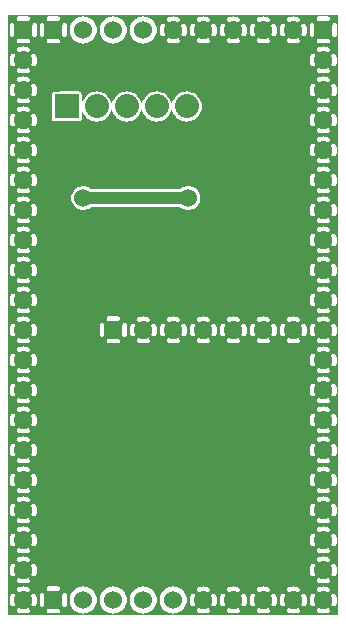
<source format=gbl>
G04 start of page 3 for group 1 idx 1 *
G04 Title: (unknown), bottom *
G04 Creator: pcb 20140316 *
G04 CreationDate: Wed 22 Apr 2015 10:12:54 AM GMT UTC *
G04 For: fosse *
G04 Format: Gerber/RS-274X *
G04 PCB-Dimensions (mil): 1600.00 3000.00 *
G04 PCB-Coordinate-Origin: lower left *
%MOIN*%
%FSLAX25Y25*%
%LNBOTTOM*%
%ADD25C,0.0380*%
%ADD24C,0.0350*%
%ADD23C,0.0800*%
%ADD22C,0.0600*%
%ADD21C,0.0400*%
%ADD20C,0.0001*%
G54D20*G36*
X143750Y285000D02*X145000D01*
Y85000D01*
X143750D01*
Y87891D01*
X143768Y87897D01*
X143873Y87952D01*
X143968Y88022D01*
X144051Y88106D01*
X144119Y88202D01*
X144170Y88308D01*
X144318Y88716D01*
X144422Y89137D01*
X144484Y89567D01*
X144505Y90000D01*
X144484Y90433D01*
X144422Y90863D01*
X144318Y91284D01*
X144175Y91694D01*
X144122Y91800D01*
X144053Y91896D01*
X143970Y91981D01*
X143875Y92051D01*
X143769Y92106D01*
X143750Y92112D01*
Y97891D01*
X143768Y97897D01*
X143873Y97952D01*
X143968Y98022D01*
X144051Y98106D01*
X144119Y98202D01*
X144170Y98308D01*
X144318Y98716D01*
X144422Y99137D01*
X144484Y99567D01*
X144505Y100000D01*
X144484Y100433D01*
X144422Y100863D01*
X144318Y101284D01*
X144175Y101694D01*
X144122Y101800D01*
X144053Y101896D01*
X143970Y101981D01*
X143875Y102051D01*
X143769Y102106D01*
X143750Y102112D01*
Y107891D01*
X143768Y107897D01*
X143873Y107952D01*
X143968Y108022D01*
X144051Y108106D01*
X144119Y108202D01*
X144170Y108308D01*
X144318Y108716D01*
X144422Y109137D01*
X144484Y109567D01*
X144505Y110000D01*
X144484Y110433D01*
X144422Y110863D01*
X144318Y111284D01*
X144175Y111694D01*
X144122Y111800D01*
X144053Y111896D01*
X143970Y111981D01*
X143875Y112051D01*
X143769Y112106D01*
X143750Y112112D01*
Y117891D01*
X143768Y117897D01*
X143873Y117952D01*
X143968Y118022D01*
X144051Y118106D01*
X144119Y118202D01*
X144170Y118308D01*
X144318Y118716D01*
X144422Y119137D01*
X144484Y119567D01*
X144505Y120000D01*
X144484Y120433D01*
X144422Y120863D01*
X144318Y121284D01*
X144175Y121694D01*
X144122Y121800D01*
X144053Y121896D01*
X143970Y121981D01*
X143875Y122051D01*
X143769Y122106D01*
X143750Y122112D01*
Y127891D01*
X143768Y127897D01*
X143873Y127952D01*
X143968Y128022D01*
X144051Y128106D01*
X144119Y128202D01*
X144170Y128308D01*
X144318Y128716D01*
X144422Y129137D01*
X144484Y129567D01*
X144505Y130000D01*
X144484Y130433D01*
X144422Y130863D01*
X144318Y131284D01*
X144175Y131694D01*
X144122Y131800D01*
X144053Y131896D01*
X143970Y131981D01*
X143875Y132051D01*
X143769Y132106D01*
X143750Y132112D01*
Y137891D01*
X143768Y137897D01*
X143873Y137952D01*
X143968Y138022D01*
X144051Y138106D01*
X144119Y138202D01*
X144170Y138308D01*
X144318Y138716D01*
X144422Y139137D01*
X144484Y139567D01*
X144505Y140000D01*
X144484Y140433D01*
X144422Y140863D01*
X144318Y141284D01*
X144175Y141694D01*
X144122Y141800D01*
X144053Y141896D01*
X143970Y141981D01*
X143875Y142051D01*
X143769Y142106D01*
X143750Y142112D01*
Y147891D01*
X143768Y147897D01*
X143873Y147952D01*
X143968Y148022D01*
X144051Y148106D01*
X144119Y148202D01*
X144170Y148308D01*
X144318Y148716D01*
X144422Y149137D01*
X144484Y149567D01*
X144505Y150000D01*
X144484Y150433D01*
X144422Y150863D01*
X144318Y151284D01*
X144175Y151694D01*
X144122Y151800D01*
X144053Y151896D01*
X143970Y151981D01*
X143875Y152051D01*
X143769Y152106D01*
X143750Y152112D01*
Y157891D01*
X143768Y157897D01*
X143873Y157952D01*
X143968Y158022D01*
X144051Y158106D01*
X144119Y158202D01*
X144170Y158308D01*
X144318Y158716D01*
X144422Y159137D01*
X144484Y159567D01*
X144505Y160000D01*
X144484Y160433D01*
X144422Y160863D01*
X144318Y161284D01*
X144175Y161694D01*
X144122Y161800D01*
X144053Y161896D01*
X143970Y161981D01*
X143875Y162051D01*
X143769Y162106D01*
X143750Y162112D01*
Y167891D01*
X143768Y167897D01*
X143873Y167952D01*
X143968Y168022D01*
X144051Y168106D01*
X144119Y168202D01*
X144170Y168308D01*
X144318Y168716D01*
X144422Y169137D01*
X144484Y169567D01*
X144505Y170000D01*
X144484Y170433D01*
X144422Y170863D01*
X144318Y171284D01*
X144175Y171694D01*
X144122Y171800D01*
X144053Y171896D01*
X143970Y171981D01*
X143875Y172051D01*
X143769Y172106D01*
X143750Y172112D01*
Y177891D01*
X143768Y177897D01*
X143873Y177952D01*
X143968Y178022D01*
X144051Y178106D01*
X144119Y178202D01*
X144170Y178308D01*
X144318Y178716D01*
X144422Y179137D01*
X144484Y179567D01*
X144505Y180000D01*
X144484Y180433D01*
X144422Y180863D01*
X144318Y181284D01*
X144175Y181694D01*
X144122Y181800D01*
X144053Y181896D01*
X143970Y181981D01*
X143875Y182051D01*
X143769Y182106D01*
X143750Y182112D01*
Y187891D01*
X143768Y187897D01*
X143873Y187952D01*
X143968Y188022D01*
X144051Y188106D01*
X144119Y188202D01*
X144170Y188308D01*
X144318Y188716D01*
X144422Y189137D01*
X144484Y189567D01*
X144505Y190000D01*
X144484Y190433D01*
X144422Y190863D01*
X144318Y191284D01*
X144175Y191694D01*
X144122Y191800D01*
X144053Y191896D01*
X143970Y191981D01*
X143875Y192051D01*
X143769Y192106D01*
X143750Y192112D01*
Y197891D01*
X143768Y197897D01*
X143873Y197952D01*
X143968Y198022D01*
X144051Y198106D01*
X144119Y198202D01*
X144170Y198308D01*
X144318Y198716D01*
X144422Y199137D01*
X144484Y199567D01*
X144505Y200000D01*
X144484Y200433D01*
X144422Y200863D01*
X144318Y201284D01*
X144175Y201694D01*
X144122Y201800D01*
X144053Y201896D01*
X143970Y201981D01*
X143875Y202051D01*
X143769Y202106D01*
X143750Y202112D01*
Y207891D01*
X143768Y207897D01*
X143873Y207952D01*
X143968Y208022D01*
X144051Y208106D01*
X144119Y208202D01*
X144170Y208308D01*
X144318Y208716D01*
X144422Y209137D01*
X144484Y209567D01*
X144505Y210000D01*
X144484Y210433D01*
X144422Y210863D01*
X144318Y211284D01*
X144175Y211694D01*
X144122Y211800D01*
X144053Y211896D01*
X143970Y211981D01*
X143875Y212051D01*
X143769Y212106D01*
X143750Y212112D01*
Y217891D01*
X143768Y217897D01*
X143873Y217952D01*
X143968Y218022D01*
X144051Y218106D01*
X144119Y218202D01*
X144170Y218308D01*
X144318Y218716D01*
X144422Y219137D01*
X144484Y219567D01*
X144505Y220000D01*
X144484Y220433D01*
X144422Y220863D01*
X144318Y221284D01*
X144175Y221694D01*
X144122Y221800D01*
X144053Y221896D01*
X143970Y221981D01*
X143875Y222051D01*
X143769Y222106D01*
X143750Y222112D01*
Y227891D01*
X143768Y227897D01*
X143873Y227952D01*
X143968Y228022D01*
X144051Y228106D01*
X144119Y228202D01*
X144170Y228308D01*
X144318Y228716D01*
X144422Y229137D01*
X144484Y229567D01*
X144505Y230000D01*
X144484Y230433D01*
X144422Y230863D01*
X144318Y231284D01*
X144175Y231694D01*
X144122Y231800D01*
X144053Y231896D01*
X143970Y231981D01*
X143875Y232051D01*
X143769Y232106D01*
X143750Y232112D01*
Y237891D01*
X143768Y237897D01*
X143873Y237952D01*
X143968Y238022D01*
X144051Y238106D01*
X144119Y238202D01*
X144170Y238308D01*
X144318Y238716D01*
X144422Y239137D01*
X144484Y239567D01*
X144505Y240000D01*
X144484Y240433D01*
X144422Y240863D01*
X144318Y241284D01*
X144175Y241694D01*
X144122Y241800D01*
X144053Y241896D01*
X143970Y241981D01*
X143875Y242051D01*
X143769Y242106D01*
X143750Y242112D01*
Y247891D01*
X143768Y247897D01*
X143873Y247952D01*
X143968Y248022D01*
X144051Y248106D01*
X144119Y248202D01*
X144170Y248308D01*
X144318Y248716D01*
X144422Y249137D01*
X144484Y249567D01*
X144505Y250000D01*
X144484Y250433D01*
X144422Y250863D01*
X144318Y251284D01*
X144175Y251694D01*
X144122Y251800D01*
X144053Y251896D01*
X143970Y251981D01*
X143875Y252051D01*
X143769Y252106D01*
X143750Y252112D01*
Y257891D01*
X143768Y257897D01*
X143873Y257952D01*
X143968Y258022D01*
X144051Y258106D01*
X144119Y258202D01*
X144170Y258308D01*
X144318Y258716D01*
X144422Y259137D01*
X144484Y259567D01*
X144505Y260000D01*
X144484Y260433D01*
X144422Y260863D01*
X144318Y261284D01*
X144175Y261694D01*
X144122Y261800D01*
X144053Y261896D01*
X143970Y261981D01*
X143875Y262051D01*
X143769Y262106D01*
X143750Y262112D01*
Y267891D01*
X143768Y267897D01*
X143873Y267952D01*
X143968Y268022D01*
X144051Y268106D01*
X144119Y268202D01*
X144170Y268308D01*
X144318Y268716D01*
X144422Y269137D01*
X144484Y269567D01*
X144505Y270000D01*
X144484Y270433D01*
X144422Y270863D01*
X144318Y271284D01*
X144175Y271694D01*
X144122Y271800D01*
X144053Y271896D01*
X143970Y271981D01*
X143875Y272051D01*
X143769Y272106D01*
X143750Y272112D01*
Y277748D01*
X143868Y277757D01*
X143982Y277785D01*
X144092Y277830D01*
X144192Y277891D01*
X144282Y277968D01*
X144359Y278058D01*
X144420Y278158D01*
X144465Y278268D01*
X144493Y278382D01*
X144500Y278500D01*
Y281500D01*
X144493Y281618D01*
X144465Y281732D01*
X144420Y281842D01*
X144359Y281942D01*
X144282Y282032D01*
X144192Y282109D01*
X144092Y282170D01*
X143982Y282215D01*
X143868Y282243D01*
X143750Y282252D01*
Y285000D01*
G37*
G36*
X140000D02*X143750D01*
Y282252D01*
X143632Y282243D01*
X143518Y282215D01*
X143408Y282170D01*
X143308Y282109D01*
X143218Y282032D01*
X143141Y281942D01*
X143080Y281842D01*
X143035Y281732D01*
X143007Y281618D01*
X143000Y281500D01*
Y278500D01*
X143007Y278382D01*
X143035Y278268D01*
X143080Y278158D01*
X143141Y278058D01*
X143218Y277968D01*
X143308Y277891D01*
X143408Y277830D01*
X143518Y277785D01*
X143632Y277757D01*
X143750Y277748D01*
Y272112D01*
X143657Y272143D01*
X143540Y272163D01*
X143421Y272164D01*
X143304Y272146D01*
X143191Y272110D01*
X143085Y272057D01*
X142988Y271988D01*
X142904Y271905D01*
X142833Y271809D01*
X142779Y271704D01*
X142741Y271592D01*
X142722Y271475D01*
X142721Y271356D01*
X142739Y271239D01*
X142777Y271126D01*
X142876Y270855D01*
X142944Y270575D01*
X142986Y270289D01*
X143000Y270000D01*
X142986Y269711D01*
X142944Y269425D01*
X142876Y269145D01*
X142780Y268872D01*
X142742Y268761D01*
X142725Y268644D01*
X142725Y268526D01*
X142745Y268409D01*
X142782Y268297D01*
X142836Y268193D01*
X142906Y268098D01*
X142991Y268015D01*
X143087Y267946D01*
X143192Y267893D01*
X143305Y267857D01*
X143421Y267840D01*
X143539Y267841D01*
X143656Y267860D01*
X143750Y267891D01*
Y262112D01*
X143657Y262143D01*
X143540Y262163D01*
X143421Y262164D01*
X143304Y262146D01*
X143191Y262110D01*
X143085Y262057D01*
X142988Y261988D01*
X142904Y261905D01*
X142833Y261809D01*
X142779Y261704D01*
X142741Y261592D01*
X142722Y261475D01*
X142721Y261356D01*
X142739Y261239D01*
X142777Y261126D01*
X142876Y260855D01*
X142944Y260575D01*
X142986Y260289D01*
X143000Y260000D01*
X142986Y259711D01*
X142944Y259425D01*
X142876Y259145D01*
X142780Y258872D01*
X142742Y258761D01*
X142725Y258644D01*
X142725Y258526D01*
X142745Y258409D01*
X142782Y258297D01*
X142836Y258193D01*
X142906Y258098D01*
X142991Y258015D01*
X143087Y257946D01*
X143192Y257893D01*
X143305Y257857D01*
X143421Y257840D01*
X143539Y257841D01*
X143656Y257860D01*
X143750Y257891D01*
Y252112D01*
X143657Y252143D01*
X143540Y252163D01*
X143421Y252164D01*
X143304Y252146D01*
X143191Y252110D01*
X143085Y252057D01*
X142988Y251988D01*
X142904Y251905D01*
X142833Y251809D01*
X142779Y251704D01*
X142741Y251592D01*
X142722Y251475D01*
X142721Y251356D01*
X142739Y251239D01*
X142777Y251126D01*
X142876Y250855D01*
X142944Y250575D01*
X142986Y250289D01*
X143000Y250000D01*
X142986Y249711D01*
X142944Y249425D01*
X142876Y249145D01*
X142780Y248872D01*
X142742Y248761D01*
X142725Y248644D01*
X142725Y248526D01*
X142745Y248409D01*
X142782Y248297D01*
X142836Y248193D01*
X142906Y248098D01*
X142991Y248015D01*
X143087Y247946D01*
X143192Y247893D01*
X143305Y247857D01*
X143421Y247840D01*
X143539Y247841D01*
X143656Y247860D01*
X143750Y247891D01*
Y242112D01*
X143657Y242143D01*
X143540Y242163D01*
X143421Y242164D01*
X143304Y242146D01*
X143191Y242110D01*
X143085Y242057D01*
X142988Y241988D01*
X142904Y241905D01*
X142833Y241809D01*
X142779Y241704D01*
X142741Y241592D01*
X142722Y241475D01*
X142721Y241356D01*
X142739Y241239D01*
X142777Y241126D01*
X142876Y240855D01*
X142944Y240575D01*
X142986Y240289D01*
X143000Y240000D01*
X142986Y239711D01*
X142944Y239425D01*
X142876Y239145D01*
X142780Y238872D01*
X142742Y238761D01*
X142725Y238644D01*
X142725Y238526D01*
X142745Y238409D01*
X142782Y238297D01*
X142836Y238193D01*
X142906Y238098D01*
X142991Y238015D01*
X143087Y237946D01*
X143192Y237893D01*
X143305Y237857D01*
X143421Y237840D01*
X143539Y237841D01*
X143656Y237860D01*
X143750Y237891D01*
Y232112D01*
X143657Y232143D01*
X143540Y232163D01*
X143421Y232164D01*
X143304Y232146D01*
X143191Y232110D01*
X143085Y232057D01*
X142988Y231988D01*
X142904Y231905D01*
X142833Y231809D01*
X142779Y231704D01*
X142741Y231592D01*
X142722Y231475D01*
X142721Y231356D01*
X142739Y231239D01*
X142777Y231126D01*
X142876Y230855D01*
X142944Y230575D01*
X142986Y230289D01*
X143000Y230000D01*
X142986Y229711D01*
X142944Y229425D01*
X142876Y229145D01*
X142780Y228872D01*
X142742Y228761D01*
X142725Y228644D01*
X142725Y228526D01*
X142745Y228409D01*
X142782Y228297D01*
X142836Y228193D01*
X142906Y228098D01*
X142991Y228015D01*
X143087Y227946D01*
X143192Y227893D01*
X143305Y227857D01*
X143421Y227840D01*
X143539Y227841D01*
X143656Y227860D01*
X143750Y227891D01*
Y222112D01*
X143657Y222143D01*
X143540Y222163D01*
X143421Y222164D01*
X143304Y222146D01*
X143191Y222110D01*
X143085Y222057D01*
X142988Y221988D01*
X142904Y221905D01*
X142833Y221809D01*
X142779Y221704D01*
X142741Y221592D01*
X142722Y221475D01*
X142721Y221356D01*
X142739Y221239D01*
X142777Y221126D01*
X142876Y220855D01*
X142944Y220575D01*
X142986Y220289D01*
X143000Y220000D01*
X142986Y219711D01*
X142944Y219425D01*
X142876Y219145D01*
X142780Y218872D01*
X142742Y218761D01*
X142725Y218644D01*
X142725Y218526D01*
X142745Y218409D01*
X142782Y218297D01*
X142836Y218193D01*
X142906Y218098D01*
X142991Y218015D01*
X143087Y217946D01*
X143192Y217893D01*
X143305Y217857D01*
X143421Y217840D01*
X143539Y217841D01*
X143656Y217860D01*
X143750Y217891D01*
Y212112D01*
X143657Y212143D01*
X143540Y212163D01*
X143421Y212164D01*
X143304Y212146D01*
X143191Y212110D01*
X143085Y212057D01*
X142988Y211988D01*
X142904Y211905D01*
X142833Y211809D01*
X142779Y211704D01*
X142741Y211592D01*
X142722Y211475D01*
X142721Y211356D01*
X142739Y211239D01*
X142777Y211126D01*
X142876Y210855D01*
X142944Y210575D01*
X142986Y210289D01*
X143000Y210000D01*
X142986Y209711D01*
X142944Y209425D01*
X142876Y209145D01*
X142780Y208872D01*
X142742Y208761D01*
X142725Y208644D01*
X142725Y208526D01*
X142745Y208409D01*
X142782Y208297D01*
X142836Y208193D01*
X142906Y208098D01*
X142991Y208015D01*
X143087Y207946D01*
X143192Y207893D01*
X143305Y207857D01*
X143421Y207840D01*
X143539Y207841D01*
X143656Y207860D01*
X143750Y207891D01*
Y202112D01*
X143657Y202143D01*
X143540Y202163D01*
X143421Y202164D01*
X143304Y202146D01*
X143191Y202110D01*
X143085Y202057D01*
X142988Y201988D01*
X142904Y201905D01*
X142833Y201809D01*
X142779Y201704D01*
X142741Y201592D01*
X142722Y201475D01*
X142721Y201356D01*
X142739Y201239D01*
X142777Y201126D01*
X142876Y200855D01*
X142944Y200575D01*
X142986Y200289D01*
X143000Y200000D01*
X142986Y199711D01*
X142944Y199425D01*
X142876Y199145D01*
X142780Y198872D01*
X142742Y198761D01*
X142725Y198644D01*
X142725Y198526D01*
X142745Y198409D01*
X142782Y198297D01*
X142836Y198193D01*
X142906Y198098D01*
X142991Y198015D01*
X143087Y197946D01*
X143192Y197893D01*
X143305Y197857D01*
X143421Y197840D01*
X143539Y197841D01*
X143656Y197860D01*
X143750Y197891D01*
Y192112D01*
X143657Y192143D01*
X143540Y192163D01*
X143421Y192164D01*
X143304Y192146D01*
X143191Y192110D01*
X143085Y192057D01*
X142988Y191988D01*
X142904Y191905D01*
X142833Y191809D01*
X142779Y191704D01*
X142741Y191592D01*
X142722Y191475D01*
X142721Y191356D01*
X142739Y191239D01*
X142777Y191126D01*
X142876Y190855D01*
X142944Y190575D01*
X142986Y190289D01*
X143000Y190000D01*
X142986Y189711D01*
X142944Y189425D01*
X142876Y189145D01*
X142780Y188872D01*
X142742Y188761D01*
X142725Y188644D01*
X142725Y188526D01*
X142745Y188409D01*
X142782Y188297D01*
X142836Y188193D01*
X142906Y188098D01*
X142991Y188015D01*
X143087Y187946D01*
X143192Y187893D01*
X143305Y187857D01*
X143421Y187840D01*
X143539Y187841D01*
X143656Y187860D01*
X143750Y187891D01*
Y182112D01*
X143657Y182143D01*
X143540Y182163D01*
X143421Y182164D01*
X143304Y182146D01*
X143191Y182110D01*
X143085Y182057D01*
X142988Y181988D01*
X142904Y181905D01*
X142833Y181809D01*
X142779Y181704D01*
X142741Y181592D01*
X142722Y181475D01*
X142721Y181356D01*
X142739Y181239D01*
X142777Y181126D01*
X142876Y180855D01*
X142944Y180575D01*
X142986Y180289D01*
X143000Y180000D01*
X142986Y179711D01*
X142944Y179425D01*
X142876Y179145D01*
X142780Y178872D01*
X142742Y178761D01*
X142725Y178644D01*
X142725Y178526D01*
X142745Y178409D01*
X142782Y178297D01*
X142836Y178193D01*
X142906Y178098D01*
X142991Y178015D01*
X143087Y177946D01*
X143192Y177893D01*
X143305Y177857D01*
X143421Y177840D01*
X143539Y177841D01*
X143656Y177860D01*
X143750Y177891D01*
Y172112D01*
X143657Y172143D01*
X143540Y172163D01*
X143421Y172164D01*
X143304Y172146D01*
X143191Y172110D01*
X143085Y172057D01*
X142988Y171988D01*
X142904Y171905D01*
X142833Y171809D01*
X142779Y171704D01*
X142741Y171592D01*
X142722Y171475D01*
X142721Y171356D01*
X142739Y171239D01*
X142777Y171126D01*
X142876Y170855D01*
X142944Y170575D01*
X142986Y170289D01*
X143000Y170000D01*
X142986Y169711D01*
X142944Y169425D01*
X142876Y169145D01*
X142780Y168872D01*
X142742Y168761D01*
X142725Y168644D01*
X142725Y168526D01*
X142745Y168409D01*
X142782Y168297D01*
X142836Y168193D01*
X142906Y168098D01*
X142991Y168015D01*
X143087Y167946D01*
X143192Y167893D01*
X143305Y167857D01*
X143421Y167840D01*
X143539Y167841D01*
X143656Y167860D01*
X143750Y167891D01*
Y162112D01*
X143657Y162143D01*
X143540Y162163D01*
X143421Y162164D01*
X143304Y162146D01*
X143191Y162110D01*
X143085Y162057D01*
X142988Y161988D01*
X142904Y161905D01*
X142833Y161809D01*
X142779Y161704D01*
X142741Y161592D01*
X142722Y161475D01*
X142721Y161356D01*
X142739Y161239D01*
X142777Y161126D01*
X142876Y160855D01*
X142944Y160575D01*
X142986Y160289D01*
X143000Y160000D01*
X142986Y159711D01*
X142944Y159425D01*
X142876Y159145D01*
X142780Y158872D01*
X142742Y158761D01*
X142725Y158644D01*
X142725Y158526D01*
X142745Y158409D01*
X142782Y158297D01*
X142836Y158193D01*
X142906Y158098D01*
X142991Y158015D01*
X143087Y157946D01*
X143192Y157893D01*
X143305Y157857D01*
X143421Y157840D01*
X143539Y157841D01*
X143656Y157860D01*
X143750Y157891D01*
Y152112D01*
X143657Y152143D01*
X143540Y152163D01*
X143421Y152164D01*
X143304Y152146D01*
X143191Y152110D01*
X143085Y152057D01*
X142988Y151988D01*
X142904Y151905D01*
X142833Y151809D01*
X142779Y151704D01*
X142741Y151592D01*
X142722Y151475D01*
X142721Y151356D01*
X142739Y151239D01*
X142777Y151126D01*
X142876Y150855D01*
X142944Y150575D01*
X142986Y150289D01*
X143000Y150000D01*
X142986Y149711D01*
X142944Y149425D01*
X142876Y149145D01*
X142780Y148872D01*
X142742Y148761D01*
X142725Y148644D01*
X142725Y148526D01*
X142745Y148409D01*
X142782Y148297D01*
X142836Y148193D01*
X142906Y148098D01*
X142991Y148015D01*
X143087Y147946D01*
X143192Y147893D01*
X143305Y147857D01*
X143421Y147840D01*
X143539Y147841D01*
X143656Y147860D01*
X143750Y147891D01*
Y142112D01*
X143657Y142143D01*
X143540Y142163D01*
X143421Y142164D01*
X143304Y142146D01*
X143191Y142110D01*
X143085Y142057D01*
X142988Y141988D01*
X142904Y141905D01*
X142833Y141809D01*
X142779Y141704D01*
X142741Y141592D01*
X142722Y141475D01*
X142721Y141356D01*
X142739Y141239D01*
X142777Y141126D01*
X142876Y140855D01*
X142944Y140575D01*
X142986Y140289D01*
X143000Y140000D01*
X142986Y139711D01*
X142944Y139425D01*
X142876Y139145D01*
X142780Y138872D01*
X142742Y138761D01*
X142725Y138644D01*
X142725Y138526D01*
X142745Y138409D01*
X142782Y138297D01*
X142836Y138193D01*
X142906Y138098D01*
X142991Y138015D01*
X143087Y137946D01*
X143192Y137893D01*
X143305Y137857D01*
X143421Y137840D01*
X143539Y137841D01*
X143656Y137860D01*
X143750Y137891D01*
Y132112D01*
X143657Y132143D01*
X143540Y132163D01*
X143421Y132164D01*
X143304Y132146D01*
X143191Y132110D01*
X143085Y132057D01*
X142988Y131988D01*
X142904Y131905D01*
X142833Y131809D01*
X142779Y131704D01*
X142741Y131592D01*
X142722Y131475D01*
X142721Y131356D01*
X142739Y131239D01*
X142777Y131126D01*
X142876Y130855D01*
X142944Y130575D01*
X142986Y130289D01*
X143000Y130000D01*
X142986Y129711D01*
X142944Y129425D01*
X142876Y129145D01*
X142780Y128872D01*
X142742Y128761D01*
X142725Y128644D01*
X142725Y128526D01*
X142745Y128409D01*
X142782Y128297D01*
X142836Y128193D01*
X142906Y128098D01*
X142991Y128015D01*
X143087Y127946D01*
X143192Y127893D01*
X143305Y127857D01*
X143421Y127840D01*
X143539Y127841D01*
X143656Y127860D01*
X143750Y127891D01*
Y122112D01*
X143657Y122143D01*
X143540Y122163D01*
X143421Y122164D01*
X143304Y122146D01*
X143191Y122110D01*
X143085Y122057D01*
X142988Y121988D01*
X142904Y121905D01*
X142833Y121809D01*
X142779Y121704D01*
X142741Y121592D01*
X142722Y121475D01*
X142721Y121356D01*
X142739Y121239D01*
X142777Y121126D01*
X142876Y120855D01*
X142944Y120575D01*
X142986Y120289D01*
X143000Y120000D01*
X142986Y119711D01*
X142944Y119425D01*
X142876Y119145D01*
X142780Y118872D01*
X142742Y118761D01*
X142725Y118644D01*
X142725Y118526D01*
X142745Y118409D01*
X142782Y118297D01*
X142836Y118193D01*
X142906Y118098D01*
X142991Y118015D01*
X143087Y117946D01*
X143192Y117893D01*
X143305Y117857D01*
X143421Y117840D01*
X143539Y117841D01*
X143656Y117860D01*
X143750Y117891D01*
Y112112D01*
X143657Y112143D01*
X143540Y112163D01*
X143421Y112164D01*
X143304Y112146D01*
X143191Y112110D01*
X143085Y112057D01*
X142988Y111988D01*
X142904Y111905D01*
X142833Y111809D01*
X142779Y111704D01*
X142741Y111592D01*
X142722Y111475D01*
X142721Y111356D01*
X142739Y111239D01*
X142777Y111126D01*
X142876Y110855D01*
X142944Y110575D01*
X142986Y110289D01*
X143000Y110000D01*
X142986Y109711D01*
X142944Y109425D01*
X142876Y109145D01*
X142780Y108872D01*
X142742Y108761D01*
X142725Y108644D01*
X142725Y108526D01*
X142745Y108409D01*
X142782Y108297D01*
X142836Y108193D01*
X142906Y108098D01*
X142991Y108015D01*
X143087Y107946D01*
X143192Y107893D01*
X143305Y107857D01*
X143421Y107840D01*
X143539Y107841D01*
X143656Y107860D01*
X143750Y107891D01*
Y102112D01*
X143657Y102143D01*
X143540Y102163D01*
X143421Y102164D01*
X143304Y102146D01*
X143191Y102110D01*
X143085Y102057D01*
X142988Y101988D01*
X142904Y101905D01*
X142833Y101809D01*
X142779Y101704D01*
X142741Y101592D01*
X142722Y101475D01*
X142721Y101356D01*
X142739Y101239D01*
X142777Y101126D01*
X142876Y100855D01*
X142944Y100575D01*
X142986Y100289D01*
X143000Y100000D01*
X142986Y99711D01*
X142944Y99425D01*
X142876Y99145D01*
X142780Y98872D01*
X142742Y98761D01*
X142725Y98644D01*
X142725Y98526D01*
X142745Y98409D01*
X142782Y98297D01*
X142836Y98193D01*
X142906Y98098D01*
X142991Y98015D01*
X143087Y97946D01*
X143192Y97893D01*
X143305Y97857D01*
X143421Y97840D01*
X143539Y97841D01*
X143656Y97860D01*
X143750Y97891D01*
Y92112D01*
X143657Y92143D01*
X143540Y92163D01*
X143421Y92164D01*
X143304Y92146D01*
X143191Y92110D01*
X143085Y92057D01*
X142988Y91988D01*
X142904Y91905D01*
X142833Y91809D01*
X142779Y91704D01*
X142741Y91592D01*
X142722Y91475D01*
X142721Y91356D01*
X142739Y91239D01*
X142777Y91126D01*
X142876Y90855D01*
X142944Y90575D01*
X142986Y90289D01*
X143000Y90000D01*
X142986Y89711D01*
X142944Y89425D01*
X142876Y89145D01*
X142780Y88872D01*
X142742Y88761D01*
X142725Y88644D01*
X142725Y88526D01*
X142745Y88409D01*
X142782Y88297D01*
X142836Y88193D01*
X142906Y88098D01*
X142991Y88015D01*
X143087Y87946D01*
X143192Y87893D01*
X143305Y87857D01*
X143421Y87840D01*
X143539Y87841D01*
X143656Y87860D01*
X143750Y87891D01*
Y85000D01*
X140000D01*
Y85495D01*
X140433Y85516D01*
X140863Y85578D01*
X141284Y85682D01*
X141694Y85825D01*
X141800Y85878D01*
X141896Y85947D01*
X141981Y86030D01*
X142051Y86125D01*
X142106Y86231D01*
X142143Y86343D01*
X142163Y86460D01*
X142164Y86579D01*
X142146Y86696D01*
X142110Y86809D01*
X142057Y86915D01*
X141988Y87012D01*
X141905Y87096D01*
X141809Y87167D01*
X141704Y87221D01*
X141592Y87259D01*
X141475Y87278D01*
X141356Y87279D01*
X141239Y87261D01*
X141126Y87223D01*
X140855Y87124D01*
X140575Y87056D01*
X140289Y87014D01*
X140000Y87000D01*
Y93000D01*
X140289Y92986D01*
X140575Y92944D01*
X140855Y92876D01*
X141128Y92780D01*
X141239Y92742D01*
X141356Y92725D01*
X141474Y92725D01*
X141591Y92745D01*
X141703Y92782D01*
X141807Y92836D01*
X141902Y92906D01*
X141985Y92991D01*
X142054Y93087D01*
X142107Y93192D01*
X142143Y93305D01*
X142160Y93421D01*
X142159Y93539D01*
X142140Y93656D01*
X142103Y93768D01*
X142048Y93873D01*
X141978Y93968D01*
X141894Y94051D01*
X141798Y94119D01*
X141692Y94170D01*
X141284Y94318D01*
X140863Y94422D01*
X140433Y94484D01*
X140000Y94505D01*
Y95495D01*
X140433Y95516D01*
X140863Y95578D01*
X141284Y95682D01*
X141694Y95825D01*
X141800Y95878D01*
X141896Y95947D01*
X141981Y96030D01*
X142051Y96125D01*
X142106Y96231D01*
X142143Y96343D01*
X142163Y96460D01*
X142164Y96579D01*
X142146Y96696D01*
X142110Y96809D01*
X142057Y96915D01*
X141988Y97012D01*
X141905Y97096D01*
X141809Y97167D01*
X141704Y97221D01*
X141592Y97259D01*
X141475Y97278D01*
X141356Y97279D01*
X141239Y97261D01*
X141126Y97223D01*
X140855Y97124D01*
X140575Y97056D01*
X140289Y97014D01*
X140000Y97000D01*
Y103000D01*
X140289Y102986D01*
X140575Y102944D01*
X140855Y102876D01*
X141128Y102780D01*
X141239Y102742D01*
X141356Y102725D01*
X141474Y102725D01*
X141591Y102745D01*
X141703Y102782D01*
X141807Y102836D01*
X141902Y102906D01*
X141985Y102991D01*
X142054Y103087D01*
X142107Y103192D01*
X142143Y103305D01*
X142160Y103421D01*
X142159Y103539D01*
X142140Y103656D01*
X142103Y103768D01*
X142048Y103873D01*
X141978Y103968D01*
X141894Y104051D01*
X141798Y104119D01*
X141692Y104170D01*
X141284Y104318D01*
X140863Y104422D01*
X140433Y104484D01*
X140000Y104505D01*
Y105495D01*
X140433Y105516D01*
X140863Y105578D01*
X141284Y105682D01*
X141694Y105825D01*
X141800Y105878D01*
X141896Y105947D01*
X141981Y106030D01*
X142051Y106125D01*
X142106Y106231D01*
X142143Y106343D01*
X142163Y106460D01*
X142164Y106579D01*
X142146Y106696D01*
X142110Y106809D01*
X142057Y106915D01*
X141988Y107012D01*
X141905Y107096D01*
X141809Y107167D01*
X141704Y107221D01*
X141592Y107259D01*
X141475Y107278D01*
X141356Y107279D01*
X141239Y107261D01*
X141126Y107223D01*
X140855Y107124D01*
X140575Y107056D01*
X140289Y107014D01*
X140000Y107000D01*
Y113000D01*
X140289Y112986D01*
X140575Y112944D01*
X140855Y112876D01*
X141128Y112780D01*
X141239Y112742D01*
X141356Y112725D01*
X141474Y112725D01*
X141591Y112745D01*
X141703Y112782D01*
X141807Y112836D01*
X141902Y112906D01*
X141985Y112991D01*
X142054Y113087D01*
X142107Y113192D01*
X142143Y113305D01*
X142160Y113421D01*
X142159Y113539D01*
X142140Y113656D01*
X142103Y113768D01*
X142048Y113873D01*
X141978Y113968D01*
X141894Y114051D01*
X141798Y114119D01*
X141692Y114170D01*
X141284Y114318D01*
X140863Y114422D01*
X140433Y114484D01*
X140000Y114505D01*
Y115495D01*
X140433Y115516D01*
X140863Y115578D01*
X141284Y115682D01*
X141694Y115825D01*
X141800Y115878D01*
X141896Y115947D01*
X141981Y116030D01*
X142051Y116125D01*
X142106Y116231D01*
X142143Y116343D01*
X142163Y116460D01*
X142164Y116579D01*
X142146Y116696D01*
X142110Y116809D01*
X142057Y116915D01*
X141988Y117012D01*
X141905Y117096D01*
X141809Y117167D01*
X141704Y117221D01*
X141592Y117259D01*
X141475Y117278D01*
X141356Y117279D01*
X141239Y117261D01*
X141126Y117223D01*
X140855Y117124D01*
X140575Y117056D01*
X140289Y117014D01*
X140000Y117000D01*
Y123000D01*
X140289Y122986D01*
X140575Y122944D01*
X140855Y122876D01*
X141128Y122780D01*
X141239Y122742D01*
X141356Y122725D01*
X141474Y122725D01*
X141591Y122745D01*
X141703Y122782D01*
X141807Y122836D01*
X141902Y122906D01*
X141985Y122991D01*
X142054Y123087D01*
X142107Y123192D01*
X142143Y123305D01*
X142160Y123421D01*
X142159Y123539D01*
X142140Y123656D01*
X142103Y123768D01*
X142048Y123873D01*
X141978Y123968D01*
X141894Y124051D01*
X141798Y124119D01*
X141692Y124170D01*
X141284Y124318D01*
X140863Y124422D01*
X140433Y124484D01*
X140000Y124505D01*
Y125495D01*
X140433Y125516D01*
X140863Y125578D01*
X141284Y125682D01*
X141694Y125825D01*
X141800Y125878D01*
X141896Y125947D01*
X141981Y126030D01*
X142051Y126125D01*
X142106Y126231D01*
X142143Y126343D01*
X142163Y126460D01*
X142164Y126579D01*
X142146Y126696D01*
X142110Y126809D01*
X142057Y126915D01*
X141988Y127012D01*
X141905Y127096D01*
X141809Y127167D01*
X141704Y127221D01*
X141592Y127259D01*
X141475Y127278D01*
X141356Y127279D01*
X141239Y127261D01*
X141126Y127223D01*
X140855Y127124D01*
X140575Y127056D01*
X140289Y127014D01*
X140000Y127000D01*
Y133000D01*
X140289Y132986D01*
X140575Y132944D01*
X140855Y132876D01*
X141128Y132780D01*
X141239Y132742D01*
X141356Y132725D01*
X141474Y132725D01*
X141591Y132745D01*
X141703Y132782D01*
X141807Y132836D01*
X141902Y132906D01*
X141985Y132991D01*
X142054Y133087D01*
X142107Y133192D01*
X142143Y133305D01*
X142160Y133421D01*
X142159Y133539D01*
X142140Y133656D01*
X142103Y133768D01*
X142048Y133873D01*
X141978Y133968D01*
X141894Y134051D01*
X141798Y134119D01*
X141692Y134170D01*
X141284Y134318D01*
X140863Y134422D01*
X140433Y134484D01*
X140000Y134505D01*
Y135495D01*
X140433Y135516D01*
X140863Y135578D01*
X141284Y135682D01*
X141694Y135825D01*
X141800Y135878D01*
X141896Y135947D01*
X141981Y136030D01*
X142051Y136125D01*
X142106Y136231D01*
X142143Y136343D01*
X142163Y136460D01*
X142164Y136579D01*
X142146Y136696D01*
X142110Y136809D01*
X142057Y136915D01*
X141988Y137012D01*
X141905Y137096D01*
X141809Y137167D01*
X141704Y137221D01*
X141592Y137259D01*
X141475Y137278D01*
X141356Y137279D01*
X141239Y137261D01*
X141126Y137223D01*
X140855Y137124D01*
X140575Y137056D01*
X140289Y137014D01*
X140000Y137000D01*
Y143000D01*
X140289Y142986D01*
X140575Y142944D01*
X140855Y142876D01*
X141128Y142780D01*
X141239Y142742D01*
X141356Y142725D01*
X141474Y142725D01*
X141591Y142745D01*
X141703Y142782D01*
X141807Y142836D01*
X141902Y142906D01*
X141985Y142991D01*
X142054Y143087D01*
X142107Y143192D01*
X142143Y143305D01*
X142160Y143421D01*
X142159Y143539D01*
X142140Y143656D01*
X142103Y143768D01*
X142048Y143873D01*
X141978Y143968D01*
X141894Y144051D01*
X141798Y144119D01*
X141692Y144170D01*
X141284Y144318D01*
X140863Y144422D01*
X140433Y144484D01*
X140000Y144505D01*
Y145495D01*
X140433Y145516D01*
X140863Y145578D01*
X141284Y145682D01*
X141694Y145825D01*
X141800Y145878D01*
X141896Y145947D01*
X141981Y146030D01*
X142051Y146125D01*
X142106Y146231D01*
X142143Y146343D01*
X142163Y146460D01*
X142164Y146579D01*
X142146Y146696D01*
X142110Y146809D01*
X142057Y146915D01*
X141988Y147012D01*
X141905Y147096D01*
X141809Y147167D01*
X141704Y147221D01*
X141592Y147259D01*
X141475Y147278D01*
X141356Y147279D01*
X141239Y147261D01*
X141126Y147223D01*
X140855Y147124D01*
X140575Y147056D01*
X140289Y147014D01*
X140000Y147000D01*
Y153000D01*
X140289Y152986D01*
X140575Y152944D01*
X140855Y152876D01*
X141128Y152780D01*
X141239Y152742D01*
X141356Y152725D01*
X141474Y152725D01*
X141591Y152745D01*
X141703Y152782D01*
X141807Y152836D01*
X141902Y152906D01*
X141985Y152991D01*
X142054Y153087D01*
X142107Y153192D01*
X142143Y153305D01*
X142160Y153421D01*
X142159Y153539D01*
X142140Y153656D01*
X142103Y153768D01*
X142048Y153873D01*
X141978Y153968D01*
X141894Y154051D01*
X141798Y154119D01*
X141692Y154170D01*
X141284Y154318D01*
X140863Y154422D01*
X140433Y154484D01*
X140000Y154505D01*
Y155495D01*
X140433Y155516D01*
X140863Y155578D01*
X141284Y155682D01*
X141694Y155825D01*
X141800Y155878D01*
X141896Y155947D01*
X141981Y156030D01*
X142051Y156125D01*
X142106Y156231D01*
X142143Y156343D01*
X142163Y156460D01*
X142164Y156579D01*
X142146Y156696D01*
X142110Y156809D01*
X142057Y156915D01*
X141988Y157012D01*
X141905Y157096D01*
X141809Y157167D01*
X141704Y157221D01*
X141592Y157259D01*
X141475Y157278D01*
X141356Y157279D01*
X141239Y157261D01*
X141126Y157223D01*
X140855Y157124D01*
X140575Y157056D01*
X140289Y157014D01*
X140000Y157000D01*
Y163000D01*
X140289Y162986D01*
X140575Y162944D01*
X140855Y162876D01*
X141128Y162780D01*
X141239Y162742D01*
X141356Y162725D01*
X141474Y162725D01*
X141591Y162745D01*
X141703Y162782D01*
X141807Y162836D01*
X141902Y162906D01*
X141985Y162991D01*
X142054Y163087D01*
X142107Y163192D01*
X142143Y163305D01*
X142160Y163421D01*
X142159Y163539D01*
X142140Y163656D01*
X142103Y163768D01*
X142048Y163873D01*
X141978Y163968D01*
X141894Y164051D01*
X141798Y164119D01*
X141692Y164170D01*
X141284Y164318D01*
X140863Y164422D01*
X140433Y164484D01*
X140000Y164505D01*
Y165495D01*
X140433Y165516D01*
X140863Y165578D01*
X141284Y165682D01*
X141694Y165825D01*
X141800Y165878D01*
X141896Y165947D01*
X141981Y166030D01*
X142051Y166125D01*
X142106Y166231D01*
X142143Y166343D01*
X142163Y166460D01*
X142164Y166579D01*
X142146Y166696D01*
X142110Y166809D01*
X142057Y166915D01*
X141988Y167012D01*
X141905Y167096D01*
X141809Y167167D01*
X141704Y167221D01*
X141592Y167259D01*
X141475Y167278D01*
X141356Y167279D01*
X141239Y167261D01*
X141126Y167223D01*
X140855Y167124D01*
X140575Y167056D01*
X140289Y167014D01*
X140000Y167000D01*
Y173000D01*
X140289Y172986D01*
X140575Y172944D01*
X140855Y172876D01*
X141128Y172780D01*
X141239Y172742D01*
X141356Y172725D01*
X141474Y172725D01*
X141591Y172745D01*
X141703Y172782D01*
X141807Y172836D01*
X141902Y172906D01*
X141985Y172991D01*
X142054Y173087D01*
X142107Y173192D01*
X142143Y173305D01*
X142160Y173421D01*
X142159Y173539D01*
X142140Y173656D01*
X142103Y173768D01*
X142048Y173873D01*
X141978Y173968D01*
X141894Y174051D01*
X141798Y174119D01*
X141692Y174170D01*
X141284Y174318D01*
X140863Y174422D01*
X140433Y174484D01*
X140000Y174505D01*
Y175495D01*
X140433Y175516D01*
X140863Y175578D01*
X141284Y175682D01*
X141694Y175825D01*
X141800Y175878D01*
X141896Y175947D01*
X141981Y176030D01*
X142051Y176125D01*
X142106Y176231D01*
X142143Y176343D01*
X142163Y176460D01*
X142164Y176579D01*
X142146Y176696D01*
X142110Y176809D01*
X142057Y176915D01*
X141988Y177012D01*
X141905Y177096D01*
X141809Y177167D01*
X141704Y177221D01*
X141592Y177259D01*
X141475Y177278D01*
X141356Y177279D01*
X141239Y177261D01*
X141126Y177223D01*
X140855Y177124D01*
X140575Y177056D01*
X140289Y177014D01*
X140000Y177000D01*
Y183000D01*
X140289Y182986D01*
X140575Y182944D01*
X140855Y182876D01*
X141128Y182780D01*
X141239Y182742D01*
X141356Y182725D01*
X141474Y182725D01*
X141591Y182745D01*
X141703Y182782D01*
X141807Y182836D01*
X141902Y182906D01*
X141985Y182991D01*
X142054Y183087D01*
X142107Y183192D01*
X142143Y183305D01*
X142160Y183421D01*
X142159Y183539D01*
X142140Y183656D01*
X142103Y183768D01*
X142048Y183873D01*
X141978Y183968D01*
X141894Y184051D01*
X141798Y184119D01*
X141692Y184170D01*
X141284Y184318D01*
X140863Y184422D01*
X140433Y184484D01*
X140000Y184505D01*
Y185495D01*
X140433Y185516D01*
X140863Y185578D01*
X141284Y185682D01*
X141694Y185825D01*
X141800Y185878D01*
X141896Y185947D01*
X141981Y186030D01*
X142051Y186125D01*
X142106Y186231D01*
X142143Y186343D01*
X142163Y186460D01*
X142164Y186579D01*
X142146Y186696D01*
X142110Y186809D01*
X142057Y186915D01*
X141988Y187012D01*
X141905Y187096D01*
X141809Y187167D01*
X141704Y187221D01*
X141592Y187259D01*
X141475Y187278D01*
X141356Y187279D01*
X141239Y187261D01*
X141126Y187223D01*
X140855Y187124D01*
X140575Y187056D01*
X140289Y187014D01*
X140000Y187000D01*
Y193000D01*
X140289Y192986D01*
X140575Y192944D01*
X140855Y192876D01*
X141128Y192780D01*
X141239Y192742D01*
X141356Y192725D01*
X141474Y192725D01*
X141591Y192745D01*
X141703Y192782D01*
X141807Y192836D01*
X141902Y192906D01*
X141985Y192991D01*
X142054Y193087D01*
X142107Y193192D01*
X142143Y193305D01*
X142160Y193421D01*
X142159Y193539D01*
X142140Y193656D01*
X142103Y193768D01*
X142048Y193873D01*
X141978Y193968D01*
X141894Y194051D01*
X141798Y194119D01*
X141692Y194170D01*
X141284Y194318D01*
X140863Y194422D01*
X140433Y194484D01*
X140000Y194505D01*
Y195495D01*
X140433Y195516D01*
X140863Y195578D01*
X141284Y195682D01*
X141694Y195825D01*
X141800Y195878D01*
X141896Y195947D01*
X141981Y196030D01*
X142051Y196125D01*
X142106Y196231D01*
X142143Y196343D01*
X142163Y196460D01*
X142164Y196579D01*
X142146Y196696D01*
X142110Y196809D01*
X142057Y196915D01*
X141988Y197012D01*
X141905Y197096D01*
X141809Y197167D01*
X141704Y197221D01*
X141592Y197259D01*
X141475Y197278D01*
X141356Y197279D01*
X141239Y197261D01*
X141126Y197223D01*
X140855Y197124D01*
X140575Y197056D01*
X140289Y197014D01*
X140000Y197000D01*
Y203000D01*
X140289Y202986D01*
X140575Y202944D01*
X140855Y202876D01*
X141128Y202780D01*
X141239Y202742D01*
X141356Y202725D01*
X141474Y202725D01*
X141591Y202745D01*
X141703Y202782D01*
X141807Y202836D01*
X141902Y202906D01*
X141985Y202991D01*
X142054Y203087D01*
X142107Y203192D01*
X142143Y203305D01*
X142160Y203421D01*
X142159Y203539D01*
X142140Y203656D01*
X142103Y203768D01*
X142048Y203873D01*
X141978Y203968D01*
X141894Y204051D01*
X141798Y204119D01*
X141692Y204170D01*
X141284Y204318D01*
X140863Y204422D01*
X140433Y204484D01*
X140000Y204505D01*
Y205495D01*
X140433Y205516D01*
X140863Y205578D01*
X141284Y205682D01*
X141694Y205825D01*
X141800Y205878D01*
X141896Y205947D01*
X141981Y206030D01*
X142051Y206125D01*
X142106Y206231D01*
X142143Y206343D01*
X142163Y206460D01*
X142164Y206579D01*
X142146Y206696D01*
X142110Y206809D01*
X142057Y206915D01*
X141988Y207012D01*
X141905Y207096D01*
X141809Y207167D01*
X141704Y207221D01*
X141592Y207259D01*
X141475Y207278D01*
X141356Y207279D01*
X141239Y207261D01*
X141126Y207223D01*
X140855Y207124D01*
X140575Y207056D01*
X140289Y207014D01*
X140000Y207000D01*
Y213000D01*
X140289Y212986D01*
X140575Y212944D01*
X140855Y212876D01*
X141128Y212780D01*
X141239Y212742D01*
X141356Y212725D01*
X141474Y212725D01*
X141591Y212745D01*
X141703Y212782D01*
X141807Y212836D01*
X141902Y212906D01*
X141985Y212991D01*
X142054Y213087D01*
X142107Y213192D01*
X142143Y213305D01*
X142160Y213421D01*
X142159Y213539D01*
X142140Y213656D01*
X142103Y213768D01*
X142048Y213873D01*
X141978Y213968D01*
X141894Y214051D01*
X141798Y214119D01*
X141692Y214170D01*
X141284Y214318D01*
X140863Y214422D01*
X140433Y214484D01*
X140000Y214505D01*
Y215495D01*
X140433Y215516D01*
X140863Y215578D01*
X141284Y215682D01*
X141694Y215825D01*
X141800Y215878D01*
X141896Y215947D01*
X141981Y216030D01*
X142051Y216125D01*
X142106Y216231D01*
X142143Y216343D01*
X142163Y216460D01*
X142164Y216579D01*
X142146Y216696D01*
X142110Y216809D01*
X142057Y216915D01*
X141988Y217012D01*
X141905Y217096D01*
X141809Y217167D01*
X141704Y217221D01*
X141592Y217259D01*
X141475Y217278D01*
X141356Y217279D01*
X141239Y217261D01*
X141126Y217223D01*
X140855Y217124D01*
X140575Y217056D01*
X140289Y217014D01*
X140000Y217000D01*
Y223000D01*
X140289Y222986D01*
X140575Y222944D01*
X140855Y222876D01*
X141128Y222780D01*
X141239Y222742D01*
X141356Y222725D01*
X141474Y222725D01*
X141591Y222745D01*
X141703Y222782D01*
X141807Y222836D01*
X141902Y222906D01*
X141985Y222991D01*
X142054Y223087D01*
X142107Y223192D01*
X142143Y223305D01*
X142160Y223421D01*
X142159Y223539D01*
X142140Y223656D01*
X142103Y223768D01*
X142048Y223873D01*
X141978Y223968D01*
X141894Y224051D01*
X141798Y224119D01*
X141692Y224170D01*
X141284Y224318D01*
X140863Y224422D01*
X140433Y224484D01*
X140000Y224505D01*
Y225495D01*
X140433Y225516D01*
X140863Y225578D01*
X141284Y225682D01*
X141694Y225825D01*
X141800Y225878D01*
X141896Y225947D01*
X141981Y226030D01*
X142051Y226125D01*
X142106Y226231D01*
X142143Y226343D01*
X142163Y226460D01*
X142164Y226579D01*
X142146Y226696D01*
X142110Y226809D01*
X142057Y226915D01*
X141988Y227012D01*
X141905Y227096D01*
X141809Y227167D01*
X141704Y227221D01*
X141592Y227259D01*
X141475Y227278D01*
X141356Y227279D01*
X141239Y227261D01*
X141126Y227223D01*
X140855Y227124D01*
X140575Y227056D01*
X140289Y227014D01*
X140000Y227000D01*
Y233000D01*
X140289Y232986D01*
X140575Y232944D01*
X140855Y232876D01*
X141128Y232780D01*
X141239Y232742D01*
X141356Y232725D01*
X141474Y232725D01*
X141591Y232745D01*
X141703Y232782D01*
X141807Y232836D01*
X141902Y232906D01*
X141985Y232991D01*
X142054Y233087D01*
X142107Y233192D01*
X142143Y233305D01*
X142160Y233421D01*
X142159Y233539D01*
X142140Y233656D01*
X142103Y233768D01*
X142048Y233873D01*
X141978Y233968D01*
X141894Y234051D01*
X141798Y234119D01*
X141692Y234170D01*
X141284Y234318D01*
X140863Y234422D01*
X140433Y234484D01*
X140000Y234505D01*
Y235495D01*
X140433Y235516D01*
X140863Y235578D01*
X141284Y235682D01*
X141694Y235825D01*
X141800Y235878D01*
X141896Y235947D01*
X141981Y236030D01*
X142051Y236125D01*
X142106Y236231D01*
X142143Y236343D01*
X142163Y236460D01*
X142164Y236579D01*
X142146Y236696D01*
X142110Y236809D01*
X142057Y236915D01*
X141988Y237012D01*
X141905Y237096D01*
X141809Y237167D01*
X141704Y237221D01*
X141592Y237259D01*
X141475Y237278D01*
X141356Y237279D01*
X141239Y237261D01*
X141126Y237223D01*
X140855Y237124D01*
X140575Y237056D01*
X140289Y237014D01*
X140000Y237000D01*
Y243000D01*
X140289Y242986D01*
X140575Y242944D01*
X140855Y242876D01*
X141128Y242780D01*
X141239Y242742D01*
X141356Y242725D01*
X141474Y242725D01*
X141591Y242745D01*
X141703Y242782D01*
X141807Y242836D01*
X141902Y242906D01*
X141985Y242991D01*
X142054Y243087D01*
X142107Y243192D01*
X142143Y243305D01*
X142160Y243421D01*
X142159Y243539D01*
X142140Y243656D01*
X142103Y243768D01*
X142048Y243873D01*
X141978Y243968D01*
X141894Y244051D01*
X141798Y244119D01*
X141692Y244170D01*
X141284Y244318D01*
X140863Y244422D01*
X140433Y244484D01*
X140000Y244505D01*
Y245495D01*
X140433Y245516D01*
X140863Y245578D01*
X141284Y245682D01*
X141694Y245825D01*
X141800Y245878D01*
X141896Y245947D01*
X141981Y246030D01*
X142051Y246125D01*
X142106Y246231D01*
X142143Y246343D01*
X142163Y246460D01*
X142164Y246579D01*
X142146Y246696D01*
X142110Y246809D01*
X142057Y246915D01*
X141988Y247012D01*
X141905Y247096D01*
X141809Y247167D01*
X141704Y247221D01*
X141592Y247259D01*
X141475Y247278D01*
X141356Y247279D01*
X141239Y247261D01*
X141126Y247223D01*
X140855Y247124D01*
X140575Y247056D01*
X140289Y247014D01*
X140000Y247000D01*
Y253000D01*
X140289Y252986D01*
X140575Y252944D01*
X140855Y252876D01*
X141128Y252780D01*
X141239Y252742D01*
X141356Y252725D01*
X141474Y252725D01*
X141591Y252745D01*
X141703Y252782D01*
X141807Y252836D01*
X141902Y252906D01*
X141985Y252991D01*
X142054Y253087D01*
X142107Y253192D01*
X142143Y253305D01*
X142160Y253421D01*
X142159Y253539D01*
X142140Y253656D01*
X142103Y253768D01*
X142048Y253873D01*
X141978Y253968D01*
X141894Y254051D01*
X141798Y254119D01*
X141692Y254170D01*
X141284Y254318D01*
X140863Y254422D01*
X140433Y254484D01*
X140000Y254505D01*
Y255495D01*
X140433Y255516D01*
X140863Y255578D01*
X141284Y255682D01*
X141694Y255825D01*
X141800Y255878D01*
X141896Y255947D01*
X141981Y256030D01*
X142051Y256125D01*
X142106Y256231D01*
X142143Y256343D01*
X142163Y256460D01*
X142164Y256579D01*
X142146Y256696D01*
X142110Y256809D01*
X142057Y256915D01*
X141988Y257012D01*
X141905Y257096D01*
X141809Y257167D01*
X141704Y257221D01*
X141592Y257259D01*
X141475Y257278D01*
X141356Y257279D01*
X141239Y257261D01*
X141126Y257223D01*
X140855Y257124D01*
X140575Y257056D01*
X140289Y257014D01*
X140000Y257000D01*
Y263000D01*
X140289Y262986D01*
X140575Y262944D01*
X140855Y262876D01*
X141128Y262780D01*
X141239Y262742D01*
X141356Y262725D01*
X141474Y262725D01*
X141591Y262745D01*
X141703Y262782D01*
X141807Y262836D01*
X141902Y262906D01*
X141985Y262991D01*
X142054Y263087D01*
X142107Y263192D01*
X142143Y263305D01*
X142160Y263421D01*
X142159Y263539D01*
X142140Y263656D01*
X142103Y263768D01*
X142048Y263873D01*
X141978Y263968D01*
X141894Y264051D01*
X141798Y264119D01*
X141692Y264170D01*
X141284Y264318D01*
X140863Y264422D01*
X140433Y264484D01*
X140000Y264505D01*
Y265495D01*
X140433Y265516D01*
X140863Y265578D01*
X141284Y265682D01*
X141694Y265825D01*
X141800Y265878D01*
X141896Y265947D01*
X141981Y266030D01*
X142051Y266125D01*
X142106Y266231D01*
X142143Y266343D01*
X142163Y266460D01*
X142164Y266579D01*
X142146Y266696D01*
X142110Y266809D01*
X142057Y266915D01*
X141988Y267012D01*
X141905Y267096D01*
X141809Y267167D01*
X141704Y267221D01*
X141592Y267259D01*
X141475Y267278D01*
X141356Y267279D01*
X141239Y267261D01*
X141126Y267223D01*
X140855Y267124D01*
X140575Y267056D01*
X140289Y267014D01*
X140000Y267000D01*
Y273000D01*
X140289Y272986D01*
X140575Y272944D01*
X140855Y272876D01*
X141128Y272780D01*
X141239Y272742D01*
X141356Y272725D01*
X141474Y272725D01*
X141591Y272745D01*
X141703Y272782D01*
X141807Y272836D01*
X141902Y272906D01*
X141985Y272991D01*
X142054Y273087D01*
X142107Y273192D01*
X142143Y273305D01*
X142160Y273421D01*
X142159Y273539D01*
X142140Y273656D01*
X142103Y273768D01*
X142048Y273873D01*
X141978Y273968D01*
X141894Y274051D01*
X141798Y274119D01*
X141692Y274170D01*
X141284Y274318D01*
X140863Y274422D01*
X140433Y274484D01*
X140000Y274505D01*
Y275500D01*
X141500D01*
X141618Y275507D01*
X141732Y275535D01*
X141842Y275580D01*
X141942Y275641D01*
X142032Y275718D01*
X142109Y275808D01*
X142170Y275908D01*
X142215Y276018D01*
X142243Y276132D01*
X142252Y276250D01*
X142243Y276368D01*
X142215Y276482D01*
X142170Y276592D01*
X142109Y276692D01*
X142032Y276782D01*
X141942Y276859D01*
X141842Y276920D01*
X141732Y276965D01*
X141618Y276993D01*
X141500Y277000D01*
X140000D01*
Y283000D01*
X141500D01*
X141618Y283007D01*
X141732Y283035D01*
X141842Y283080D01*
X141942Y283141D01*
X142032Y283218D01*
X142109Y283308D01*
X142170Y283408D01*
X142215Y283518D01*
X142243Y283632D01*
X142252Y283750D01*
X142243Y283868D01*
X142215Y283982D01*
X142170Y284092D01*
X142109Y284192D01*
X142032Y284282D01*
X141942Y284359D01*
X141842Y284420D01*
X141732Y284465D01*
X141618Y284493D01*
X141500Y284500D01*
X140000D01*
Y285000D01*
G37*
G36*
X136250D02*X140000D01*
Y284500D01*
X138500D01*
X138382Y284493D01*
X138268Y284465D01*
X138158Y284420D01*
X138058Y284359D01*
X137968Y284282D01*
X137891Y284192D01*
X137830Y284092D01*
X137785Y283982D01*
X137757Y283868D01*
X137748Y283750D01*
X137757Y283632D01*
X137785Y283518D01*
X137830Y283408D01*
X137891Y283308D01*
X137968Y283218D01*
X138058Y283141D01*
X138158Y283080D01*
X138268Y283035D01*
X138382Y283007D01*
X138500Y283000D01*
X140000D01*
Y277000D01*
X138500D01*
X138382Y276993D01*
X138268Y276965D01*
X138158Y276920D01*
X138058Y276859D01*
X137968Y276782D01*
X137891Y276692D01*
X137830Y276592D01*
X137785Y276482D01*
X137757Y276368D01*
X137748Y276250D01*
X137757Y276132D01*
X137785Y276018D01*
X137830Y275908D01*
X137891Y275808D01*
X137968Y275718D01*
X138058Y275641D01*
X138158Y275580D01*
X138268Y275535D01*
X138382Y275507D01*
X138500Y275500D01*
X140000D01*
Y274505D01*
X140000D01*
X139567Y274484D01*
X139137Y274422D01*
X138716Y274318D01*
X138306Y274175D01*
X138200Y274122D01*
X138104Y274053D01*
X138019Y273970D01*
X137949Y273875D01*
X137894Y273769D01*
X137857Y273657D01*
X137837Y273540D01*
X137836Y273421D01*
X137854Y273304D01*
X137890Y273191D01*
X137943Y273085D01*
X138012Y272988D01*
X138095Y272904D01*
X138191Y272833D01*
X138296Y272779D01*
X138408Y272741D01*
X138525Y272722D01*
X138644Y272721D01*
X138761Y272739D01*
X138874Y272777D01*
X139145Y272876D01*
X139425Y272944D01*
X139711Y272986D01*
X140000Y273000D01*
X140000D01*
Y267000D01*
X140000D01*
X139711Y267014D01*
X139425Y267056D01*
X139145Y267124D01*
X138872Y267220D01*
X138761Y267258D01*
X138644Y267275D01*
X138526Y267275D01*
X138409Y267255D01*
X138297Y267218D01*
X138193Y267164D01*
X138098Y267094D01*
X138015Y267009D01*
X137946Y266913D01*
X137893Y266808D01*
X137857Y266695D01*
X137840Y266579D01*
X137841Y266461D01*
X137860Y266344D01*
X137897Y266232D01*
X137952Y266127D01*
X138022Y266032D01*
X138106Y265949D01*
X138202Y265881D01*
X138308Y265830D01*
X138716Y265682D01*
X139137Y265578D01*
X139567Y265516D01*
X140000Y265495D01*
X140000D01*
Y264505D01*
X140000D01*
X139567Y264484D01*
X139137Y264422D01*
X138716Y264318D01*
X138306Y264175D01*
X138200Y264122D01*
X138104Y264053D01*
X138019Y263970D01*
X137949Y263875D01*
X137894Y263769D01*
X137857Y263657D01*
X137837Y263540D01*
X137836Y263421D01*
X137854Y263304D01*
X137890Y263191D01*
X137943Y263085D01*
X138012Y262988D01*
X138095Y262904D01*
X138191Y262833D01*
X138296Y262779D01*
X138408Y262741D01*
X138525Y262722D01*
X138644Y262721D01*
X138761Y262739D01*
X138874Y262777D01*
X139145Y262876D01*
X139425Y262944D01*
X139711Y262986D01*
X140000Y263000D01*
X140000D01*
Y257000D01*
X140000D01*
X139711Y257014D01*
X139425Y257056D01*
X139145Y257124D01*
X138872Y257220D01*
X138761Y257258D01*
X138644Y257275D01*
X138526Y257275D01*
X138409Y257255D01*
X138297Y257218D01*
X138193Y257164D01*
X138098Y257094D01*
X138015Y257009D01*
X137946Y256913D01*
X137893Y256808D01*
X137857Y256695D01*
X137840Y256579D01*
X137841Y256461D01*
X137860Y256344D01*
X137897Y256232D01*
X137952Y256127D01*
X138022Y256032D01*
X138106Y255949D01*
X138202Y255881D01*
X138308Y255830D01*
X138716Y255682D01*
X139137Y255578D01*
X139567Y255516D01*
X140000Y255495D01*
X140000D01*
Y254505D01*
X140000D01*
X139567Y254484D01*
X139137Y254422D01*
X138716Y254318D01*
X138306Y254175D01*
X138200Y254122D01*
X138104Y254053D01*
X138019Y253970D01*
X137949Y253875D01*
X137894Y253769D01*
X137857Y253657D01*
X137837Y253540D01*
X137836Y253421D01*
X137854Y253304D01*
X137890Y253191D01*
X137943Y253085D01*
X138012Y252988D01*
X138095Y252904D01*
X138191Y252833D01*
X138296Y252779D01*
X138408Y252741D01*
X138525Y252722D01*
X138644Y252721D01*
X138761Y252739D01*
X138874Y252777D01*
X139145Y252876D01*
X139425Y252944D01*
X139711Y252986D01*
X140000Y253000D01*
X140000D01*
Y247000D01*
X140000D01*
X139711Y247014D01*
X139425Y247056D01*
X139145Y247124D01*
X138872Y247220D01*
X138761Y247258D01*
X138644Y247275D01*
X138526Y247275D01*
X138409Y247255D01*
X138297Y247218D01*
X138193Y247164D01*
X138098Y247094D01*
X138015Y247009D01*
X137946Y246913D01*
X137893Y246808D01*
X137857Y246695D01*
X137840Y246579D01*
X137841Y246461D01*
X137860Y246344D01*
X137897Y246232D01*
X137952Y246127D01*
X138022Y246032D01*
X138106Y245949D01*
X138202Y245881D01*
X138308Y245830D01*
X138716Y245682D01*
X139137Y245578D01*
X139567Y245516D01*
X140000Y245495D01*
X140000D01*
Y244505D01*
X140000D01*
X139567Y244484D01*
X139137Y244422D01*
X138716Y244318D01*
X138306Y244175D01*
X138200Y244122D01*
X138104Y244053D01*
X138019Y243970D01*
X137949Y243875D01*
X137894Y243769D01*
X137857Y243657D01*
X137837Y243540D01*
X137836Y243421D01*
X137854Y243304D01*
X137890Y243191D01*
X137943Y243085D01*
X138012Y242988D01*
X138095Y242904D01*
X138191Y242833D01*
X138296Y242779D01*
X138408Y242741D01*
X138525Y242722D01*
X138644Y242721D01*
X138761Y242739D01*
X138874Y242777D01*
X139145Y242876D01*
X139425Y242944D01*
X139711Y242986D01*
X140000Y243000D01*
X140000D01*
Y237000D01*
X140000D01*
X139711Y237014D01*
X139425Y237056D01*
X139145Y237124D01*
X138872Y237220D01*
X138761Y237258D01*
X138644Y237275D01*
X138526Y237275D01*
X138409Y237255D01*
X138297Y237218D01*
X138193Y237164D01*
X138098Y237094D01*
X138015Y237009D01*
X137946Y236913D01*
X137893Y236808D01*
X137857Y236695D01*
X137840Y236579D01*
X137841Y236461D01*
X137860Y236344D01*
X137897Y236232D01*
X137952Y236127D01*
X138022Y236032D01*
X138106Y235949D01*
X138202Y235881D01*
X138308Y235830D01*
X138716Y235682D01*
X139137Y235578D01*
X139567Y235516D01*
X140000Y235495D01*
X140000D01*
Y234505D01*
X140000D01*
X139567Y234484D01*
X139137Y234422D01*
X138716Y234318D01*
X138306Y234175D01*
X138200Y234122D01*
X138104Y234053D01*
X138019Y233970D01*
X137949Y233875D01*
X137894Y233769D01*
X137857Y233657D01*
X137837Y233540D01*
X137836Y233421D01*
X137854Y233304D01*
X137890Y233191D01*
X137943Y233085D01*
X138012Y232988D01*
X138095Y232904D01*
X138191Y232833D01*
X138296Y232779D01*
X138408Y232741D01*
X138525Y232722D01*
X138644Y232721D01*
X138761Y232739D01*
X138874Y232777D01*
X139145Y232876D01*
X139425Y232944D01*
X139711Y232986D01*
X140000Y233000D01*
X140000D01*
Y227000D01*
X140000D01*
X139711Y227014D01*
X139425Y227056D01*
X139145Y227124D01*
X138872Y227220D01*
X138761Y227258D01*
X138644Y227275D01*
X138526Y227275D01*
X138409Y227255D01*
X138297Y227218D01*
X138193Y227164D01*
X138098Y227094D01*
X138015Y227009D01*
X137946Y226913D01*
X137893Y226808D01*
X137857Y226695D01*
X137840Y226579D01*
X137841Y226461D01*
X137860Y226344D01*
X137897Y226232D01*
X137952Y226127D01*
X138022Y226032D01*
X138106Y225949D01*
X138202Y225881D01*
X138308Y225830D01*
X138716Y225682D01*
X139137Y225578D01*
X139567Y225516D01*
X140000Y225495D01*
X140000D01*
Y224505D01*
X140000D01*
X139567Y224484D01*
X139137Y224422D01*
X138716Y224318D01*
X138306Y224175D01*
X138200Y224122D01*
X138104Y224053D01*
X138019Y223970D01*
X137949Y223875D01*
X137894Y223769D01*
X137857Y223657D01*
X137837Y223540D01*
X137836Y223421D01*
X137854Y223304D01*
X137890Y223191D01*
X137943Y223085D01*
X138012Y222988D01*
X138095Y222904D01*
X138191Y222833D01*
X138296Y222779D01*
X138408Y222741D01*
X138525Y222722D01*
X138644Y222721D01*
X138761Y222739D01*
X138874Y222777D01*
X139145Y222876D01*
X139425Y222944D01*
X139711Y222986D01*
X140000Y223000D01*
X140000D01*
Y217000D01*
X140000D01*
X139711Y217014D01*
X139425Y217056D01*
X139145Y217124D01*
X138872Y217220D01*
X138761Y217258D01*
X138644Y217275D01*
X138526Y217275D01*
X138409Y217255D01*
X138297Y217218D01*
X138193Y217164D01*
X138098Y217094D01*
X138015Y217009D01*
X137946Y216913D01*
X137893Y216808D01*
X137857Y216695D01*
X137840Y216579D01*
X137841Y216461D01*
X137860Y216344D01*
X137897Y216232D01*
X137952Y216127D01*
X138022Y216032D01*
X138106Y215949D01*
X138202Y215881D01*
X138308Y215830D01*
X138716Y215682D01*
X139137Y215578D01*
X139567Y215516D01*
X140000Y215495D01*
X140000D01*
Y214505D01*
X140000D01*
X139567Y214484D01*
X139137Y214422D01*
X138716Y214318D01*
X138306Y214175D01*
X138200Y214122D01*
X138104Y214053D01*
X138019Y213970D01*
X137949Y213875D01*
X137894Y213769D01*
X137857Y213657D01*
X137837Y213540D01*
X137836Y213421D01*
X137854Y213304D01*
X137890Y213191D01*
X137943Y213085D01*
X138012Y212988D01*
X138095Y212904D01*
X138191Y212833D01*
X138296Y212779D01*
X138408Y212741D01*
X138525Y212722D01*
X138644Y212721D01*
X138761Y212739D01*
X138874Y212777D01*
X139145Y212876D01*
X139425Y212944D01*
X139711Y212986D01*
X140000Y213000D01*
X140000D01*
Y207000D01*
X140000D01*
X139711Y207014D01*
X139425Y207056D01*
X139145Y207124D01*
X138872Y207220D01*
X138761Y207258D01*
X138644Y207275D01*
X138526Y207275D01*
X138409Y207255D01*
X138297Y207218D01*
X138193Y207164D01*
X138098Y207094D01*
X138015Y207009D01*
X137946Y206913D01*
X137893Y206808D01*
X137857Y206695D01*
X137840Y206579D01*
X137841Y206461D01*
X137860Y206344D01*
X137897Y206232D01*
X137952Y206127D01*
X138022Y206032D01*
X138106Y205949D01*
X138202Y205881D01*
X138308Y205830D01*
X138716Y205682D01*
X139137Y205578D01*
X139567Y205516D01*
X140000Y205495D01*
X140000D01*
Y204505D01*
X140000D01*
X139567Y204484D01*
X139137Y204422D01*
X138716Y204318D01*
X138306Y204175D01*
X138200Y204122D01*
X138104Y204053D01*
X138019Y203970D01*
X137949Y203875D01*
X137894Y203769D01*
X137857Y203657D01*
X137837Y203540D01*
X137836Y203421D01*
X137854Y203304D01*
X137890Y203191D01*
X137943Y203085D01*
X138012Y202988D01*
X138095Y202904D01*
X138191Y202833D01*
X138296Y202779D01*
X138408Y202741D01*
X138525Y202722D01*
X138644Y202721D01*
X138761Y202739D01*
X138874Y202777D01*
X139145Y202876D01*
X139425Y202944D01*
X139711Y202986D01*
X140000Y203000D01*
X140000D01*
Y197000D01*
X140000D01*
X139711Y197014D01*
X139425Y197056D01*
X139145Y197124D01*
X138872Y197220D01*
X138761Y197258D01*
X138644Y197275D01*
X138526Y197275D01*
X138409Y197255D01*
X138297Y197218D01*
X138193Y197164D01*
X138098Y197094D01*
X138015Y197009D01*
X137946Y196913D01*
X137893Y196808D01*
X137857Y196695D01*
X137840Y196579D01*
X137841Y196461D01*
X137860Y196344D01*
X137897Y196232D01*
X137952Y196127D01*
X138022Y196032D01*
X138106Y195949D01*
X138202Y195881D01*
X138308Y195830D01*
X138716Y195682D01*
X139137Y195578D01*
X139567Y195516D01*
X140000Y195495D01*
X140000D01*
Y194505D01*
X140000D01*
X139567Y194484D01*
X139137Y194422D01*
X138716Y194318D01*
X138306Y194175D01*
X138200Y194122D01*
X138104Y194053D01*
X138019Y193970D01*
X137949Y193875D01*
X137894Y193769D01*
X137857Y193657D01*
X137837Y193540D01*
X137836Y193421D01*
X137854Y193304D01*
X137890Y193191D01*
X137943Y193085D01*
X138012Y192988D01*
X138095Y192904D01*
X138191Y192833D01*
X138296Y192779D01*
X138408Y192741D01*
X138525Y192722D01*
X138644Y192721D01*
X138761Y192739D01*
X138874Y192777D01*
X139145Y192876D01*
X139425Y192944D01*
X139711Y192986D01*
X140000Y193000D01*
X140000D01*
Y187000D01*
X140000D01*
X139711Y187014D01*
X139425Y187056D01*
X139145Y187124D01*
X138872Y187220D01*
X138761Y187258D01*
X138644Y187275D01*
X138526Y187275D01*
X138409Y187255D01*
X138297Y187218D01*
X138193Y187164D01*
X138098Y187094D01*
X138015Y187009D01*
X137946Y186913D01*
X137893Y186808D01*
X137857Y186695D01*
X137840Y186579D01*
X137841Y186461D01*
X137860Y186344D01*
X137897Y186232D01*
X137952Y186127D01*
X138022Y186032D01*
X138106Y185949D01*
X138202Y185881D01*
X138308Y185830D01*
X138716Y185682D01*
X139137Y185578D01*
X139567Y185516D01*
X140000Y185495D01*
X140000D01*
Y184505D01*
X140000D01*
X139567Y184484D01*
X139137Y184422D01*
X138716Y184318D01*
X138306Y184175D01*
X138200Y184122D01*
X138104Y184053D01*
X138019Y183970D01*
X137949Y183875D01*
X137894Y183769D01*
X137857Y183657D01*
X137837Y183540D01*
X137836Y183421D01*
X137854Y183304D01*
X137890Y183191D01*
X137943Y183085D01*
X138012Y182988D01*
X138095Y182904D01*
X138191Y182833D01*
X138296Y182779D01*
X138408Y182741D01*
X138525Y182722D01*
X138644Y182721D01*
X138761Y182739D01*
X138874Y182777D01*
X139145Y182876D01*
X139425Y182944D01*
X139711Y182986D01*
X140000Y183000D01*
X140000D01*
Y177000D01*
X140000D01*
X139711Y177014D01*
X139425Y177056D01*
X139145Y177124D01*
X138872Y177220D01*
X138761Y177258D01*
X138644Y177275D01*
X138526Y177275D01*
X138409Y177255D01*
X138297Y177218D01*
X138193Y177164D01*
X138098Y177094D01*
X138015Y177009D01*
X137946Y176913D01*
X137893Y176808D01*
X137857Y176695D01*
X137840Y176579D01*
X137841Y176461D01*
X137860Y176344D01*
X137897Y176232D01*
X137952Y176127D01*
X138022Y176032D01*
X138106Y175949D01*
X138202Y175881D01*
X138308Y175830D01*
X138716Y175682D01*
X139137Y175578D01*
X139567Y175516D01*
X140000Y175495D01*
X140000D01*
Y174505D01*
X140000D01*
X139567Y174484D01*
X139137Y174422D01*
X138716Y174318D01*
X138306Y174175D01*
X138200Y174122D01*
X138104Y174053D01*
X138019Y173970D01*
X137949Y173875D01*
X137894Y173769D01*
X137857Y173657D01*
X137837Y173540D01*
X137836Y173421D01*
X137854Y173304D01*
X137890Y173191D01*
X137943Y173085D01*
X138012Y172988D01*
X138095Y172904D01*
X138191Y172833D01*
X138296Y172779D01*
X138408Y172741D01*
X138525Y172722D01*
X138644Y172721D01*
X138761Y172739D01*
X138874Y172777D01*
X139145Y172876D01*
X139425Y172944D01*
X139711Y172986D01*
X140000Y173000D01*
X140000D01*
Y167000D01*
X140000D01*
X139711Y167014D01*
X139425Y167056D01*
X139145Y167124D01*
X138872Y167220D01*
X138761Y167258D01*
X138644Y167275D01*
X138526Y167275D01*
X138409Y167255D01*
X138297Y167218D01*
X138193Y167164D01*
X138098Y167094D01*
X138015Y167009D01*
X137946Y166913D01*
X137893Y166808D01*
X137857Y166695D01*
X137840Y166579D01*
X137841Y166461D01*
X137860Y166344D01*
X137897Y166232D01*
X137952Y166127D01*
X138022Y166032D01*
X138106Y165949D01*
X138202Y165881D01*
X138308Y165830D01*
X138716Y165682D01*
X139137Y165578D01*
X139567Y165516D01*
X140000Y165495D01*
X140000D01*
Y164505D01*
X140000D01*
X139567Y164484D01*
X139137Y164422D01*
X138716Y164318D01*
X138306Y164175D01*
X138200Y164122D01*
X138104Y164053D01*
X138019Y163970D01*
X137949Y163875D01*
X137894Y163769D01*
X137857Y163657D01*
X137837Y163540D01*
X137836Y163421D01*
X137854Y163304D01*
X137890Y163191D01*
X137943Y163085D01*
X138012Y162988D01*
X138095Y162904D01*
X138191Y162833D01*
X138296Y162779D01*
X138408Y162741D01*
X138525Y162722D01*
X138644Y162721D01*
X138761Y162739D01*
X138874Y162777D01*
X139145Y162876D01*
X139425Y162944D01*
X139711Y162986D01*
X140000Y163000D01*
X140000D01*
Y157000D01*
X140000D01*
X139711Y157014D01*
X139425Y157056D01*
X139145Y157124D01*
X138872Y157220D01*
X138761Y157258D01*
X138644Y157275D01*
X138526Y157275D01*
X138409Y157255D01*
X138297Y157218D01*
X138193Y157164D01*
X138098Y157094D01*
X138015Y157009D01*
X137946Y156913D01*
X137893Y156808D01*
X137857Y156695D01*
X137840Y156579D01*
X137841Y156461D01*
X137860Y156344D01*
X137897Y156232D01*
X137952Y156127D01*
X138022Y156032D01*
X138106Y155949D01*
X138202Y155881D01*
X138308Y155830D01*
X138716Y155682D01*
X139137Y155578D01*
X139567Y155516D01*
X140000Y155495D01*
X140000D01*
Y154505D01*
X140000D01*
X139567Y154484D01*
X139137Y154422D01*
X138716Y154318D01*
X138306Y154175D01*
X138200Y154122D01*
X138104Y154053D01*
X138019Y153970D01*
X137949Y153875D01*
X137894Y153769D01*
X137857Y153657D01*
X137837Y153540D01*
X137836Y153421D01*
X137854Y153304D01*
X137890Y153191D01*
X137943Y153085D01*
X138012Y152988D01*
X138095Y152904D01*
X138191Y152833D01*
X138296Y152779D01*
X138408Y152741D01*
X138525Y152722D01*
X138644Y152721D01*
X138761Y152739D01*
X138874Y152777D01*
X139145Y152876D01*
X139425Y152944D01*
X139711Y152986D01*
X140000Y153000D01*
X140000D01*
Y147000D01*
X140000D01*
X139711Y147014D01*
X139425Y147056D01*
X139145Y147124D01*
X138872Y147220D01*
X138761Y147258D01*
X138644Y147275D01*
X138526Y147275D01*
X138409Y147255D01*
X138297Y147218D01*
X138193Y147164D01*
X138098Y147094D01*
X138015Y147009D01*
X137946Y146913D01*
X137893Y146808D01*
X137857Y146695D01*
X137840Y146579D01*
X137841Y146461D01*
X137860Y146344D01*
X137897Y146232D01*
X137952Y146127D01*
X138022Y146032D01*
X138106Y145949D01*
X138202Y145881D01*
X138308Y145830D01*
X138716Y145682D01*
X139137Y145578D01*
X139567Y145516D01*
X140000Y145495D01*
X140000D01*
Y144505D01*
X140000D01*
X139567Y144484D01*
X139137Y144422D01*
X138716Y144318D01*
X138306Y144175D01*
X138200Y144122D01*
X138104Y144053D01*
X138019Y143970D01*
X137949Y143875D01*
X137894Y143769D01*
X137857Y143657D01*
X137837Y143540D01*
X137836Y143421D01*
X137854Y143304D01*
X137890Y143191D01*
X137943Y143085D01*
X138012Y142988D01*
X138095Y142904D01*
X138191Y142833D01*
X138296Y142779D01*
X138408Y142741D01*
X138525Y142722D01*
X138644Y142721D01*
X138761Y142739D01*
X138874Y142777D01*
X139145Y142876D01*
X139425Y142944D01*
X139711Y142986D01*
X140000Y143000D01*
X140000D01*
Y137000D01*
X140000D01*
X139711Y137014D01*
X139425Y137056D01*
X139145Y137124D01*
X138872Y137220D01*
X138761Y137258D01*
X138644Y137275D01*
X138526Y137275D01*
X138409Y137255D01*
X138297Y137218D01*
X138193Y137164D01*
X138098Y137094D01*
X138015Y137009D01*
X137946Y136913D01*
X137893Y136808D01*
X137857Y136695D01*
X137840Y136579D01*
X137841Y136461D01*
X137860Y136344D01*
X137897Y136232D01*
X137952Y136127D01*
X138022Y136032D01*
X138106Y135949D01*
X138202Y135881D01*
X138308Y135830D01*
X138716Y135682D01*
X139137Y135578D01*
X139567Y135516D01*
X140000Y135495D01*
X140000D01*
Y134505D01*
X140000D01*
X139567Y134484D01*
X139137Y134422D01*
X138716Y134318D01*
X138306Y134175D01*
X138200Y134122D01*
X138104Y134053D01*
X138019Y133970D01*
X137949Y133875D01*
X137894Y133769D01*
X137857Y133657D01*
X137837Y133540D01*
X137836Y133421D01*
X137854Y133304D01*
X137890Y133191D01*
X137943Y133085D01*
X138012Y132988D01*
X138095Y132904D01*
X138191Y132833D01*
X138296Y132779D01*
X138408Y132741D01*
X138525Y132722D01*
X138644Y132721D01*
X138761Y132739D01*
X138874Y132777D01*
X139145Y132876D01*
X139425Y132944D01*
X139711Y132986D01*
X140000Y133000D01*
X140000D01*
Y127000D01*
X140000D01*
X139711Y127014D01*
X139425Y127056D01*
X139145Y127124D01*
X138872Y127220D01*
X138761Y127258D01*
X138644Y127275D01*
X138526Y127275D01*
X138409Y127255D01*
X138297Y127218D01*
X138193Y127164D01*
X138098Y127094D01*
X138015Y127009D01*
X137946Y126913D01*
X137893Y126808D01*
X137857Y126695D01*
X137840Y126579D01*
X137841Y126461D01*
X137860Y126344D01*
X137897Y126232D01*
X137952Y126127D01*
X138022Y126032D01*
X138106Y125949D01*
X138202Y125881D01*
X138308Y125830D01*
X138716Y125682D01*
X139137Y125578D01*
X139567Y125516D01*
X140000Y125495D01*
X140000D01*
Y124505D01*
X140000D01*
X139567Y124484D01*
X139137Y124422D01*
X138716Y124318D01*
X138306Y124175D01*
X138200Y124122D01*
X138104Y124053D01*
X138019Y123970D01*
X137949Y123875D01*
X137894Y123769D01*
X137857Y123657D01*
X137837Y123540D01*
X137836Y123421D01*
X137854Y123304D01*
X137890Y123191D01*
X137943Y123085D01*
X138012Y122988D01*
X138095Y122904D01*
X138191Y122833D01*
X138296Y122779D01*
X138408Y122741D01*
X138525Y122722D01*
X138644Y122721D01*
X138761Y122739D01*
X138874Y122777D01*
X139145Y122876D01*
X139425Y122944D01*
X139711Y122986D01*
X140000Y123000D01*
X140000D01*
Y117000D01*
X140000D01*
X139711Y117014D01*
X139425Y117056D01*
X139145Y117124D01*
X138872Y117220D01*
X138761Y117258D01*
X138644Y117275D01*
X138526Y117275D01*
X138409Y117255D01*
X138297Y117218D01*
X138193Y117164D01*
X138098Y117094D01*
X138015Y117009D01*
X137946Y116913D01*
X137893Y116808D01*
X137857Y116695D01*
X137840Y116579D01*
X137841Y116461D01*
X137860Y116344D01*
X137897Y116232D01*
X137952Y116127D01*
X138022Y116032D01*
X138106Y115949D01*
X138202Y115881D01*
X138308Y115830D01*
X138716Y115682D01*
X139137Y115578D01*
X139567Y115516D01*
X140000Y115495D01*
X140000D01*
Y114505D01*
X140000D01*
X139567Y114484D01*
X139137Y114422D01*
X138716Y114318D01*
X138306Y114175D01*
X138200Y114122D01*
X138104Y114053D01*
X138019Y113970D01*
X137949Y113875D01*
X137894Y113769D01*
X137857Y113657D01*
X137837Y113540D01*
X137836Y113421D01*
X137854Y113304D01*
X137890Y113191D01*
X137943Y113085D01*
X138012Y112988D01*
X138095Y112904D01*
X138191Y112833D01*
X138296Y112779D01*
X138408Y112741D01*
X138525Y112722D01*
X138644Y112721D01*
X138761Y112739D01*
X138874Y112777D01*
X139145Y112876D01*
X139425Y112944D01*
X139711Y112986D01*
X140000Y113000D01*
X140000D01*
Y107000D01*
X140000D01*
X139711Y107014D01*
X139425Y107056D01*
X139145Y107124D01*
X138872Y107220D01*
X138761Y107258D01*
X138644Y107275D01*
X138526Y107275D01*
X138409Y107255D01*
X138297Y107218D01*
X138193Y107164D01*
X138098Y107094D01*
X138015Y107009D01*
X137946Y106913D01*
X137893Y106808D01*
X137857Y106695D01*
X137840Y106579D01*
X137841Y106461D01*
X137860Y106344D01*
X137897Y106232D01*
X137952Y106127D01*
X138022Y106032D01*
X138106Y105949D01*
X138202Y105881D01*
X138308Y105830D01*
X138716Y105682D01*
X139137Y105578D01*
X139567Y105516D01*
X140000Y105495D01*
X140000D01*
Y104505D01*
X140000D01*
X139567Y104484D01*
X139137Y104422D01*
X138716Y104318D01*
X138306Y104175D01*
X138200Y104122D01*
X138104Y104053D01*
X138019Y103970D01*
X137949Y103875D01*
X137894Y103769D01*
X137857Y103657D01*
X137837Y103540D01*
X137836Y103421D01*
X137854Y103304D01*
X137890Y103191D01*
X137943Y103085D01*
X138012Y102988D01*
X138095Y102904D01*
X138191Y102833D01*
X138296Y102779D01*
X138408Y102741D01*
X138525Y102722D01*
X138644Y102721D01*
X138761Y102739D01*
X138874Y102777D01*
X139145Y102876D01*
X139425Y102944D01*
X139711Y102986D01*
X140000Y103000D01*
X140000D01*
Y97000D01*
X140000D01*
X139711Y97014D01*
X139425Y97056D01*
X139145Y97124D01*
X138872Y97220D01*
X138761Y97258D01*
X138644Y97275D01*
X138526Y97275D01*
X138409Y97255D01*
X138297Y97218D01*
X138193Y97164D01*
X138098Y97094D01*
X138015Y97009D01*
X137946Y96913D01*
X137893Y96808D01*
X137857Y96695D01*
X137840Y96579D01*
X137841Y96461D01*
X137860Y96344D01*
X137897Y96232D01*
X137952Y96127D01*
X138022Y96032D01*
X138106Y95949D01*
X138202Y95881D01*
X138308Y95830D01*
X138716Y95682D01*
X139137Y95578D01*
X139567Y95516D01*
X140000Y95495D01*
X140000D01*
Y94505D01*
X140000D01*
X139567Y94484D01*
X139137Y94422D01*
X138716Y94318D01*
X138306Y94175D01*
X138200Y94122D01*
X138104Y94053D01*
X138019Y93970D01*
X137949Y93875D01*
X137894Y93769D01*
X137857Y93657D01*
X137837Y93540D01*
X137836Y93421D01*
X137854Y93304D01*
X137890Y93191D01*
X137943Y93085D01*
X138012Y92988D01*
X138095Y92904D01*
X138191Y92833D01*
X138296Y92779D01*
X138408Y92741D01*
X138525Y92722D01*
X138644Y92721D01*
X138761Y92739D01*
X138874Y92777D01*
X139145Y92876D01*
X139425Y92944D01*
X139711Y92986D01*
X140000Y93000D01*
X140000D01*
Y87000D01*
X140000D01*
X139711Y87014D01*
X139425Y87056D01*
X139145Y87124D01*
X138872Y87220D01*
X138761Y87258D01*
X138644Y87275D01*
X138526Y87275D01*
X138409Y87255D01*
X138297Y87218D01*
X138193Y87164D01*
X138098Y87094D01*
X138015Y87009D01*
X137946Y86913D01*
X137893Y86808D01*
X137857Y86695D01*
X137840Y86579D01*
X137841Y86461D01*
X137860Y86344D01*
X137897Y86232D01*
X137952Y86127D01*
X138022Y86032D01*
X138106Y85949D01*
X138202Y85881D01*
X138308Y85830D01*
X138716Y85682D01*
X139137Y85578D01*
X139567Y85516D01*
X140000Y85495D01*
X140000D01*
Y85000D01*
X136250D01*
Y87888D01*
X136343Y87857D01*
X136460Y87837D01*
X136579Y87836D01*
X136696Y87854D01*
X136809Y87890D01*
X136915Y87943D01*
X137012Y88012D01*
X137096Y88095D01*
X137167Y88191D01*
X137221Y88296D01*
X137259Y88408D01*
X137278Y88525D01*
X137279Y88644D01*
X137261Y88761D01*
X137223Y88874D01*
X137124Y89145D01*
X137056Y89425D01*
X137014Y89711D01*
X137000Y90000D01*
X137014Y90289D01*
X137056Y90575D01*
X137124Y90855D01*
X137220Y91128D01*
X137258Y91239D01*
X137275Y91356D01*
X137275Y91474D01*
X137255Y91591D01*
X137218Y91703D01*
X137164Y91807D01*
X137094Y91902D01*
X137009Y91985D01*
X136913Y92054D01*
X136808Y92107D01*
X136695Y92143D01*
X136579Y92160D01*
X136461Y92159D01*
X136344Y92140D01*
X136250Y92109D01*
Y97888D01*
X136343Y97857D01*
X136460Y97837D01*
X136579Y97836D01*
X136696Y97854D01*
X136809Y97890D01*
X136915Y97943D01*
X137012Y98012D01*
X137096Y98095D01*
X137167Y98191D01*
X137221Y98296D01*
X137259Y98408D01*
X137278Y98525D01*
X137279Y98644D01*
X137261Y98761D01*
X137223Y98874D01*
X137124Y99145D01*
X137056Y99425D01*
X137014Y99711D01*
X137000Y100000D01*
X137014Y100289D01*
X137056Y100575D01*
X137124Y100855D01*
X137220Y101128D01*
X137258Y101239D01*
X137275Y101356D01*
X137275Y101474D01*
X137255Y101591D01*
X137218Y101703D01*
X137164Y101807D01*
X137094Y101902D01*
X137009Y101985D01*
X136913Y102054D01*
X136808Y102107D01*
X136695Y102143D01*
X136579Y102160D01*
X136461Y102159D01*
X136344Y102140D01*
X136250Y102109D01*
Y107888D01*
X136343Y107857D01*
X136460Y107837D01*
X136579Y107836D01*
X136696Y107854D01*
X136809Y107890D01*
X136915Y107943D01*
X137012Y108012D01*
X137096Y108095D01*
X137167Y108191D01*
X137221Y108296D01*
X137259Y108408D01*
X137278Y108525D01*
X137279Y108644D01*
X137261Y108761D01*
X137223Y108874D01*
X137124Y109145D01*
X137056Y109425D01*
X137014Y109711D01*
X137000Y110000D01*
X137014Y110289D01*
X137056Y110575D01*
X137124Y110855D01*
X137220Y111128D01*
X137258Y111239D01*
X137275Y111356D01*
X137275Y111474D01*
X137255Y111591D01*
X137218Y111703D01*
X137164Y111807D01*
X137094Y111902D01*
X137009Y111985D01*
X136913Y112054D01*
X136808Y112107D01*
X136695Y112143D01*
X136579Y112160D01*
X136461Y112159D01*
X136344Y112140D01*
X136250Y112109D01*
Y117888D01*
X136343Y117857D01*
X136460Y117837D01*
X136579Y117836D01*
X136696Y117854D01*
X136809Y117890D01*
X136915Y117943D01*
X137012Y118012D01*
X137096Y118095D01*
X137167Y118191D01*
X137221Y118296D01*
X137259Y118408D01*
X137278Y118525D01*
X137279Y118644D01*
X137261Y118761D01*
X137223Y118874D01*
X137124Y119145D01*
X137056Y119425D01*
X137014Y119711D01*
X137000Y120000D01*
X137014Y120289D01*
X137056Y120575D01*
X137124Y120855D01*
X137220Y121128D01*
X137258Y121239D01*
X137275Y121356D01*
X137275Y121474D01*
X137255Y121591D01*
X137218Y121703D01*
X137164Y121807D01*
X137094Y121902D01*
X137009Y121985D01*
X136913Y122054D01*
X136808Y122107D01*
X136695Y122143D01*
X136579Y122160D01*
X136461Y122159D01*
X136344Y122140D01*
X136250Y122109D01*
Y127888D01*
X136343Y127857D01*
X136460Y127837D01*
X136579Y127836D01*
X136696Y127854D01*
X136809Y127890D01*
X136915Y127943D01*
X137012Y128012D01*
X137096Y128095D01*
X137167Y128191D01*
X137221Y128296D01*
X137259Y128408D01*
X137278Y128525D01*
X137279Y128644D01*
X137261Y128761D01*
X137223Y128874D01*
X137124Y129145D01*
X137056Y129425D01*
X137014Y129711D01*
X137000Y130000D01*
X137014Y130289D01*
X137056Y130575D01*
X137124Y130855D01*
X137220Y131128D01*
X137258Y131239D01*
X137275Y131356D01*
X137275Y131474D01*
X137255Y131591D01*
X137218Y131703D01*
X137164Y131807D01*
X137094Y131902D01*
X137009Y131985D01*
X136913Y132054D01*
X136808Y132107D01*
X136695Y132143D01*
X136579Y132160D01*
X136461Y132159D01*
X136344Y132140D01*
X136250Y132109D01*
Y137888D01*
X136343Y137857D01*
X136460Y137837D01*
X136579Y137836D01*
X136696Y137854D01*
X136809Y137890D01*
X136915Y137943D01*
X137012Y138012D01*
X137096Y138095D01*
X137167Y138191D01*
X137221Y138296D01*
X137259Y138408D01*
X137278Y138525D01*
X137279Y138644D01*
X137261Y138761D01*
X137223Y138874D01*
X137124Y139145D01*
X137056Y139425D01*
X137014Y139711D01*
X137000Y140000D01*
X137014Y140289D01*
X137056Y140575D01*
X137124Y140855D01*
X137220Y141128D01*
X137258Y141239D01*
X137275Y141356D01*
X137275Y141474D01*
X137255Y141591D01*
X137218Y141703D01*
X137164Y141807D01*
X137094Y141902D01*
X137009Y141985D01*
X136913Y142054D01*
X136808Y142107D01*
X136695Y142143D01*
X136579Y142160D01*
X136461Y142159D01*
X136344Y142140D01*
X136250Y142109D01*
Y147888D01*
X136343Y147857D01*
X136460Y147837D01*
X136579Y147836D01*
X136696Y147854D01*
X136809Y147890D01*
X136915Y147943D01*
X137012Y148012D01*
X137096Y148095D01*
X137167Y148191D01*
X137221Y148296D01*
X137259Y148408D01*
X137278Y148525D01*
X137279Y148644D01*
X137261Y148761D01*
X137223Y148874D01*
X137124Y149145D01*
X137056Y149425D01*
X137014Y149711D01*
X137000Y150000D01*
X137014Y150289D01*
X137056Y150575D01*
X137124Y150855D01*
X137220Y151128D01*
X137258Y151239D01*
X137275Y151356D01*
X137275Y151474D01*
X137255Y151591D01*
X137218Y151703D01*
X137164Y151807D01*
X137094Y151902D01*
X137009Y151985D01*
X136913Y152054D01*
X136808Y152107D01*
X136695Y152143D01*
X136579Y152160D01*
X136461Y152159D01*
X136344Y152140D01*
X136250Y152109D01*
Y157888D01*
X136343Y157857D01*
X136460Y157837D01*
X136579Y157836D01*
X136696Y157854D01*
X136809Y157890D01*
X136915Y157943D01*
X137012Y158012D01*
X137096Y158095D01*
X137167Y158191D01*
X137221Y158296D01*
X137259Y158408D01*
X137278Y158525D01*
X137279Y158644D01*
X137261Y158761D01*
X137223Y158874D01*
X137124Y159145D01*
X137056Y159425D01*
X137014Y159711D01*
X137000Y160000D01*
X137014Y160289D01*
X137056Y160575D01*
X137124Y160855D01*
X137220Y161128D01*
X137258Y161239D01*
X137275Y161356D01*
X137275Y161474D01*
X137255Y161591D01*
X137218Y161703D01*
X137164Y161807D01*
X137094Y161902D01*
X137009Y161985D01*
X136913Y162054D01*
X136808Y162107D01*
X136695Y162143D01*
X136579Y162160D01*
X136461Y162159D01*
X136344Y162140D01*
X136250Y162109D01*
Y167888D01*
X136343Y167857D01*
X136460Y167837D01*
X136579Y167836D01*
X136696Y167854D01*
X136809Y167890D01*
X136915Y167943D01*
X137012Y168012D01*
X137096Y168095D01*
X137167Y168191D01*
X137221Y168296D01*
X137259Y168408D01*
X137278Y168525D01*
X137279Y168644D01*
X137261Y168761D01*
X137223Y168874D01*
X137124Y169145D01*
X137056Y169425D01*
X137014Y169711D01*
X137000Y170000D01*
X137014Y170289D01*
X137056Y170575D01*
X137124Y170855D01*
X137220Y171128D01*
X137258Y171239D01*
X137275Y171356D01*
X137275Y171474D01*
X137255Y171591D01*
X137218Y171703D01*
X137164Y171807D01*
X137094Y171902D01*
X137009Y171985D01*
X136913Y172054D01*
X136808Y172107D01*
X136695Y172143D01*
X136579Y172160D01*
X136461Y172159D01*
X136344Y172140D01*
X136250Y172109D01*
Y177888D01*
X136343Y177857D01*
X136460Y177837D01*
X136579Y177836D01*
X136696Y177854D01*
X136809Y177890D01*
X136915Y177943D01*
X137012Y178012D01*
X137096Y178095D01*
X137167Y178191D01*
X137221Y178296D01*
X137259Y178408D01*
X137278Y178525D01*
X137279Y178644D01*
X137261Y178761D01*
X137223Y178874D01*
X137124Y179145D01*
X137056Y179425D01*
X137014Y179711D01*
X137000Y180000D01*
X137014Y180289D01*
X137056Y180575D01*
X137124Y180855D01*
X137220Y181128D01*
X137258Y181239D01*
X137275Y181356D01*
X137275Y181474D01*
X137255Y181591D01*
X137218Y181703D01*
X137164Y181807D01*
X137094Y181902D01*
X137009Y181985D01*
X136913Y182054D01*
X136808Y182107D01*
X136695Y182143D01*
X136579Y182160D01*
X136461Y182159D01*
X136344Y182140D01*
X136250Y182109D01*
Y187888D01*
X136343Y187857D01*
X136460Y187837D01*
X136579Y187836D01*
X136696Y187854D01*
X136809Y187890D01*
X136915Y187943D01*
X137012Y188012D01*
X137096Y188095D01*
X137167Y188191D01*
X137221Y188296D01*
X137259Y188408D01*
X137278Y188525D01*
X137279Y188644D01*
X137261Y188761D01*
X137223Y188874D01*
X137124Y189145D01*
X137056Y189425D01*
X137014Y189711D01*
X137000Y190000D01*
X137014Y190289D01*
X137056Y190575D01*
X137124Y190855D01*
X137220Y191128D01*
X137258Y191239D01*
X137275Y191356D01*
X137275Y191474D01*
X137255Y191591D01*
X137218Y191703D01*
X137164Y191807D01*
X137094Y191902D01*
X137009Y191985D01*
X136913Y192054D01*
X136808Y192107D01*
X136695Y192143D01*
X136579Y192160D01*
X136461Y192159D01*
X136344Y192140D01*
X136250Y192109D01*
Y197888D01*
X136343Y197857D01*
X136460Y197837D01*
X136579Y197836D01*
X136696Y197854D01*
X136809Y197890D01*
X136915Y197943D01*
X137012Y198012D01*
X137096Y198095D01*
X137167Y198191D01*
X137221Y198296D01*
X137259Y198408D01*
X137278Y198525D01*
X137279Y198644D01*
X137261Y198761D01*
X137223Y198874D01*
X137124Y199145D01*
X137056Y199425D01*
X137014Y199711D01*
X137000Y200000D01*
X137014Y200289D01*
X137056Y200575D01*
X137124Y200855D01*
X137220Y201128D01*
X137258Y201239D01*
X137275Y201356D01*
X137275Y201474D01*
X137255Y201591D01*
X137218Y201703D01*
X137164Y201807D01*
X137094Y201902D01*
X137009Y201985D01*
X136913Y202054D01*
X136808Y202107D01*
X136695Y202143D01*
X136579Y202160D01*
X136461Y202159D01*
X136344Y202140D01*
X136250Y202109D01*
Y207888D01*
X136343Y207857D01*
X136460Y207837D01*
X136579Y207836D01*
X136696Y207854D01*
X136809Y207890D01*
X136915Y207943D01*
X137012Y208012D01*
X137096Y208095D01*
X137167Y208191D01*
X137221Y208296D01*
X137259Y208408D01*
X137278Y208525D01*
X137279Y208644D01*
X137261Y208761D01*
X137223Y208874D01*
X137124Y209145D01*
X137056Y209425D01*
X137014Y209711D01*
X137000Y210000D01*
X137014Y210289D01*
X137056Y210575D01*
X137124Y210855D01*
X137220Y211128D01*
X137258Y211239D01*
X137275Y211356D01*
X137275Y211474D01*
X137255Y211591D01*
X137218Y211703D01*
X137164Y211807D01*
X137094Y211902D01*
X137009Y211985D01*
X136913Y212054D01*
X136808Y212107D01*
X136695Y212143D01*
X136579Y212160D01*
X136461Y212159D01*
X136344Y212140D01*
X136250Y212109D01*
Y217888D01*
X136343Y217857D01*
X136460Y217837D01*
X136579Y217836D01*
X136696Y217854D01*
X136809Y217890D01*
X136915Y217943D01*
X137012Y218012D01*
X137096Y218095D01*
X137167Y218191D01*
X137221Y218296D01*
X137259Y218408D01*
X137278Y218525D01*
X137279Y218644D01*
X137261Y218761D01*
X137223Y218874D01*
X137124Y219145D01*
X137056Y219425D01*
X137014Y219711D01*
X137000Y220000D01*
X137014Y220289D01*
X137056Y220575D01*
X137124Y220855D01*
X137220Y221128D01*
X137258Y221239D01*
X137275Y221356D01*
X137275Y221474D01*
X137255Y221591D01*
X137218Y221703D01*
X137164Y221807D01*
X137094Y221902D01*
X137009Y221985D01*
X136913Y222054D01*
X136808Y222107D01*
X136695Y222143D01*
X136579Y222160D01*
X136461Y222159D01*
X136344Y222140D01*
X136250Y222109D01*
Y227888D01*
X136343Y227857D01*
X136460Y227837D01*
X136579Y227836D01*
X136696Y227854D01*
X136809Y227890D01*
X136915Y227943D01*
X137012Y228012D01*
X137096Y228095D01*
X137167Y228191D01*
X137221Y228296D01*
X137259Y228408D01*
X137278Y228525D01*
X137279Y228644D01*
X137261Y228761D01*
X137223Y228874D01*
X137124Y229145D01*
X137056Y229425D01*
X137014Y229711D01*
X137000Y230000D01*
X137014Y230289D01*
X137056Y230575D01*
X137124Y230855D01*
X137220Y231128D01*
X137258Y231239D01*
X137275Y231356D01*
X137275Y231474D01*
X137255Y231591D01*
X137218Y231703D01*
X137164Y231807D01*
X137094Y231902D01*
X137009Y231985D01*
X136913Y232054D01*
X136808Y232107D01*
X136695Y232143D01*
X136579Y232160D01*
X136461Y232159D01*
X136344Y232140D01*
X136250Y232109D01*
Y237888D01*
X136343Y237857D01*
X136460Y237837D01*
X136579Y237836D01*
X136696Y237854D01*
X136809Y237890D01*
X136915Y237943D01*
X137012Y238012D01*
X137096Y238095D01*
X137167Y238191D01*
X137221Y238296D01*
X137259Y238408D01*
X137278Y238525D01*
X137279Y238644D01*
X137261Y238761D01*
X137223Y238874D01*
X137124Y239145D01*
X137056Y239425D01*
X137014Y239711D01*
X137000Y240000D01*
X137014Y240289D01*
X137056Y240575D01*
X137124Y240855D01*
X137220Y241128D01*
X137258Y241239D01*
X137275Y241356D01*
X137275Y241474D01*
X137255Y241591D01*
X137218Y241703D01*
X137164Y241807D01*
X137094Y241902D01*
X137009Y241985D01*
X136913Y242054D01*
X136808Y242107D01*
X136695Y242143D01*
X136579Y242160D01*
X136461Y242159D01*
X136344Y242140D01*
X136250Y242109D01*
Y247888D01*
X136343Y247857D01*
X136460Y247837D01*
X136579Y247836D01*
X136696Y247854D01*
X136809Y247890D01*
X136915Y247943D01*
X137012Y248012D01*
X137096Y248095D01*
X137167Y248191D01*
X137221Y248296D01*
X137259Y248408D01*
X137278Y248525D01*
X137279Y248644D01*
X137261Y248761D01*
X137223Y248874D01*
X137124Y249145D01*
X137056Y249425D01*
X137014Y249711D01*
X137000Y250000D01*
X137014Y250289D01*
X137056Y250575D01*
X137124Y250855D01*
X137220Y251128D01*
X137258Y251239D01*
X137275Y251356D01*
X137275Y251474D01*
X137255Y251591D01*
X137218Y251703D01*
X137164Y251807D01*
X137094Y251902D01*
X137009Y251985D01*
X136913Y252054D01*
X136808Y252107D01*
X136695Y252143D01*
X136579Y252160D01*
X136461Y252159D01*
X136344Y252140D01*
X136250Y252109D01*
Y257888D01*
X136343Y257857D01*
X136460Y257837D01*
X136579Y257836D01*
X136696Y257854D01*
X136809Y257890D01*
X136915Y257943D01*
X137012Y258012D01*
X137096Y258095D01*
X137167Y258191D01*
X137221Y258296D01*
X137259Y258408D01*
X137278Y258525D01*
X137279Y258644D01*
X137261Y258761D01*
X137223Y258874D01*
X137124Y259145D01*
X137056Y259425D01*
X137014Y259711D01*
X137000Y260000D01*
X137014Y260289D01*
X137056Y260575D01*
X137124Y260855D01*
X137220Y261128D01*
X137258Y261239D01*
X137275Y261356D01*
X137275Y261474D01*
X137255Y261591D01*
X137218Y261703D01*
X137164Y261807D01*
X137094Y261902D01*
X137009Y261985D01*
X136913Y262054D01*
X136808Y262107D01*
X136695Y262143D01*
X136579Y262160D01*
X136461Y262159D01*
X136344Y262140D01*
X136250Y262109D01*
Y267888D01*
X136343Y267857D01*
X136460Y267837D01*
X136579Y267836D01*
X136696Y267854D01*
X136809Y267890D01*
X136915Y267943D01*
X137012Y268012D01*
X137096Y268095D01*
X137167Y268191D01*
X137221Y268296D01*
X137259Y268408D01*
X137278Y268525D01*
X137279Y268644D01*
X137261Y268761D01*
X137223Y268874D01*
X137124Y269145D01*
X137056Y269425D01*
X137014Y269711D01*
X137000Y270000D01*
X137014Y270289D01*
X137056Y270575D01*
X137124Y270855D01*
X137220Y271128D01*
X137258Y271239D01*
X137275Y271356D01*
X137275Y271474D01*
X137255Y271591D01*
X137218Y271703D01*
X137164Y271807D01*
X137094Y271902D01*
X137009Y271985D01*
X136913Y272054D01*
X136808Y272107D01*
X136695Y272143D01*
X136579Y272160D01*
X136461Y272159D01*
X136344Y272140D01*
X136250Y272109D01*
Y277748D01*
X136368Y277757D01*
X136482Y277785D01*
X136592Y277830D01*
X136692Y277891D01*
X136782Y277968D01*
X136859Y278058D01*
X136920Y278158D01*
X136965Y278268D01*
X136993Y278382D01*
X137000Y278500D01*
Y281500D01*
X136993Y281618D01*
X136965Y281732D01*
X136920Y281842D01*
X136859Y281942D01*
X136782Y282032D01*
X136692Y282109D01*
X136592Y282170D01*
X136482Y282215D01*
X136368Y282243D01*
X136250Y282252D01*
Y285000D01*
G37*
G36*
X133613D02*X136250D01*
Y282252D01*
X136132Y282243D01*
X136018Y282215D01*
X135908Y282170D01*
X135808Y282109D01*
X135718Y282032D01*
X135641Y281942D01*
X135580Y281842D01*
X135535Y281732D01*
X135507Y281618D01*
X135500Y281500D01*
Y278500D01*
X135507Y278382D01*
X135535Y278268D01*
X135580Y278158D01*
X135641Y278058D01*
X135718Y277968D01*
X135808Y277891D01*
X135908Y277830D01*
X136018Y277785D01*
X136132Y277757D01*
X136250Y277748D01*
Y272109D01*
X136232Y272103D01*
X136127Y272048D01*
X136032Y271978D01*
X135949Y271894D01*
X135881Y271798D01*
X135830Y271692D01*
X135682Y271284D01*
X135578Y270863D01*
X135516Y270433D01*
X135495Y270000D01*
X135516Y269567D01*
X135578Y269137D01*
X135682Y268716D01*
X135825Y268306D01*
X135878Y268200D01*
X135947Y268104D01*
X136030Y268019D01*
X136125Y267949D01*
X136231Y267894D01*
X136250Y267888D01*
Y262109D01*
X136232Y262103D01*
X136127Y262048D01*
X136032Y261978D01*
X135949Y261894D01*
X135881Y261798D01*
X135830Y261692D01*
X135682Y261284D01*
X135578Y260863D01*
X135516Y260433D01*
X135495Y260000D01*
X135516Y259567D01*
X135578Y259137D01*
X135682Y258716D01*
X135825Y258306D01*
X135878Y258200D01*
X135947Y258104D01*
X136030Y258019D01*
X136125Y257949D01*
X136231Y257894D01*
X136250Y257888D01*
Y252109D01*
X136232Y252103D01*
X136127Y252048D01*
X136032Y251978D01*
X135949Y251894D01*
X135881Y251798D01*
X135830Y251692D01*
X135682Y251284D01*
X135578Y250863D01*
X135516Y250433D01*
X135495Y250000D01*
X135516Y249567D01*
X135578Y249137D01*
X135682Y248716D01*
X135825Y248306D01*
X135878Y248200D01*
X135947Y248104D01*
X136030Y248019D01*
X136125Y247949D01*
X136231Y247894D01*
X136250Y247888D01*
Y242109D01*
X136232Y242103D01*
X136127Y242048D01*
X136032Y241978D01*
X135949Y241894D01*
X135881Y241798D01*
X135830Y241692D01*
X135682Y241284D01*
X135578Y240863D01*
X135516Y240433D01*
X135495Y240000D01*
X135516Y239567D01*
X135578Y239137D01*
X135682Y238716D01*
X135825Y238306D01*
X135878Y238200D01*
X135947Y238104D01*
X136030Y238019D01*
X136125Y237949D01*
X136231Y237894D01*
X136250Y237888D01*
Y232109D01*
X136232Y232103D01*
X136127Y232048D01*
X136032Y231978D01*
X135949Y231894D01*
X135881Y231798D01*
X135830Y231692D01*
X135682Y231284D01*
X135578Y230863D01*
X135516Y230433D01*
X135495Y230000D01*
X135516Y229567D01*
X135578Y229137D01*
X135682Y228716D01*
X135825Y228306D01*
X135878Y228200D01*
X135947Y228104D01*
X136030Y228019D01*
X136125Y227949D01*
X136231Y227894D01*
X136250Y227888D01*
Y222109D01*
X136232Y222103D01*
X136127Y222048D01*
X136032Y221978D01*
X135949Y221894D01*
X135881Y221798D01*
X135830Y221692D01*
X135682Y221284D01*
X135578Y220863D01*
X135516Y220433D01*
X135495Y220000D01*
X135516Y219567D01*
X135578Y219137D01*
X135682Y218716D01*
X135825Y218306D01*
X135878Y218200D01*
X135947Y218104D01*
X136030Y218019D01*
X136125Y217949D01*
X136231Y217894D01*
X136250Y217888D01*
Y212109D01*
X136232Y212103D01*
X136127Y212048D01*
X136032Y211978D01*
X135949Y211894D01*
X135881Y211798D01*
X135830Y211692D01*
X135682Y211284D01*
X135578Y210863D01*
X135516Y210433D01*
X135495Y210000D01*
X135516Y209567D01*
X135578Y209137D01*
X135682Y208716D01*
X135825Y208306D01*
X135878Y208200D01*
X135947Y208104D01*
X136030Y208019D01*
X136125Y207949D01*
X136231Y207894D01*
X136250Y207888D01*
Y202109D01*
X136232Y202103D01*
X136127Y202048D01*
X136032Y201978D01*
X135949Y201894D01*
X135881Y201798D01*
X135830Y201692D01*
X135682Y201284D01*
X135578Y200863D01*
X135516Y200433D01*
X135495Y200000D01*
X135516Y199567D01*
X135578Y199137D01*
X135682Y198716D01*
X135825Y198306D01*
X135878Y198200D01*
X135947Y198104D01*
X136030Y198019D01*
X136125Y197949D01*
X136231Y197894D01*
X136250Y197888D01*
Y192109D01*
X136232Y192103D01*
X136127Y192048D01*
X136032Y191978D01*
X135949Y191894D01*
X135881Y191798D01*
X135830Y191692D01*
X135682Y191284D01*
X135578Y190863D01*
X135516Y190433D01*
X135495Y190000D01*
X135516Y189567D01*
X135578Y189137D01*
X135682Y188716D01*
X135825Y188306D01*
X135878Y188200D01*
X135947Y188104D01*
X136030Y188019D01*
X136125Y187949D01*
X136231Y187894D01*
X136250Y187888D01*
Y182109D01*
X136232Y182103D01*
X136127Y182048D01*
X136032Y181978D01*
X135949Y181894D01*
X135881Y181798D01*
X135830Y181692D01*
X135682Y181284D01*
X135578Y180863D01*
X135516Y180433D01*
X135495Y180000D01*
X135516Y179567D01*
X135578Y179137D01*
X135682Y178716D01*
X135825Y178306D01*
X135878Y178200D01*
X135947Y178104D01*
X136030Y178019D01*
X136125Y177949D01*
X136231Y177894D01*
X136250Y177888D01*
Y172109D01*
X136232Y172103D01*
X136127Y172048D01*
X136032Y171978D01*
X135949Y171894D01*
X135881Y171798D01*
X135830Y171692D01*
X135682Y171284D01*
X135578Y170863D01*
X135516Y170433D01*
X135495Y170000D01*
X135516Y169567D01*
X135578Y169137D01*
X135682Y168716D01*
X135825Y168306D01*
X135878Y168200D01*
X135947Y168104D01*
X136030Y168019D01*
X136125Y167949D01*
X136231Y167894D01*
X136250Y167888D01*
Y162109D01*
X136232Y162103D01*
X136127Y162048D01*
X136032Y161978D01*
X135949Y161894D01*
X135881Y161798D01*
X135830Y161692D01*
X135682Y161284D01*
X135578Y160863D01*
X135516Y160433D01*
X135495Y160000D01*
X135516Y159567D01*
X135578Y159137D01*
X135682Y158716D01*
X135825Y158306D01*
X135878Y158200D01*
X135947Y158104D01*
X136030Y158019D01*
X136125Y157949D01*
X136231Y157894D01*
X136250Y157888D01*
Y152109D01*
X136232Y152103D01*
X136127Y152048D01*
X136032Y151978D01*
X135949Y151894D01*
X135881Y151798D01*
X135830Y151692D01*
X135682Y151284D01*
X135578Y150863D01*
X135516Y150433D01*
X135495Y150000D01*
X135516Y149567D01*
X135578Y149137D01*
X135682Y148716D01*
X135825Y148306D01*
X135878Y148200D01*
X135947Y148104D01*
X136030Y148019D01*
X136125Y147949D01*
X136231Y147894D01*
X136250Y147888D01*
Y142109D01*
X136232Y142103D01*
X136127Y142048D01*
X136032Y141978D01*
X135949Y141894D01*
X135881Y141798D01*
X135830Y141692D01*
X135682Y141284D01*
X135578Y140863D01*
X135516Y140433D01*
X135495Y140000D01*
X135516Y139567D01*
X135578Y139137D01*
X135682Y138716D01*
X135825Y138306D01*
X135878Y138200D01*
X135947Y138104D01*
X136030Y138019D01*
X136125Y137949D01*
X136231Y137894D01*
X136250Y137888D01*
Y132109D01*
X136232Y132103D01*
X136127Y132048D01*
X136032Y131978D01*
X135949Y131894D01*
X135881Y131798D01*
X135830Y131692D01*
X135682Y131284D01*
X135578Y130863D01*
X135516Y130433D01*
X135495Y130000D01*
X135516Y129567D01*
X135578Y129137D01*
X135682Y128716D01*
X135825Y128306D01*
X135878Y128200D01*
X135947Y128104D01*
X136030Y128019D01*
X136125Y127949D01*
X136231Y127894D01*
X136250Y127888D01*
Y122109D01*
X136232Y122103D01*
X136127Y122048D01*
X136032Y121978D01*
X135949Y121894D01*
X135881Y121798D01*
X135830Y121692D01*
X135682Y121284D01*
X135578Y120863D01*
X135516Y120433D01*
X135495Y120000D01*
X135516Y119567D01*
X135578Y119137D01*
X135682Y118716D01*
X135825Y118306D01*
X135878Y118200D01*
X135947Y118104D01*
X136030Y118019D01*
X136125Y117949D01*
X136231Y117894D01*
X136250Y117888D01*
Y112109D01*
X136232Y112103D01*
X136127Y112048D01*
X136032Y111978D01*
X135949Y111894D01*
X135881Y111798D01*
X135830Y111692D01*
X135682Y111284D01*
X135578Y110863D01*
X135516Y110433D01*
X135495Y110000D01*
X135516Y109567D01*
X135578Y109137D01*
X135682Y108716D01*
X135825Y108306D01*
X135878Y108200D01*
X135947Y108104D01*
X136030Y108019D01*
X136125Y107949D01*
X136231Y107894D01*
X136250Y107888D01*
Y102109D01*
X136232Y102103D01*
X136127Y102048D01*
X136032Y101978D01*
X135949Y101894D01*
X135881Y101798D01*
X135830Y101692D01*
X135682Y101284D01*
X135578Y100863D01*
X135516Y100433D01*
X135495Y100000D01*
X135516Y99567D01*
X135578Y99137D01*
X135682Y98716D01*
X135825Y98306D01*
X135878Y98200D01*
X135947Y98104D01*
X136030Y98019D01*
X136125Y97949D01*
X136231Y97894D01*
X136250Y97888D01*
Y92109D01*
X136232Y92103D01*
X136127Y92048D01*
X136032Y91978D01*
X135949Y91894D01*
X135881Y91798D01*
X135830Y91692D01*
X135682Y91284D01*
X135578Y90863D01*
X135516Y90433D01*
X135495Y90000D01*
X135516Y89567D01*
X135578Y89137D01*
X135682Y88716D01*
X135825Y88306D01*
X135878Y88200D01*
X135947Y88104D01*
X136030Y88019D01*
X136125Y87949D01*
X136231Y87894D01*
X136250Y87888D01*
Y85000D01*
X133613D01*
Y87853D01*
X133656Y87860D01*
X133768Y87897D01*
X133873Y87952D01*
X133968Y88022D01*
X134051Y88106D01*
X134119Y88202D01*
X134170Y88308D01*
X134318Y88716D01*
X134422Y89137D01*
X134484Y89567D01*
X134505Y90000D01*
X134484Y90433D01*
X134422Y90863D01*
X134318Y91284D01*
X134175Y91694D01*
X134122Y91800D01*
X134053Y91896D01*
X133970Y91981D01*
X133875Y92051D01*
X133769Y92106D01*
X133657Y92143D01*
X133613Y92151D01*
Y177853D01*
X133656Y177860D01*
X133768Y177897D01*
X133873Y177952D01*
X133968Y178022D01*
X134051Y178106D01*
X134119Y178202D01*
X134170Y178308D01*
X134318Y178716D01*
X134422Y179137D01*
X134484Y179567D01*
X134505Y180000D01*
X134484Y180433D01*
X134422Y180863D01*
X134318Y181284D01*
X134175Y181694D01*
X134122Y181800D01*
X134053Y181896D01*
X133970Y181981D01*
X133875Y182051D01*
X133769Y182106D01*
X133657Y182143D01*
X133613Y182151D01*
Y277853D01*
X133656Y277860D01*
X133768Y277897D01*
X133873Y277952D01*
X133968Y278022D01*
X134051Y278106D01*
X134119Y278202D01*
X134170Y278308D01*
X134318Y278716D01*
X134422Y279137D01*
X134484Y279567D01*
X134505Y280000D01*
X134484Y280433D01*
X134422Y280863D01*
X134318Y281284D01*
X134175Y281694D01*
X134122Y281800D01*
X134053Y281896D01*
X133970Y281981D01*
X133875Y282051D01*
X133769Y282106D01*
X133657Y282143D01*
X133613Y282151D01*
Y285000D01*
G37*
G36*
X130002D02*X133613D01*
Y282151D01*
X133540Y282163D01*
X133421Y282164D01*
X133304Y282146D01*
X133191Y282110D01*
X133085Y282057D01*
X132988Y281988D01*
X132904Y281905D01*
X132833Y281809D01*
X132779Y281704D01*
X132741Y281592D01*
X132722Y281475D01*
X132721Y281356D01*
X132739Y281239D01*
X132777Y281126D01*
X132876Y280855D01*
X132944Y280575D01*
X132986Y280289D01*
X133000Y280000D01*
X132986Y279711D01*
X132944Y279425D01*
X132876Y279145D01*
X132780Y278872D01*
X132742Y278761D01*
X132725Y278644D01*
X132725Y278526D01*
X132745Y278409D01*
X132782Y278297D01*
X132836Y278193D01*
X132906Y278098D01*
X132991Y278015D01*
X133087Y277946D01*
X133192Y277893D01*
X133305Y277857D01*
X133421Y277840D01*
X133539Y277841D01*
X133613Y277853D01*
Y182151D01*
X133540Y182163D01*
X133421Y182164D01*
X133304Y182146D01*
X133191Y182110D01*
X133085Y182057D01*
X132988Y181988D01*
X132904Y181905D01*
X132833Y181809D01*
X132779Y181704D01*
X132741Y181592D01*
X132722Y181475D01*
X132721Y181356D01*
X132739Y181239D01*
X132777Y181126D01*
X132876Y180855D01*
X132944Y180575D01*
X132986Y180289D01*
X133000Y180000D01*
X132986Y179711D01*
X132944Y179425D01*
X132876Y179145D01*
X132780Y178872D01*
X132742Y178761D01*
X132725Y178644D01*
X132725Y178526D01*
X132745Y178409D01*
X132782Y178297D01*
X132836Y178193D01*
X132906Y178098D01*
X132991Y178015D01*
X133087Y177946D01*
X133192Y177893D01*
X133305Y177857D01*
X133421Y177840D01*
X133539Y177841D01*
X133613Y177853D01*
Y92151D01*
X133540Y92163D01*
X133421Y92164D01*
X133304Y92146D01*
X133191Y92110D01*
X133085Y92057D01*
X132988Y91988D01*
X132904Y91905D01*
X132833Y91809D01*
X132779Y91704D01*
X132741Y91592D01*
X132722Y91475D01*
X132721Y91356D01*
X132739Y91239D01*
X132777Y91126D01*
X132876Y90855D01*
X132944Y90575D01*
X132986Y90289D01*
X133000Y90000D01*
X132986Y89711D01*
X132944Y89425D01*
X132876Y89145D01*
X132780Y88872D01*
X132742Y88761D01*
X132725Y88644D01*
X132725Y88526D01*
X132745Y88409D01*
X132782Y88297D01*
X132836Y88193D01*
X132906Y88098D01*
X132991Y88015D01*
X133087Y87946D01*
X133192Y87893D01*
X133305Y87857D01*
X133421Y87840D01*
X133539Y87841D01*
X133613Y87853D01*
Y85000D01*
X130002D01*
Y85495D01*
X130433Y85516D01*
X130863Y85578D01*
X131284Y85682D01*
X131694Y85825D01*
X131800Y85878D01*
X131896Y85947D01*
X131981Y86030D01*
X132051Y86125D01*
X132106Y86231D01*
X132143Y86343D01*
X132163Y86460D01*
X132164Y86579D01*
X132146Y86696D01*
X132110Y86809D01*
X132057Y86915D01*
X131988Y87012D01*
X131905Y87096D01*
X131809Y87167D01*
X131704Y87221D01*
X131592Y87259D01*
X131475Y87278D01*
X131356Y87279D01*
X131239Y87261D01*
X131126Y87223D01*
X130855Y87124D01*
X130575Y87056D01*
X130289Y87014D01*
X130002Y87000D01*
Y93000D01*
X130289Y92986D01*
X130575Y92944D01*
X130855Y92876D01*
X131128Y92780D01*
X131239Y92742D01*
X131356Y92725D01*
X131474Y92725D01*
X131591Y92745D01*
X131703Y92782D01*
X131807Y92836D01*
X131902Y92906D01*
X131985Y92991D01*
X132054Y93087D01*
X132107Y93192D01*
X132143Y93305D01*
X132160Y93421D01*
X132159Y93539D01*
X132140Y93656D01*
X132103Y93768D01*
X132048Y93873D01*
X131978Y93968D01*
X131894Y94051D01*
X131798Y94119D01*
X131692Y94170D01*
X131284Y94318D01*
X130863Y94422D01*
X130433Y94484D01*
X130002Y94505D01*
Y175495D01*
X130433Y175516D01*
X130863Y175578D01*
X131284Y175682D01*
X131694Y175825D01*
X131800Y175878D01*
X131896Y175947D01*
X131981Y176030D01*
X132051Y176125D01*
X132106Y176231D01*
X132143Y176343D01*
X132163Y176460D01*
X132164Y176579D01*
X132146Y176696D01*
X132110Y176809D01*
X132057Y176915D01*
X131988Y177012D01*
X131905Y177096D01*
X131809Y177167D01*
X131704Y177221D01*
X131592Y177259D01*
X131475Y177278D01*
X131356Y177279D01*
X131239Y177261D01*
X131126Y177223D01*
X130855Y177124D01*
X130575Y177056D01*
X130289Y177014D01*
X130002Y177000D01*
Y183000D01*
X130289Y182986D01*
X130575Y182944D01*
X130855Y182876D01*
X131128Y182780D01*
X131239Y182742D01*
X131356Y182725D01*
X131474Y182725D01*
X131591Y182745D01*
X131703Y182782D01*
X131807Y182836D01*
X131902Y182906D01*
X131985Y182991D01*
X132054Y183087D01*
X132107Y183192D01*
X132143Y183305D01*
X132160Y183421D01*
X132159Y183539D01*
X132140Y183656D01*
X132103Y183768D01*
X132048Y183873D01*
X131978Y183968D01*
X131894Y184051D01*
X131798Y184119D01*
X131692Y184170D01*
X131284Y184318D01*
X130863Y184422D01*
X130433Y184484D01*
X130002Y184505D01*
Y275495D01*
X130433Y275516D01*
X130863Y275578D01*
X131284Y275682D01*
X131694Y275825D01*
X131800Y275878D01*
X131896Y275947D01*
X131981Y276030D01*
X132051Y276125D01*
X132106Y276231D01*
X132143Y276343D01*
X132163Y276460D01*
X132164Y276579D01*
X132146Y276696D01*
X132110Y276809D01*
X132057Y276915D01*
X131988Y277012D01*
X131905Y277096D01*
X131809Y277167D01*
X131704Y277221D01*
X131592Y277259D01*
X131475Y277278D01*
X131356Y277279D01*
X131239Y277261D01*
X131126Y277223D01*
X130855Y277124D01*
X130575Y277056D01*
X130289Y277014D01*
X130002Y277000D01*
Y283000D01*
X130289Y282986D01*
X130575Y282944D01*
X130855Y282876D01*
X131128Y282780D01*
X131239Y282742D01*
X131356Y282725D01*
X131474Y282725D01*
X131591Y282745D01*
X131703Y282782D01*
X131807Y282836D01*
X131902Y282906D01*
X131985Y282991D01*
X132054Y283087D01*
X132107Y283192D01*
X132143Y283305D01*
X132160Y283421D01*
X132159Y283539D01*
X132140Y283656D01*
X132103Y283768D01*
X132048Y283873D01*
X131978Y283968D01*
X131894Y284051D01*
X131798Y284119D01*
X131692Y284170D01*
X131284Y284318D01*
X130863Y284422D01*
X130433Y284484D01*
X130002Y284505D01*
Y285000D01*
G37*
G36*
X126387D02*X130002D01*
Y284505D01*
X130000Y284505D01*
X129567Y284484D01*
X129137Y284422D01*
X128716Y284318D01*
X128306Y284175D01*
X128200Y284122D01*
X128104Y284053D01*
X128019Y283970D01*
X127949Y283875D01*
X127894Y283769D01*
X127857Y283657D01*
X127837Y283540D01*
X127836Y283421D01*
X127854Y283304D01*
X127890Y283191D01*
X127943Y283085D01*
X128012Y282988D01*
X128095Y282904D01*
X128191Y282833D01*
X128296Y282779D01*
X128408Y282741D01*
X128525Y282722D01*
X128644Y282721D01*
X128761Y282739D01*
X128874Y282777D01*
X129145Y282876D01*
X129425Y282944D01*
X129711Y282986D01*
X130000Y283000D01*
X130002Y283000D01*
Y277000D01*
X130000Y277000D01*
X129711Y277014D01*
X129425Y277056D01*
X129145Y277124D01*
X128872Y277220D01*
X128761Y277258D01*
X128644Y277275D01*
X128526Y277275D01*
X128409Y277255D01*
X128297Y277218D01*
X128193Y277164D01*
X128098Y277094D01*
X128015Y277009D01*
X127946Y276913D01*
X127893Y276808D01*
X127857Y276695D01*
X127840Y276579D01*
X127841Y276461D01*
X127860Y276344D01*
X127897Y276232D01*
X127952Y276127D01*
X128022Y276032D01*
X128106Y275949D01*
X128202Y275881D01*
X128308Y275830D01*
X128716Y275682D01*
X129137Y275578D01*
X129567Y275516D01*
X130000Y275495D01*
X130002Y275495D01*
Y184505D01*
X130000Y184505D01*
X129567Y184484D01*
X129137Y184422D01*
X128716Y184318D01*
X128306Y184175D01*
X128200Y184122D01*
X128104Y184053D01*
X128019Y183970D01*
X127949Y183875D01*
X127894Y183769D01*
X127857Y183657D01*
X127837Y183540D01*
X127836Y183421D01*
X127854Y183304D01*
X127890Y183191D01*
X127943Y183085D01*
X128012Y182988D01*
X128095Y182904D01*
X128191Y182833D01*
X128296Y182779D01*
X128408Y182741D01*
X128525Y182722D01*
X128644Y182721D01*
X128761Y182739D01*
X128874Y182777D01*
X129145Y182876D01*
X129425Y182944D01*
X129711Y182986D01*
X130000Y183000D01*
X130002Y183000D01*
Y177000D01*
X130000Y177000D01*
X129711Y177014D01*
X129425Y177056D01*
X129145Y177124D01*
X128872Y177220D01*
X128761Y177258D01*
X128644Y177275D01*
X128526Y177275D01*
X128409Y177255D01*
X128297Y177218D01*
X128193Y177164D01*
X128098Y177094D01*
X128015Y177009D01*
X127946Y176913D01*
X127893Y176808D01*
X127857Y176695D01*
X127840Y176579D01*
X127841Y176461D01*
X127860Y176344D01*
X127897Y176232D01*
X127952Y176127D01*
X128022Y176032D01*
X128106Y175949D01*
X128202Y175881D01*
X128308Y175830D01*
X128716Y175682D01*
X129137Y175578D01*
X129567Y175516D01*
X130000Y175495D01*
X130002Y175495D01*
Y94505D01*
X130000Y94505D01*
X129567Y94484D01*
X129137Y94422D01*
X128716Y94318D01*
X128306Y94175D01*
X128200Y94122D01*
X128104Y94053D01*
X128019Y93970D01*
X127949Y93875D01*
X127894Y93769D01*
X127857Y93657D01*
X127837Y93540D01*
X127836Y93421D01*
X127854Y93304D01*
X127890Y93191D01*
X127943Y93085D01*
X128012Y92988D01*
X128095Y92904D01*
X128191Y92833D01*
X128296Y92779D01*
X128408Y92741D01*
X128525Y92722D01*
X128644Y92721D01*
X128761Y92739D01*
X128874Y92777D01*
X129145Y92876D01*
X129425Y92944D01*
X129711Y92986D01*
X130000Y93000D01*
X130002Y93000D01*
Y87000D01*
X130000Y87000D01*
X129711Y87014D01*
X129425Y87056D01*
X129145Y87124D01*
X128872Y87220D01*
X128761Y87258D01*
X128644Y87275D01*
X128526Y87275D01*
X128409Y87255D01*
X128297Y87218D01*
X128193Y87164D01*
X128098Y87094D01*
X128015Y87009D01*
X127946Y86913D01*
X127893Y86808D01*
X127857Y86695D01*
X127840Y86579D01*
X127841Y86461D01*
X127860Y86344D01*
X127897Y86232D01*
X127952Y86127D01*
X128022Y86032D01*
X128106Y85949D01*
X128202Y85881D01*
X128308Y85830D01*
X128716Y85682D01*
X129137Y85578D01*
X129567Y85516D01*
X130000Y85495D01*
X130002Y85495D01*
Y85000D01*
X126387D01*
Y87849D01*
X126460Y87837D01*
X126579Y87836D01*
X126696Y87854D01*
X126809Y87890D01*
X126915Y87943D01*
X127012Y88012D01*
X127096Y88095D01*
X127167Y88191D01*
X127221Y88296D01*
X127259Y88408D01*
X127278Y88525D01*
X127279Y88644D01*
X127261Y88761D01*
X127223Y88874D01*
X127124Y89145D01*
X127056Y89425D01*
X127014Y89711D01*
X127000Y90000D01*
X127014Y90289D01*
X127056Y90575D01*
X127124Y90855D01*
X127220Y91128D01*
X127258Y91239D01*
X127275Y91356D01*
X127275Y91474D01*
X127255Y91591D01*
X127218Y91703D01*
X127164Y91807D01*
X127094Y91902D01*
X127009Y91985D01*
X126913Y92054D01*
X126808Y92107D01*
X126695Y92143D01*
X126579Y92160D01*
X126461Y92159D01*
X126387Y92147D01*
Y177849D01*
X126460Y177837D01*
X126579Y177836D01*
X126696Y177854D01*
X126809Y177890D01*
X126915Y177943D01*
X127012Y178012D01*
X127096Y178095D01*
X127167Y178191D01*
X127221Y178296D01*
X127259Y178408D01*
X127278Y178525D01*
X127279Y178644D01*
X127261Y178761D01*
X127223Y178874D01*
X127124Y179145D01*
X127056Y179425D01*
X127014Y179711D01*
X127000Y180000D01*
X127014Y180289D01*
X127056Y180575D01*
X127124Y180855D01*
X127220Y181128D01*
X127258Y181239D01*
X127275Y181356D01*
X127275Y181474D01*
X127255Y181591D01*
X127218Y181703D01*
X127164Y181807D01*
X127094Y181902D01*
X127009Y181985D01*
X126913Y182054D01*
X126808Y182107D01*
X126695Y182143D01*
X126579Y182160D01*
X126461Y182159D01*
X126387Y182147D01*
Y277849D01*
X126460Y277837D01*
X126579Y277836D01*
X126696Y277854D01*
X126809Y277890D01*
X126915Y277943D01*
X127012Y278012D01*
X127096Y278095D01*
X127167Y278191D01*
X127221Y278296D01*
X127259Y278408D01*
X127278Y278525D01*
X127279Y278644D01*
X127261Y278761D01*
X127223Y278874D01*
X127124Y279145D01*
X127056Y279425D01*
X127014Y279711D01*
X127000Y280000D01*
X127014Y280289D01*
X127056Y280575D01*
X127124Y280855D01*
X127220Y281128D01*
X127258Y281239D01*
X127275Y281356D01*
X127275Y281474D01*
X127255Y281591D01*
X127218Y281703D01*
X127164Y281807D01*
X127094Y281902D01*
X127009Y281985D01*
X126913Y282054D01*
X126808Y282107D01*
X126695Y282143D01*
X126579Y282160D01*
X126461Y282159D01*
X126387Y282147D01*
Y285000D01*
G37*
G36*
X123613D02*X126387D01*
Y282147D01*
X126344Y282140D01*
X126232Y282103D01*
X126127Y282048D01*
X126032Y281978D01*
X125949Y281894D01*
X125881Y281798D01*
X125830Y281692D01*
X125682Y281284D01*
X125578Y280863D01*
X125516Y280433D01*
X125495Y280000D01*
X125516Y279567D01*
X125578Y279137D01*
X125682Y278716D01*
X125825Y278306D01*
X125878Y278200D01*
X125947Y278104D01*
X126030Y278019D01*
X126125Y277949D01*
X126231Y277894D01*
X126343Y277857D01*
X126387Y277849D01*
Y182147D01*
X126344Y182140D01*
X126232Y182103D01*
X126127Y182048D01*
X126032Y181978D01*
X125949Y181894D01*
X125881Y181798D01*
X125830Y181692D01*
X125682Y181284D01*
X125578Y180863D01*
X125516Y180433D01*
X125495Y180000D01*
X125516Y179567D01*
X125578Y179137D01*
X125682Y178716D01*
X125825Y178306D01*
X125878Y178200D01*
X125947Y178104D01*
X126030Y178019D01*
X126125Y177949D01*
X126231Y177894D01*
X126343Y177857D01*
X126387Y177849D01*
Y92147D01*
X126344Y92140D01*
X126232Y92103D01*
X126127Y92048D01*
X126032Y91978D01*
X125949Y91894D01*
X125881Y91798D01*
X125830Y91692D01*
X125682Y91284D01*
X125578Y90863D01*
X125516Y90433D01*
X125495Y90000D01*
X125516Y89567D01*
X125578Y89137D01*
X125682Y88716D01*
X125825Y88306D01*
X125878Y88200D01*
X125947Y88104D01*
X126030Y88019D01*
X126125Y87949D01*
X126231Y87894D01*
X126343Y87857D01*
X126387Y87849D01*
Y85000D01*
X123613D01*
Y87853D01*
X123656Y87860D01*
X123768Y87897D01*
X123873Y87952D01*
X123968Y88022D01*
X124051Y88106D01*
X124119Y88202D01*
X124170Y88308D01*
X124318Y88716D01*
X124422Y89137D01*
X124484Y89567D01*
X124505Y90000D01*
X124484Y90433D01*
X124422Y90863D01*
X124318Y91284D01*
X124175Y91694D01*
X124122Y91800D01*
X124053Y91896D01*
X123970Y91981D01*
X123875Y92051D01*
X123769Y92106D01*
X123657Y92143D01*
X123613Y92151D01*
Y177853D01*
X123656Y177860D01*
X123768Y177897D01*
X123873Y177952D01*
X123968Y178022D01*
X124051Y178106D01*
X124119Y178202D01*
X124170Y178308D01*
X124318Y178716D01*
X124422Y179137D01*
X124484Y179567D01*
X124505Y180000D01*
X124484Y180433D01*
X124422Y180863D01*
X124318Y181284D01*
X124175Y181694D01*
X124122Y181800D01*
X124053Y181896D01*
X123970Y181981D01*
X123875Y182051D01*
X123769Y182106D01*
X123657Y182143D01*
X123613Y182151D01*
Y277853D01*
X123656Y277860D01*
X123768Y277897D01*
X123873Y277952D01*
X123968Y278022D01*
X124051Y278106D01*
X124119Y278202D01*
X124170Y278308D01*
X124318Y278716D01*
X124422Y279137D01*
X124484Y279567D01*
X124505Y280000D01*
X124484Y280433D01*
X124422Y280863D01*
X124318Y281284D01*
X124175Y281694D01*
X124122Y281800D01*
X124053Y281896D01*
X123970Y281981D01*
X123875Y282051D01*
X123769Y282106D01*
X123657Y282143D01*
X123613Y282151D01*
Y285000D01*
G37*
G36*
X120002D02*X123613D01*
Y282151D01*
X123540Y282163D01*
X123421Y282164D01*
X123304Y282146D01*
X123191Y282110D01*
X123085Y282057D01*
X122988Y281988D01*
X122904Y281905D01*
X122833Y281809D01*
X122779Y281704D01*
X122741Y281592D01*
X122722Y281475D01*
X122721Y281356D01*
X122739Y281239D01*
X122777Y281126D01*
X122876Y280855D01*
X122944Y280575D01*
X122986Y280289D01*
X123000Y280000D01*
X122986Y279711D01*
X122944Y279425D01*
X122876Y279145D01*
X122780Y278872D01*
X122742Y278761D01*
X122725Y278644D01*
X122725Y278526D01*
X122745Y278409D01*
X122782Y278297D01*
X122836Y278193D01*
X122906Y278098D01*
X122991Y278015D01*
X123087Y277946D01*
X123192Y277893D01*
X123305Y277857D01*
X123421Y277840D01*
X123539Y277841D01*
X123613Y277853D01*
Y182151D01*
X123540Y182163D01*
X123421Y182164D01*
X123304Y182146D01*
X123191Y182110D01*
X123085Y182057D01*
X122988Y181988D01*
X122904Y181905D01*
X122833Y181809D01*
X122779Y181704D01*
X122741Y181592D01*
X122722Y181475D01*
X122721Y181356D01*
X122739Y181239D01*
X122777Y181126D01*
X122876Y180855D01*
X122944Y180575D01*
X122986Y180289D01*
X123000Y180000D01*
X122986Y179711D01*
X122944Y179425D01*
X122876Y179145D01*
X122780Y178872D01*
X122742Y178761D01*
X122725Y178644D01*
X122725Y178526D01*
X122745Y178409D01*
X122782Y178297D01*
X122836Y178193D01*
X122906Y178098D01*
X122991Y178015D01*
X123087Y177946D01*
X123192Y177893D01*
X123305Y177857D01*
X123421Y177840D01*
X123539Y177841D01*
X123613Y177853D01*
Y92151D01*
X123540Y92163D01*
X123421Y92164D01*
X123304Y92146D01*
X123191Y92110D01*
X123085Y92057D01*
X122988Y91988D01*
X122904Y91905D01*
X122833Y91809D01*
X122779Y91704D01*
X122741Y91592D01*
X122722Y91475D01*
X122721Y91356D01*
X122739Y91239D01*
X122777Y91126D01*
X122876Y90855D01*
X122944Y90575D01*
X122986Y90289D01*
X123000Y90000D01*
X122986Y89711D01*
X122944Y89425D01*
X122876Y89145D01*
X122780Y88872D01*
X122742Y88761D01*
X122725Y88644D01*
X122725Y88526D01*
X122745Y88409D01*
X122782Y88297D01*
X122836Y88193D01*
X122906Y88098D01*
X122991Y88015D01*
X123087Y87946D01*
X123192Y87893D01*
X123305Y87857D01*
X123421Y87840D01*
X123539Y87841D01*
X123613Y87853D01*
Y85000D01*
X120002D01*
Y85495D01*
X120433Y85516D01*
X120863Y85578D01*
X121284Y85682D01*
X121694Y85825D01*
X121800Y85878D01*
X121896Y85947D01*
X121981Y86030D01*
X122051Y86125D01*
X122106Y86231D01*
X122143Y86343D01*
X122163Y86460D01*
X122164Y86579D01*
X122146Y86696D01*
X122110Y86809D01*
X122057Y86915D01*
X121988Y87012D01*
X121905Y87096D01*
X121809Y87167D01*
X121704Y87221D01*
X121592Y87259D01*
X121475Y87278D01*
X121356Y87279D01*
X121239Y87261D01*
X121126Y87223D01*
X120855Y87124D01*
X120575Y87056D01*
X120289Y87014D01*
X120002Y87000D01*
Y93000D01*
X120289Y92986D01*
X120575Y92944D01*
X120855Y92876D01*
X121128Y92780D01*
X121239Y92742D01*
X121356Y92725D01*
X121474Y92725D01*
X121591Y92745D01*
X121703Y92782D01*
X121807Y92836D01*
X121902Y92906D01*
X121985Y92991D01*
X122054Y93087D01*
X122107Y93192D01*
X122143Y93305D01*
X122160Y93421D01*
X122159Y93539D01*
X122140Y93656D01*
X122103Y93768D01*
X122048Y93873D01*
X121978Y93968D01*
X121894Y94051D01*
X121798Y94119D01*
X121692Y94170D01*
X121284Y94318D01*
X120863Y94422D01*
X120433Y94484D01*
X120002Y94505D01*
Y175495D01*
X120433Y175516D01*
X120863Y175578D01*
X121284Y175682D01*
X121694Y175825D01*
X121800Y175878D01*
X121896Y175947D01*
X121981Y176030D01*
X122051Y176125D01*
X122106Y176231D01*
X122143Y176343D01*
X122163Y176460D01*
X122164Y176579D01*
X122146Y176696D01*
X122110Y176809D01*
X122057Y176915D01*
X121988Y177012D01*
X121905Y177096D01*
X121809Y177167D01*
X121704Y177221D01*
X121592Y177259D01*
X121475Y177278D01*
X121356Y177279D01*
X121239Y177261D01*
X121126Y177223D01*
X120855Y177124D01*
X120575Y177056D01*
X120289Y177014D01*
X120002Y177000D01*
Y183000D01*
X120289Y182986D01*
X120575Y182944D01*
X120855Y182876D01*
X121128Y182780D01*
X121239Y182742D01*
X121356Y182725D01*
X121474Y182725D01*
X121591Y182745D01*
X121703Y182782D01*
X121807Y182836D01*
X121902Y182906D01*
X121985Y182991D01*
X122054Y183087D01*
X122107Y183192D01*
X122143Y183305D01*
X122160Y183421D01*
X122159Y183539D01*
X122140Y183656D01*
X122103Y183768D01*
X122048Y183873D01*
X121978Y183968D01*
X121894Y184051D01*
X121798Y184119D01*
X121692Y184170D01*
X121284Y184318D01*
X120863Y184422D01*
X120433Y184484D01*
X120002Y184505D01*
Y275495D01*
X120433Y275516D01*
X120863Y275578D01*
X121284Y275682D01*
X121694Y275825D01*
X121800Y275878D01*
X121896Y275947D01*
X121981Y276030D01*
X122051Y276125D01*
X122106Y276231D01*
X122143Y276343D01*
X122163Y276460D01*
X122164Y276579D01*
X122146Y276696D01*
X122110Y276809D01*
X122057Y276915D01*
X121988Y277012D01*
X121905Y277096D01*
X121809Y277167D01*
X121704Y277221D01*
X121592Y277259D01*
X121475Y277278D01*
X121356Y277279D01*
X121239Y277261D01*
X121126Y277223D01*
X120855Y277124D01*
X120575Y277056D01*
X120289Y277014D01*
X120002Y277000D01*
Y283000D01*
X120289Y282986D01*
X120575Y282944D01*
X120855Y282876D01*
X121128Y282780D01*
X121239Y282742D01*
X121356Y282725D01*
X121474Y282725D01*
X121591Y282745D01*
X121703Y282782D01*
X121807Y282836D01*
X121902Y282906D01*
X121985Y282991D01*
X122054Y283087D01*
X122107Y283192D01*
X122143Y283305D01*
X122160Y283421D01*
X122159Y283539D01*
X122140Y283656D01*
X122103Y283768D01*
X122048Y283873D01*
X121978Y283968D01*
X121894Y284051D01*
X121798Y284119D01*
X121692Y284170D01*
X121284Y284318D01*
X120863Y284422D01*
X120433Y284484D01*
X120002Y284505D01*
Y285000D01*
G37*
G36*
X116387D02*X120002D01*
Y284505D01*
X120000Y284505D01*
X119567Y284484D01*
X119137Y284422D01*
X118716Y284318D01*
X118306Y284175D01*
X118200Y284122D01*
X118104Y284053D01*
X118019Y283970D01*
X117949Y283875D01*
X117894Y283769D01*
X117857Y283657D01*
X117837Y283540D01*
X117836Y283421D01*
X117854Y283304D01*
X117890Y283191D01*
X117943Y283085D01*
X118012Y282988D01*
X118095Y282904D01*
X118191Y282833D01*
X118296Y282779D01*
X118408Y282741D01*
X118525Y282722D01*
X118644Y282721D01*
X118761Y282739D01*
X118874Y282777D01*
X119145Y282876D01*
X119425Y282944D01*
X119711Y282986D01*
X120000Y283000D01*
X120002Y283000D01*
Y277000D01*
X120000Y277000D01*
X119711Y277014D01*
X119425Y277056D01*
X119145Y277124D01*
X118872Y277220D01*
X118761Y277258D01*
X118644Y277275D01*
X118526Y277275D01*
X118409Y277255D01*
X118297Y277218D01*
X118193Y277164D01*
X118098Y277094D01*
X118015Y277009D01*
X117946Y276913D01*
X117893Y276808D01*
X117857Y276695D01*
X117840Y276579D01*
X117841Y276461D01*
X117860Y276344D01*
X117897Y276232D01*
X117952Y276127D01*
X118022Y276032D01*
X118106Y275949D01*
X118202Y275881D01*
X118308Y275830D01*
X118716Y275682D01*
X119137Y275578D01*
X119567Y275516D01*
X120000Y275495D01*
X120002Y275495D01*
Y184505D01*
X120000Y184505D01*
X119567Y184484D01*
X119137Y184422D01*
X118716Y184318D01*
X118306Y184175D01*
X118200Y184122D01*
X118104Y184053D01*
X118019Y183970D01*
X117949Y183875D01*
X117894Y183769D01*
X117857Y183657D01*
X117837Y183540D01*
X117836Y183421D01*
X117854Y183304D01*
X117890Y183191D01*
X117943Y183085D01*
X118012Y182988D01*
X118095Y182904D01*
X118191Y182833D01*
X118296Y182779D01*
X118408Y182741D01*
X118525Y182722D01*
X118644Y182721D01*
X118761Y182739D01*
X118874Y182777D01*
X119145Y182876D01*
X119425Y182944D01*
X119711Y182986D01*
X120000Y183000D01*
X120002Y183000D01*
Y177000D01*
X120000Y177000D01*
X119711Y177014D01*
X119425Y177056D01*
X119145Y177124D01*
X118872Y177220D01*
X118761Y177258D01*
X118644Y177275D01*
X118526Y177275D01*
X118409Y177255D01*
X118297Y177218D01*
X118193Y177164D01*
X118098Y177094D01*
X118015Y177009D01*
X117946Y176913D01*
X117893Y176808D01*
X117857Y176695D01*
X117840Y176579D01*
X117841Y176461D01*
X117860Y176344D01*
X117897Y176232D01*
X117952Y176127D01*
X118022Y176032D01*
X118106Y175949D01*
X118202Y175881D01*
X118308Y175830D01*
X118716Y175682D01*
X119137Y175578D01*
X119567Y175516D01*
X120000Y175495D01*
X120002Y175495D01*
Y94505D01*
X120000Y94505D01*
X119567Y94484D01*
X119137Y94422D01*
X118716Y94318D01*
X118306Y94175D01*
X118200Y94122D01*
X118104Y94053D01*
X118019Y93970D01*
X117949Y93875D01*
X117894Y93769D01*
X117857Y93657D01*
X117837Y93540D01*
X117836Y93421D01*
X117854Y93304D01*
X117890Y93191D01*
X117943Y93085D01*
X118012Y92988D01*
X118095Y92904D01*
X118191Y92833D01*
X118296Y92779D01*
X118408Y92741D01*
X118525Y92722D01*
X118644Y92721D01*
X118761Y92739D01*
X118874Y92777D01*
X119145Y92876D01*
X119425Y92944D01*
X119711Y92986D01*
X120000Y93000D01*
X120002Y93000D01*
Y87000D01*
X120000Y87000D01*
X119711Y87014D01*
X119425Y87056D01*
X119145Y87124D01*
X118872Y87220D01*
X118761Y87258D01*
X118644Y87275D01*
X118526Y87275D01*
X118409Y87255D01*
X118297Y87218D01*
X118193Y87164D01*
X118098Y87094D01*
X118015Y87009D01*
X117946Y86913D01*
X117893Y86808D01*
X117857Y86695D01*
X117840Y86579D01*
X117841Y86461D01*
X117860Y86344D01*
X117897Y86232D01*
X117952Y86127D01*
X118022Y86032D01*
X118106Y85949D01*
X118202Y85881D01*
X118308Y85830D01*
X118716Y85682D01*
X119137Y85578D01*
X119567Y85516D01*
X120000Y85495D01*
X120002Y85495D01*
Y85000D01*
X116387D01*
Y87849D01*
X116460Y87837D01*
X116579Y87836D01*
X116696Y87854D01*
X116809Y87890D01*
X116915Y87943D01*
X117012Y88012D01*
X117096Y88095D01*
X117167Y88191D01*
X117221Y88296D01*
X117259Y88408D01*
X117278Y88525D01*
X117279Y88644D01*
X117261Y88761D01*
X117223Y88874D01*
X117124Y89145D01*
X117056Y89425D01*
X117014Y89711D01*
X117000Y90000D01*
X117014Y90289D01*
X117056Y90575D01*
X117124Y90855D01*
X117220Y91128D01*
X117258Y91239D01*
X117275Y91356D01*
X117275Y91474D01*
X117255Y91591D01*
X117218Y91703D01*
X117164Y91807D01*
X117094Y91902D01*
X117009Y91985D01*
X116913Y92054D01*
X116808Y92107D01*
X116695Y92143D01*
X116579Y92160D01*
X116461Y92159D01*
X116387Y92147D01*
Y177849D01*
X116460Y177837D01*
X116579Y177836D01*
X116696Y177854D01*
X116809Y177890D01*
X116915Y177943D01*
X117012Y178012D01*
X117096Y178095D01*
X117167Y178191D01*
X117221Y178296D01*
X117259Y178408D01*
X117278Y178525D01*
X117279Y178644D01*
X117261Y178761D01*
X117223Y178874D01*
X117124Y179145D01*
X117056Y179425D01*
X117014Y179711D01*
X117000Y180000D01*
X117014Y180289D01*
X117056Y180575D01*
X117124Y180855D01*
X117220Y181128D01*
X117258Y181239D01*
X117275Y181356D01*
X117275Y181474D01*
X117255Y181591D01*
X117218Y181703D01*
X117164Y181807D01*
X117094Y181902D01*
X117009Y181985D01*
X116913Y182054D01*
X116808Y182107D01*
X116695Y182143D01*
X116579Y182160D01*
X116461Y182159D01*
X116387Y182147D01*
Y277849D01*
X116460Y277837D01*
X116579Y277836D01*
X116696Y277854D01*
X116809Y277890D01*
X116915Y277943D01*
X117012Y278012D01*
X117096Y278095D01*
X117167Y278191D01*
X117221Y278296D01*
X117259Y278408D01*
X117278Y278525D01*
X117279Y278644D01*
X117261Y278761D01*
X117223Y278874D01*
X117124Y279145D01*
X117056Y279425D01*
X117014Y279711D01*
X117000Y280000D01*
X117014Y280289D01*
X117056Y280575D01*
X117124Y280855D01*
X117220Y281128D01*
X117258Y281239D01*
X117275Y281356D01*
X117275Y281474D01*
X117255Y281591D01*
X117218Y281703D01*
X117164Y281807D01*
X117094Y281902D01*
X117009Y281985D01*
X116913Y282054D01*
X116808Y282107D01*
X116695Y282143D01*
X116579Y282160D01*
X116461Y282159D01*
X116387Y282147D01*
Y285000D01*
G37*
G36*
X113613D02*X116387D01*
Y282147D01*
X116344Y282140D01*
X116232Y282103D01*
X116127Y282048D01*
X116032Y281978D01*
X115949Y281894D01*
X115881Y281798D01*
X115830Y281692D01*
X115682Y281284D01*
X115578Y280863D01*
X115516Y280433D01*
X115495Y280000D01*
X115516Y279567D01*
X115578Y279137D01*
X115682Y278716D01*
X115825Y278306D01*
X115878Y278200D01*
X115947Y278104D01*
X116030Y278019D01*
X116125Y277949D01*
X116231Y277894D01*
X116343Y277857D01*
X116387Y277849D01*
Y182147D01*
X116344Y182140D01*
X116232Y182103D01*
X116127Y182048D01*
X116032Y181978D01*
X115949Y181894D01*
X115881Y181798D01*
X115830Y181692D01*
X115682Y181284D01*
X115578Y180863D01*
X115516Y180433D01*
X115495Y180000D01*
X115516Y179567D01*
X115578Y179137D01*
X115682Y178716D01*
X115825Y178306D01*
X115878Y178200D01*
X115947Y178104D01*
X116030Y178019D01*
X116125Y177949D01*
X116231Y177894D01*
X116343Y177857D01*
X116387Y177849D01*
Y92147D01*
X116344Y92140D01*
X116232Y92103D01*
X116127Y92048D01*
X116032Y91978D01*
X115949Y91894D01*
X115881Y91798D01*
X115830Y91692D01*
X115682Y91284D01*
X115578Y90863D01*
X115516Y90433D01*
X115495Y90000D01*
X115516Y89567D01*
X115578Y89137D01*
X115682Y88716D01*
X115825Y88306D01*
X115878Y88200D01*
X115947Y88104D01*
X116030Y88019D01*
X116125Y87949D01*
X116231Y87894D01*
X116343Y87857D01*
X116387Y87849D01*
Y85000D01*
X113613D01*
Y87853D01*
X113656Y87860D01*
X113768Y87897D01*
X113873Y87952D01*
X113968Y88022D01*
X114051Y88106D01*
X114119Y88202D01*
X114170Y88308D01*
X114318Y88716D01*
X114422Y89137D01*
X114484Y89567D01*
X114505Y90000D01*
X114484Y90433D01*
X114422Y90863D01*
X114318Y91284D01*
X114175Y91694D01*
X114122Y91800D01*
X114053Y91896D01*
X113970Y91981D01*
X113875Y92051D01*
X113769Y92106D01*
X113657Y92143D01*
X113613Y92151D01*
Y177853D01*
X113656Y177860D01*
X113768Y177897D01*
X113873Y177952D01*
X113968Y178022D01*
X114051Y178106D01*
X114119Y178202D01*
X114170Y178308D01*
X114318Y178716D01*
X114422Y179137D01*
X114484Y179567D01*
X114505Y180000D01*
X114484Y180433D01*
X114422Y180863D01*
X114318Y181284D01*
X114175Y181694D01*
X114122Y181800D01*
X114053Y181896D01*
X113970Y181981D01*
X113875Y182051D01*
X113769Y182106D01*
X113657Y182143D01*
X113613Y182151D01*
Y277853D01*
X113656Y277860D01*
X113768Y277897D01*
X113873Y277952D01*
X113968Y278022D01*
X114051Y278106D01*
X114119Y278202D01*
X114170Y278308D01*
X114318Y278716D01*
X114422Y279137D01*
X114484Y279567D01*
X114505Y280000D01*
X114484Y280433D01*
X114422Y280863D01*
X114318Y281284D01*
X114175Y281694D01*
X114122Y281800D01*
X114053Y281896D01*
X113970Y281981D01*
X113875Y282051D01*
X113769Y282106D01*
X113657Y282143D01*
X113613Y282151D01*
Y285000D01*
G37*
G36*
X110002D02*X113613D01*
Y282151D01*
X113540Y282163D01*
X113421Y282164D01*
X113304Y282146D01*
X113191Y282110D01*
X113085Y282057D01*
X112988Y281988D01*
X112904Y281905D01*
X112833Y281809D01*
X112779Y281704D01*
X112741Y281592D01*
X112722Y281475D01*
X112721Y281356D01*
X112739Y281239D01*
X112777Y281126D01*
X112876Y280855D01*
X112944Y280575D01*
X112986Y280289D01*
X113000Y280000D01*
X112986Y279711D01*
X112944Y279425D01*
X112876Y279145D01*
X112780Y278872D01*
X112742Y278761D01*
X112725Y278644D01*
X112725Y278526D01*
X112745Y278409D01*
X112782Y278297D01*
X112836Y278193D01*
X112906Y278098D01*
X112991Y278015D01*
X113087Y277946D01*
X113192Y277893D01*
X113305Y277857D01*
X113421Y277840D01*
X113539Y277841D01*
X113613Y277853D01*
Y182151D01*
X113540Y182163D01*
X113421Y182164D01*
X113304Y182146D01*
X113191Y182110D01*
X113085Y182057D01*
X112988Y181988D01*
X112904Y181905D01*
X112833Y181809D01*
X112779Y181704D01*
X112741Y181592D01*
X112722Y181475D01*
X112721Y181356D01*
X112739Y181239D01*
X112777Y181126D01*
X112876Y180855D01*
X112944Y180575D01*
X112986Y180289D01*
X113000Y180000D01*
X112986Y179711D01*
X112944Y179425D01*
X112876Y179145D01*
X112780Y178872D01*
X112742Y178761D01*
X112725Y178644D01*
X112725Y178526D01*
X112745Y178409D01*
X112782Y178297D01*
X112836Y178193D01*
X112906Y178098D01*
X112991Y178015D01*
X113087Y177946D01*
X113192Y177893D01*
X113305Y177857D01*
X113421Y177840D01*
X113539Y177841D01*
X113613Y177853D01*
Y92151D01*
X113540Y92163D01*
X113421Y92164D01*
X113304Y92146D01*
X113191Y92110D01*
X113085Y92057D01*
X112988Y91988D01*
X112904Y91905D01*
X112833Y91809D01*
X112779Y91704D01*
X112741Y91592D01*
X112722Y91475D01*
X112721Y91356D01*
X112739Y91239D01*
X112777Y91126D01*
X112876Y90855D01*
X112944Y90575D01*
X112986Y90289D01*
X113000Y90000D01*
X112986Y89711D01*
X112944Y89425D01*
X112876Y89145D01*
X112780Y88872D01*
X112742Y88761D01*
X112725Y88644D01*
X112725Y88526D01*
X112745Y88409D01*
X112782Y88297D01*
X112836Y88193D01*
X112906Y88098D01*
X112991Y88015D01*
X113087Y87946D01*
X113192Y87893D01*
X113305Y87857D01*
X113421Y87840D01*
X113539Y87841D01*
X113613Y87853D01*
Y85000D01*
X110002D01*
Y85495D01*
X110433Y85516D01*
X110863Y85578D01*
X111284Y85682D01*
X111694Y85825D01*
X111800Y85878D01*
X111896Y85947D01*
X111981Y86030D01*
X112051Y86125D01*
X112106Y86231D01*
X112143Y86343D01*
X112163Y86460D01*
X112164Y86579D01*
X112146Y86696D01*
X112110Y86809D01*
X112057Y86915D01*
X111988Y87012D01*
X111905Y87096D01*
X111809Y87167D01*
X111704Y87221D01*
X111592Y87259D01*
X111475Y87278D01*
X111356Y87279D01*
X111239Y87261D01*
X111126Y87223D01*
X110855Y87124D01*
X110575Y87056D01*
X110289Y87014D01*
X110002Y87000D01*
Y93000D01*
X110289Y92986D01*
X110575Y92944D01*
X110855Y92876D01*
X111128Y92780D01*
X111239Y92742D01*
X111356Y92725D01*
X111474Y92725D01*
X111591Y92745D01*
X111703Y92782D01*
X111807Y92836D01*
X111902Y92906D01*
X111985Y92991D01*
X112054Y93087D01*
X112107Y93192D01*
X112143Y93305D01*
X112160Y93421D01*
X112159Y93539D01*
X112140Y93656D01*
X112103Y93768D01*
X112048Y93873D01*
X111978Y93968D01*
X111894Y94051D01*
X111798Y94119D01*
X111692Y94170D01*
X111284Y94318D01*
X110863Y94422D01*
X110433Y94484D01*
X110002Y94505D01*
Y175495D01*
X110433Y175516D01*
X110863Y175578D01*
X111284Y175682D01*
X111694Y175825D01*
X111800Y175878D01*
X111896Y175947D01*
X111981Y176030D01*
X112051Y176125D01*
X112106Y176231D01*
X112143Y176343D01*
X112163Y176460D01*
X112164Y176579D01*
X112146Y176696D01*
X112110Y176809D01*
X112057Y176915D01*
X111988Y177012D01*
X111905Y177096D01*
X111809Y177167D01*
X111704Y177221D01*
X111592Y177259D01*
X111475Y177278D01*
X111356Y177279D01*
X111239Y177261D01*
X111126Y177223D01*
X110855Y177124D01*
X110575Y177056D01*
X110289Y177014D01*
X110002Y177000D01*
Y183000D01*
X110289Y182986D01*
X110575Y182944D01*
X110855Y182876D01*
X111128Y182780D01*
X111239Y182742D01*
X111356Y182725D01*
X111474Y182725D01*
X111591Y182745D01*
X111703Y182782D01*
X111807Y182836D01*
X111902Y182906D01*
X111985Y182991D01*
X112054Y183087D01*
X112107Y183192D01*
X112143Y183305D01*
X112160Y183421D01*
X112159Y183539D01*
X112140Y183656D01*
X112103Y183768D01*
X112048Y183873D01*
X111978Y183968D01*
X111894Y184051D01*
X111798Y184119D01*
X111692Y184170D01*
X111284Y184318D01*
X110863Y184422D01*
X110433Y184484D01*
X110002Y184505D01*
Y275495D01*
X110433Y275516D01*
X110863Y275578D01*
X111284Y275682D01*
X111694Y275825D01*
X111800Y275878D01*
X111896Y275947D01*
X111981Y276030D01*
X112051Y276125D01*
X112106Y276231D01*
X112143Y276343D01*
X112163Y276460D01*
X112164Y276579D01*
X112146Y276696D01*
X112110Y276809D01*
X112057Y276915D01*
X111988Y277012D01*
X111905Y277096D01*
X111809Y277167D01*
X111704Y277221D01*
X111592Y277259D01*
X111475Y277278D01*
X111356Y277279D01*
X111239Y277261D01*
X111126Y277223D01*
X110855Y277124D01*
X110575Y277056D01*
X110289Y277014D01*
X110002Y277000D01*
Y283000D01*
X110289Y282986D01*
X110575Y282944D01*
X110855Y282876D01*
X111128Y282780D01*
X111239Y282742D01*
X111356Y282725D01*
X111474Y282725D01*
X111591Y282745D01*
X111703Y282782D01*
X111807Y282836D01*
X111902Y282906D01*
X111985Y282991D01*
X112054Y283087D01*
X112107Y283192D01*
X112143Y283305D01*
X112160Y283421D01*
X112159Y283539D01*
X112140Y283656D01*
X112103Y283768D01*
X112048Y283873D01*
X111978Y283968D01*
X111894Y284051D01*
X111798Y284119D01*
X111692Y284170D01*
X111284Y284318D01*
X110863Y284422D01*
X110433Y284484D01*
X110002Y284505D01*
Y285000D01*
G37*
G36*
X106387D02*X110002D01*
Y284505D01*
X110000Y284505D01*
X109567Y284484D01*
X109137Y284422D01*
X108716Y284318D01*
X108306Y284175D01*
X108200Y284122D01*
X108104Y284053D01*
X108019Y283970D01*
X107949Y283875D01*
X107894Y283769D01*
X107857Y283657D01*
X107837Y283540D01*
X107836Y283421D01*
X107854Y283304D01*
X107890Y283191D01*
X107943Y283085D01*
X108012Y282988D01*
X108095Y282904D01*
X108191Y282833D01*
X108296Y282779D01*
X108408Y282741D01*
X108525Y282722D01*
X108644Y282721D01*
X108761Y282739D01*
X108874Y282777D01*
X109145Y282876D01*
X109425Y282944D01*
X109711Y282986D01*
X110000Y283000D01*
X110002Y283000D01*
Y277000D01*
X110000Y277000D01*
X109711Y277014D01*
X109425Y277056D01*
X109145Y277124D01*
X108872Y277220D01*
X108761Y277258D01*
X108644Y277275D01*
X108526Y277275D01*
X108409Y277255D01*
X108297Y277218D01*
X108193Y277164D01*
X108098Y277094D01*
X108015Y277009D01*
X107946Y276913D01*
X107893Y276808D01*
X107857Y276695D01*
X107840Y276579D01*
X107841Y276461D01*
X107860Y276344D01*
X107897Y276232D01*
X107952Y276127D01*
X108022Y276032D01*
X108106Y275949D01*
X108202Y275881D01*
X108308Y275830D01*
X108716Y275682D01*
X109137Y275578D01*
X109567Y275516D01*
X110000Y275495D01*
X110002Y275495D01*
Y184505D01*
X110000Y184505D01*
X109567Y184484D01*
X109137Y184422D01*
X108716Y184318D01*
X108306Y184175D01*
X108200Y184122D01*
X108104Y184053D01*
X108019Y183970D01*
X107949Y183875D01*
X107894Y183769D01*
X107857Y183657D01*
X107837Y183540D01*
X107836Y183421D01*
X107854Y183304D01*
X107890Y183191D01*
X107943Y183085D01*
X108012Y182988D01*
X108095Y182904D01*
X108191Y182833D01*
X108296Y182779D01*
X108408Y182741D01*
X108525Y182722D01*
X108644Y182721D01*
X108761Y182739D01*
X108874Y182777D01*
X109145Y182876D01*
X109425Y182944D01*
X109711Y182986D01*
X110000Y183000D01*
X110002Y183000D01*
Y177000D01*
X110000Y177000D01*
X109711Y177014D01*
X109425Y177056D01*
X109145Y177124D01*
X108872Y177220D01*
X108761Y177258D01*
X108644Y177275D01*
X108526Y177275D01*
X108409Y177255D01*
X108297Y177218D01*
X108193Y177164D01*
X108098Y177094D01*
X108015Y177009D01*
X107946Y176913D01*
X107893Y176808D01*
X107857Y176695D01*
X107840Y176579D01*
X107841Y176461D01*
X107860Y176344D01*
X107897Y176232D01*
X107952Y176127D01*
X108022Y176032D01*
X108106Y175949D01*
X108202Y175881D01*
X108308Y175830D01*
X108716Y175682D01*
X109137Y175578D01*
X109567Y175516D01*
X110000Y175495D01*
X110002Y175495D01*
Y94505D01*
X110000Y94505D01*
X109567Y94484D01*
X109137Y94422D01*
X108716Y94318D01*
X108306Y94175D01*
X108200Y94122D01*
X108104Y94053D01*
X108019Y93970D01*
X107949Y93875D01*
X107894Y93769D01*
X107857Y93657D01*
X107837Y93540D01*
X107836Y93421D01*
X107854Y93304D01*
X107890Y93191D01*
X107943Y93085D01*
X108012Y92988D01*
X108095Y92904D01*
X108191Y92833D01*
X108296Y92779D01*
X108408Y92741D01*
X108525Y92722D01*
X108644Y92721D01*
X108761Y92739D01*
X108874Y92777D01*
X109145Y92876D01*
X109425Y92944D01*
X109711Y92986D01*
X110000Y93000D01*
X110002Y93000D01*
Y87000D01*
X110000Y87000D01*
X109711Y87014D01*
X109425Y87056D01*
X109145Y87124D01*
X108872Y87220D01*
X108761Y87258D01*
X108644Y87275D01*
X108526Y87275D01*
X108409Y87255D01*
X108297Y87218D01*
X108193Y87164D01*
X108098Y87094D01*
X108015Y87009D01*
X107946Y86913D01*
X107893Y86808D01*
X107857Y86695D01*
X107840Y86579D01*
X107841Y86461D01*
X107860Y86344D01*
X107897Y86232D01*
X107952Y86127D01*
X108022Y86032D01*
X108106Y85949D01*
X108202Y85881D01*
X108308Y85830D01*
X108716Y85682D01*
X109137Y85578D01*
X109567Y85516D01*
X110000Y85495D01*
X110002Y85495D01*
Y85000D01*
X106387D01*
Y87849D01*
X106460Y87837D01*
X106579Y87836D01*
X106696Y87854D01*
X106809Y87890D01*
X106915Y87943D01*
X107012Y88012D01*
X107096Y88095D01*
X107167Y88191D01*
X107221Y88296D01*
X107259Y88408D01*
X107278Y88525D01*
X107279Y88644D01*
X107261Y88761D01*
X107223Y88874D01*
X107124Y89145D01*
X107056Y89425D01*
X107014Y89711D01*
X107000Y90000D01*
X107014Y90289D01*
X107056Y90575D01*
X107124Y90855D01*
X107220Y91128D01*
X107258Y91239D01*
X107275Y91356D01*
X107275Y91474D01*
X107255Y91591D01*
X107218Y91703D01*
X107164Y91807D01*
X107094Y91902D01*
X107009Y91985D01*
X106913Y92054D01*
X106808Y92107D01*
X106695Y92143D01*
X106579Y92160D01*
X106461Y92159D01*
X106387Y92147D01*
Y177849D01*
X106460Y177837D01*
X106579Y177836D01*
X106696Y177854D01*
X106809Y177890D01*
X106915Y177943D01*
X107012Y178012D01*
X107096Y178095D01*
X107167Y178191D01*
X107221Y178296D01*
X107259Y178408D01*
X107278Y178525D01*
X107279Y178644D01*
X107261Y178761D01*
X107223Y178874D01*
X107124Y179145D01*
X107056Y179425D01*
X107014Y179711D01*
X107000Y180000D01*
X107014Y180289D01*
X107056Y180575D01*
X107124Y180855D01*
X107220Y181128D01*
X107258Y181239D01*
X107275Y181356D01*
X107275Y181474D01*
X107255Y181591D01*
X107218Y181703D01*
X107164Y181807D01*
X107094Y181902D01*
X107009Y181985D01*
X106913Y182054D01*
X106808Y182107D01*
X106695Y182143D01*
X106579Y182160D01*
X106461Y182159D01*
X106387Y182147D01*
Y277849D01*
X106460Y277837D01*
X106579Y277836D01*
X106696Y277854D01*
X106809Y277890D01*
X106915Y277943D01*
X107012Y278012D01*
X107096Y278095D01*
X107167Y278191D01*
X107221Y278296D01*
X107259Y278408D01*
X107278Y278525D01*
X107279Y278644D01*
X107261Y278761D01*
X107223Y278874D01*
X107124Y279145D01*
X107056Y279425D01*
X107014Y279711D01*
X107000Y280000D01*
X107014Y280289D01*
X107056Y280575D01*
X107124Y280855D01*
X107220Y281128D01*
X107258Y281239D01*
X107275Y281356D01*
X107275Y281474D01*
X107255Y281591D01*
X107218Y281703D01*
X107164Y281807D01*
X107094Y281902D01*
X107009Y281985D01*
X106913Y282054D01*
X106808Y282107D01*
X106695Y282143D01*
X106579Y282160D01*
X106461Y282159D01*
X106387Y282147D01*
Y285000D01*
G37*
G36*
X103613D02*X106387D01*
Y282147D01*
X106344Y282140D01*
X106232Y282103D01*
X106127Y282048D01*
X106032Y281978D01*
X105949Y281894D01*
X105881Y281798D01*
X105830Y281692D01*
X105682Y281284D01*
X105578Y280863D01*
X105516Y280433D01*
X105495Y280000D01*
X105516Y279567D01*
X105578Y279137D01*
X105682Y278716D01*
X105825Y278306D01*
X105878Y278200D01*
X105947Y278104D01*
X106030Y278019D01*
X106125Y277949D01*
X106231Y277894D01*
X106343Y277857D01*
X106387Y277849D01*
Y182147D01*
X106344Y182140D01*
X106232Y182103D01*
X106127Y182048D01*
X106032Y181978D01*
X105949Y181894D01*
X105881Y181798D01*
X105830Y181692D01*
X105682Y181284D01*
X105578Y180863D01*
X105516Y180433D01*
X105495Y180000D01*
X105516Y179567D01*
X105578Y179137D01*
X105682Y178716D01*
X105825Y178306D01*
X105878Y178200D01*
X105947Y178104D01*
X106030Y178019D01*
X106125Y177949D01*
X106231Y177894D01*
X106343Y177857D01*
X106387Y177849D01*
Y92147D01*
X106344Y92140D01*
X106232Y92103D01*
X106127Y92048D01*
X106032Y91978D01*
X105949Y91894D01*
X105881Y91798D01*
X105830Y91692D01*
X105682Y91284D01*
X105578Y90863D01*
X105516Y90433D01*
X105495Y90000D01*
X105516Y89567D01*
X105578Y89137D01*
X105682Y88716D01*
X105825Y88306D01*
X105878Y88200D01*
X105947Y88104D01*
X106030Y88019D01*
X106125Y87949D01*
X106231Y87894D01*
X106343Y87857D01*
X106387Y87849D01*
Y85000D01*
X103613D01*
Y87853D01*
X103656Y87860D01*
X103768Y87897D01*
X103873Y87952D01*
X103968Y88022D01*
X104051Y88106D01*
X104119Y88202D01*
X104170Y88308D01*
X104318Y88716D01*
X104422Y89137D01*
X104484Y89567D01*
X104505Y90000D01*
X104484Y90433D01*
X104422Y90863D01*
X104318Y91284D01*
X104175Y91694D01*
X104122Y91800D01*
X104053Y91896D01*
X103970Y91981D01*
X103875Y92051D01*
X103769Y92106D01*
X103657Y92143D01*
X103613Y92151D01*
Y177853D01*
X103656Y177860D01*
X103768Y177897D01*
X103873Y177952D01*
X103968Y178022D01*
X104051Y178106D01*
X104119Y178202D01*
X104170Y178308D01*
X104318Y178716D01*
X104422Y179137D01*
X104484Y179567D01*
X104505Y180000D01*
X104484Y180433D01*
X104422Y180863D01*
X104318Y181284D01*
X104175Y181694D01*
X104122Y181800D01*
X104053Y181896D01*
X103970Y181981D01*
X103875Y182051D01*
X103769Y182106D01*
X103657Y182143D01*
X103613Y182151D01*
Y277853D01*
X103656Y277860D01*
X103768Y277897D01*
X103873Y277952D01*
X103968Y278022D01*
X104051Y278106D01*
X104119Y278202D01*
X104170Y278308D01*
X104318Y278716D01*
X104422Y279137D01*
X104484Y279567D01*
X104505Y280000D01*
X104484Y280433D01*
X104422Y280863D01*
X104318Y281284D01*
X104175Y281694D01*
X104122Y281800D01*
X104053Y281896D01*
X103970Y281981D01*
X103875Y282051D01*
X103769Y282106D01*
X103657Y282143D01*
X103613Y282151D01*
Y285000D01*
G37*
G36*
X100002D02*X103613D01*
Y282151D01*
X103540Y282163D01*
X103421Y282164D01*
X103304Y282146D01*
X103191Y282110D01*
X103085Y282057D01*
X102988Y281988D01*
X102904Y281905D01*
X102833Y281809D01*
X102779Y281704D01*
X102741Y281592D01*
X102722Y281475D01*
X102721Y281356D01*
X102739Y281239D01*
X102777Y281126D01*
X102876Y280855D01*
X102944Y280575D01*
X102986Y280289D01*
X103000Y280000D01*
X102986Y279711D01*
X102944Y279425D01*
X102876Y279145D01*
X102780Y278872D01*
X102742Y278761D01*
X102725Y278644D01*
X102725Y278526D01*
X102745Y278409D01*
X102782Y278297D01*
X102836Y278193D01*
X102906Y278098D01*
X102991Y278015D01*
X103087Y277946D01*
X103192Y277893D01*
X103305Y277857D01*
X103421Y277840D01*
X103539Y277841D01*
X103613Y277853D01*
Y182151D01*
X103540Y182163D01*
X103421Y182164D01*
X103304Y182146D01*
X103191Y182110D01*
X103085Y182057D01*
X102988Y181988D01*
X102904Y181905D01*
X102833Y181809D01*
X102779Y181704D01*
X102741Y181592D01*
X102722Y181475D01*
X102721Y181356D01*
X102739Y181239D01*
X102777Y181126D01*
X102876Y180855D01*
X102944Y180575D01*
X102986Y180289D01*
X103000Y180000D01*
X102986Y179711D01*
X102944Y179425D01*
X102876Y179145D01*
X102780Y178872D01*
X102742Y178761D01*
X102725Y178644D01*
X102725Y178526D01*
X102745Y178409D01*
X102782Y178297D01*
X102836Y178193D01*
X102906Y178098D01*
X102991Y178015D01*
X103087Y177946D01*
X103192Y177893D01*
X103305Y177857D01*
X103421Y177840D01*
X103539Y177841D01*
X103613Y177853D01*
Y92151D01*
X103540Y92163D01*
X103421Y92164D01*
X103304Y92146D01*
X103191Y92110D01*
X103085Y92057D01*
X102988Y91988D01*
X102904Y91905D01*
X102833Y91809D01*
X102779Y91704D01*
X102741Y91592D01*
X102722Y91475D01*
X102721Y91356D01*
X102739Y91239D01*
X102777Y91126D01*
X102876Y90855D01*
X102944Y90575D01*
X102986Y90289D01*
X103000Y90000D01*
X102986Y89711D01*
X102944Y89425D01*
X102876Y89145D01*
X102780Y88872D01*
X102742Y88761D01*
X102725Y88644D01*
X102725Y88526D01*
X102745Y88409D01*
X102782Y88297D01*
X102836Y88193D01*
X102906Y88098D01*
X102991Y88015D01*
X103087Y87946D01*
X103192Y87893D01*
X103305Y87857D01*
X103421Y87840D01*
X103539Y87841D01*
X103613Y87853D01*
Y85000D01*
X100002D01*
Y85495D01*
X100433Y85516D01*
X100863Y85578D01*
X101284Y85682D01*
X101694Y85825D01*
X101800Y85878D01*
X101896Y85947D01*
X101981Y86030D01*
X102051Y86125D01*
X102106Y86231D01*
X102143Y86343D01*
X102163Y86460D01*
X102164Y86579D01*
X102146Y86696D01*
X102110Y86809D01*
X102057Y86915D01*
X101988Y87012D01*
X101905Y87096D01*
X101809Y87167D01*
X101704Y87221D01*
X101592Y87259D01*
X101475Y87278D01*
X101356Y87279D01*
X101239Y87261D01*
X101126Y87223D01*
X100855Y87124D01*
X100575Y87056D01*
X100289Y87014D01*
X100002Y87000D01*
Y93000D01*
X100289Y92986D01*
X100575Y92944D01*
X100855Y92876D01*
X101128Y92780D01*
X101239Y92742D01*
X101356Y92725D01*
X101474Y92725D01*
X101591Y92745D01*
X101703Y92782D01*
X101807Y92836D01*
X101902Y92906D01*
X101985Y92991D01*
X102054Y93087D01*
X102107Y93192D01*
X102143Y93305D01*
X102160Y93421D01*
X102159Y93539D01*
X102140Y93656D01*
X102103Y93768D01*
X102048Y93873D01*
X101978Y93968D01*
X101894Y94051D01*
X101798Y94119D01*
X101692Y94170D01*
X101284Y94318D01*
X100863Y94422D01*
X100433Y94484D01*
X100002Y94505D01*
Y175495D01*
X100433Y175516D01*
X100863Y175578D01*
X101284Y175682D01*
X101694Y175825D01*
X101800Y175878D01*
X101896Y175947D01*
X101981Y176030D01*
X102051Y176125D01*
X102106Y176231D01*
X102143Y176343D01*
X102163Y176460D01*
X102164Y176579D01*
X102146Y176696D01*
X102110Y176809D01*
X102057Y176915D01*
X101988Y177012D01*
X101905Y177096D01*
X101809Y177167D01*
X101704Y177221D01*
X101592Y177259D01*
X101475Y177278D01*
X101356Y177279D01*
X101239Y177261D01*
X101126Y177223D01*
X100855Y177124D01*
X100575Y177056D01*
X100289Y177014D01*
X100002Y177000D01*
Y183000D01*
X100289Y182986D01*
X100575Y182944D01*
X100855Y182876D01*
X101128Y182780D01*
X101239Y182742D01*
X101356Y182725D01*
X101474Y182725D01*
X101591Y182745D01*
X101703Y182782D01*
X101807Y182836D01*
X101902Y182906D01*
X101985Y182991D01*
X102054Y183087D01*
X102107Y183192D01*
X102143Y183305D01*
X102160Y183421D01*
X102159Y183539D01*
X102140Y183656D01*
X102103Y183768D01*
X102048Y183873D01*
X101978Y183968D01*
X101894Y184051D01*
X101798Y184119D01*
X101692Y184170D01*
X101284Y184318D01*
X100863Y184422D01*
X100433Y184484D01*
X100002Y184505D01*
Y275495D01*
X100433Y275516D01*
X100863Y275578D01*
X101284Y275682D01*
X101694Y275825D01*
X101800Y275878D01*
X101896Y275947D01*
X101981Y276030D01*
X102051Y276125D01*
X102106Y276231D01*
X102143Y276343D01*
X102163Y276460D01*
X102164Y276579D01*
X102146Y276696D01*
X102110Y276809D01*
X102057Y276915D01*
X101988Y277012D01*
X101905Y277096D01*
X101809Y277167D01*
X101704Y277221D01*
X101592Y277259D01*
X101475Y277278D01*
X101356Y277279D01*
X101239Y277261D01*
X101126Y277223D01*
X100855Y277124D01*
X100575Y277056D01*
X100289Y277014D01*
X100002Y277000D01*
Y283000D01*
X100289Y282986D01*
X100575Y282944D01*
X100855Y282876D01*
X101128Y282780D01*
X101239Y282742D01*
X101356Y282725D01*
X101474Y282725D01*
X101591Y282745D01*
X101703Y282782D01*
X101807Y282836D01*
X101902Y282906D01*
X101985Y282991D01*
X102054Y283087D01*
X102107Y283192D01*
X102143Y283305D01*
X102160Y283421D01*
X102159Y283539D01*
X102140Y283656D01*
X102103Y283768D01*
X102048Y283873D01*
X101978Y283968D01*
X101894Y284051D01*
X101798Y284119D01*
X101692Y284170D01*
X101284Y284318D01*
X100863Y284422D01*
X100433Y284484D01*
X100002Y284505D01*
Y285000D01*
G37*
G36*
X96387D02*X100002D01*
Y284505D01*
X100000Y284505D01*
X99567Y284484D01*
X99137Y284422D01*
X98716Y284318D01*
X98306Y284175D01*
X98200Y284122D01*
X98104Y284053D01*
X98019Y283970D01*
X97949Y283875D01*
X97894Y283769D01*
X97857Y283657D01*
X97837Y283540D01*
X97836Y283421D01*
X97854Y283304D01*
X97890Y283191D01*
X97943Y283085D01*
X98012Y282988D01*
X98095Y282904D01*
X98191Y282833D01*
X98296Y282779D01*
X98408Y282741D01*
X98525Y282722D01*
X98644Y282721D01*
X98761Y282739D01*
X98874Y282777D01*
X99145Y282876D01*
X99425Y282944D01*
X99711Y282986D01*
X100000Y283000D01*
X100002Y283000D01*
Y277000D01*
X100000Y277000D01*
X99711Y277014D01*
X99425Y277056D01*
X99145Y277124D01*
X98872Y277220D01*
X98761Y277258D01*
X98644Y277275D01*
X98526Y277275D01*
X98409Y277255D01*
X98297Y277218D01*
X98193Y277164D01*
X98098Y277094D01*
X98015Y277009D01*
X97946Y276913D01*
X97893Y276808D01*
X97857Y276695D01*
X97840Y276579D01*
X97841Y276461D01*
X97860Y276344D01*
X97897Y276232D01*
X97952Y276127D01*
X98022Y276032D01*
X98106Y275949D01*
X98202Y275881D01*
X98308Y275830D01*
X98716Y275682D01*
X99137Y275578D01*
X99567Y275516D01*
X100000Y275495D01*
X100002Y275495D01*
Y184505D01*
X100000Y184505D01*
X99567Y184484D01*
X99137Y184422D01*
X98716Y184318D01*
X98306Y184175D01*
X98200Y184122D01*
X98104Y184053D01*
X98019Y183970D01*
X97949Y183875D01*
X97894Y183769D01*
X97857Y183657D01*
X97837Y183540D01*
X97836Y183421D01*
X97854Y183304D01*
X97890Y183191D01*
X97943Y183085D01*
X98012Y182988D01*
X98095Y182904D01*
X98191Y182833D01*
X98296Y182779D01*
X98408Y182741D01*
X98525Y182722D01*
X98644Y182721D01*
X98761Y182739D01*
X98874Y182777D01*
X99145Y182876D01*
X99425Y182944D01*
X99711Y182986D01*
X100000Y183000D01*
X100002Y183000D01*
Y177000D01*
X100000Y177000D01*
X99711Y177014D01*
X99425Y177056D01*
X99145Y177124D01*
X98872Y177220D01*
X98761Y177258D01*
X98644Y177275D01*
X98526Y177275D01*
X98409Y177255D01*
X98297Y177218D01*
X98193Y177164D01*
X98098Y177094D01*
X98015Y177009D01*
X97946Y176913D01*
X97893Y176808D01*
X97857Y176695D01*
X97840Y176579D01*
X97841Y176461D01*
X97860Y176344D01*
X97897Y176232D01*
X97952Y176127D01*
X98022Y176032D01*
X98106Y175949D01*
X98202Y175881D01*
X98308Y175830D01*
X98716Y175682D01*
X99137Y175578D01*
X99567Y175516D01*
X100000Y175495D01*
X100002Y175495D01*
Y94505D01*
X100000Y94505D01*
X99567Y94484D01*
X99137Y94422D01*
X98716Y94318D01*
X98306Y94175D01*
X98200Y94122D01*
X98104Y94053D01*
X98019Y93970D01*
X97949Y93875D01*
X97894Y93769D01*
X97857Y93657D01*
X97837Y93540D01*
X97836Y93421D01*
X97854Y93304D01*
X97890Y93191D01*
X97943Y93085D01*
X98012Y92988D01*
X98095Y92904D01*
X98191Y92833D01*
X98296Y92779D01*
X98408Y92741D01*
X98525Y92722D01*
X98644Y92721D01*
X98761Y92739D01*
X98874Y92777D01*
X99145Y92876D01*
X99425Y92944D01*
X99711Y92986D01*
X100000Y93000D01*
X100002Y93000D01*
Y87000D01*
X100000Y87000D01*
X99711Y87014D01*
X99425Y87056D01*
X99145Y87124D01*
X98872Y87220D01*
X98761Y87258D01*
X98644Y87275D01*
X98526Y87275D01*
X98409Y87255D01*
X98297Y87218D01*
X98193Y87164D01*
X98098Y87094D01*
X98015Y87009D01*
X97946Y86913D01*
X97893Y86808D01*
X97857Y86695D01*
X97840Y86579D01*
X97841Y86461D01*
X97860Y86344D01*
X97897Y86232D01*
X97952Y86127D01*
X98022Y86032D01*
X98106Y85949D01*
X98202Y85881D01*
X98308Y85830D01*
X98716Y85682D01*
X99137Y85578D01*
X99567Y85516D01*
X100000Y85495D01*
X100002Y85495D01*
Y85000D01*
X96387D01*
Y87849D01*
X96460Y87837D01*
X96579Y87836D01*
X96696Y87854D01*
X96809Y87890D01*
X96915Y87943D01*
X97012Y88012D01*
X97096Y88095D01*
X97167Y88191D01*
X97221Y88296D01*
X97259Y88408D01*
X97278Y88525D01*
X97279Y88644D01*
X97261Y88761D01*
X97223Y88874D01*
X97124Y89145D01*
X97056Y89425D01*
X97014Y89711D01*
X97000Y90000D01*
X97014Y90289D01*
X97056Y90575D01*
X97124Y90855D01*
X97220Y91128D01*
X97258Y91239D01*
X97275Y91356D01*
X97275Y91474D01*
X97255Y91591D01*
X97218Y91703D01*
X97164Y91807D01*
X97094Y91902D01*
X97009Y91985D01*
X96913Y92054D01*
X96808Y92107D01*
X96695Y92143D01*
X96579Y92160D01*
X96461Y92159D01*
X96387Y92147D01*
Y177849D01*
X96460Y177837D01*
X96579Y177836D01*
X96696Y177854D01*
X96809Y177890D01*
X96915Y177943D01*
X97012Y178012D01*
X97096Y178095D01*
X97167Y178191D01*
X97221Y178296D01*
X97259Y178408D01*
X97278Y178525D01*
X97279Y178644D01*
X97261Y178761D01*
X97223Y178874D01*
X97124Y179145D01*
X97056Y179425D01*
X97014Y179711D01*
X97000Y180000D01*
X97014Y180289D01*
X97056Y180575D01*
X97124Y180855D01*
X97220Y181128D01*
X97258Y181239D01*
X97275Y181356D01*
X97275Y181474D01*
X97255Y181591D01*
X97218Y181703D01*
X97164Y181807D01*
X97094Y181902D01*
X97009Y181985D01*
X96913Y182054D01*
X96808Y182107D01*
X96695Y182143D01*
X96579Y182160D01*
X96461Y182159D01*
X96387Y182147D01*
Y220245D01*
X96822Y220425D01*
X97358Y220754D01*
X97837Y221163D01*
X98246Y221642D01*
X98575Y222178D01*
X98816Y222760D01*
X98963Y223372D01*
X99000Y224000D01*
X98963Y224628D01*
X98816Y225240D01*
X98575Y225822D01*
X98246Y226358D01*
X97837Y226837D01*
X97358Y227246D01*
X96822Y227575D01*
X96387Y227755D01*
Y249870D01*
X96777Y250031D01*
X97448Y250442D01*
X98046Y250954D01*
X98558Y251552D01*
X98969Y252223D01*
X99270Y252950D01*
X99454Y253715D01*
X99500Y254500D01*
X99454Y255285D01*
X99270Y256050D01*
X98969Y256777D01*
X98558Y257448D01*
X98046Y258046D01*
X97448Y258558D01*
X96777Y258969D01*
X96387Y259130D01*
Y277849D01*
X96460Y277837D01*
X96579Y277836D01*
X96696Y277854D01*
X96809Y277890D01*
X96915Y277943D01*
X97012Y278012D01*
X97096Y278095D01*
X97167Y278191D01*
X97221Y278296D01*
X97259Y278408D01*
X97278Y278525D01*
X97279Y278644D01*
X97261Y278761D01*
X97223Y278874D01*
X97124Y279145D01*
X97056Y279425D01*
X97014Y279711D01*
X97000Y280000D01*
X97014Y280289D01*
X97056Y280575D01*
X97124Y280855D01*
X97220Y281128D01*
X97258Y281239D01*
X97275Y281356D01*
X97275Y281474D01*
X97255Y281591D01*
X97218Y281703D01*
X97164Y281807D01*
X97094Y281902D01*
X97009Y281985D01*
X96913Y282054D01*
X96808Y282107D01*
X96695Y282143D01*
X96579Y282160D01*
X96461Y282159D01*
X96387Y282147D01*
Y285000D01*
G37*
G36*
Y227755D02*X96240Y227816D01*
X95628Y227963D01*
X95000Y228012D01*
X94372Y227963D01*
X93760Y227816D01*
X93613Y227755D01*
Y249571D01*
X93715Y249546D01*
X94500Y249485D01*
X95285Y249546D01*
X96050Y249730D01*
X96387Y249870D01*
Y227755D01*
G37*
G36*
Y85000D02*X93613D01*
Y87302D01*
X93652Y87347D01*
X94022Y87951D01*
X94293Y88605D01*
X94458Y89294D01*
X94500Y90000D01*
X94458Y90706D01*
X94293Y91395D01*
X94022Y92049D01*
X93652Y92653D01*
X93613Y92698D01*
Y177853D01*
X93656Y177860D01*
X93768Y177897D01*
X93873Y177952D01*
X93968Y178022D01*
X94051Y178106D01*
X94119Y178202D01*
X94170Y178308D01*
X94318Y178716D01*
X94422Y179137D01*
X94484Y179567D01*
X94505Y180000D01*
X94484Y180433D01*
X94422Y180863D01*
X94318Y181284D01*
X94175Y181694D01*
X94122Y181800D01*
X94053Y181896D01*
X93970Y181981D01*
X93875Y182051D01*
X93769Y182106D01*
X93657Y182143D01*
X93613Y182151D01*
Y220245D01*
X93760Y220184D01*
X94372Y220037D01*
X95000Y219988D01*
X95628Y220037D01*
X96240Y220184D01*
X96387Y220245D01*
Y182147D01*
X96344Y182140D01*
X96232Y182103D01*
X96127Y182048D01*
X96032Y181978D01*
X95949Y181894D01*
X95881Y181798D01*
X95830Y181692D01*
X95682Y181284D01*
X95578Y180863D01*
X95516Y180433D01*
X95495Y180000D01*
X95516Y179567D01*
X95578Y179137D01*
X95682Y178716D01*
X95825Y178306D01*
X95878Y178200D01*
X95947Y178104D01*
X96030Y178019D01*
X96125Y177949D01*
X96231Y177894D01*
X96343Y177857D01*
X96387Y177849D01*
Y92147D01*
X96344Y92140D01*
X96232Y92103D01*
X96127Y92048D01*
X96032Y91978D01*
X95949Y91894D01*
X95881Y91798D01*
X95830Y91692D01*
X95682Y91284D01*
X95578Y90863D01*
X95516Y90433D01*
X95495Y90000D01*
X95516Y89567D01*
X95578Y89137D01*
X95682Y88716D01*
X95825Y88306D01*
X95878Y88200D01*
X95947Y88104D01*
X96030Y88019D01*
X96125Y87949D01*
X96231Y87894D01*
X96343Y87857D01*
X96387Y87849D01*
Y85000D01*
G37*
G36*
X93613Y285000D02*X96387D01*
Y282147D01*
X96344Y282140D01*
X96232Y282103D01*
X96127Y282048D01*
X96032Y281978D01*
X95949Y281894D01*
X95881Y281798D01*
X95830Y281692D01*
X95682Y281284D01*
X95578Y280863D01*
X95516Y280433D01*
X95495Y280000D01*
X95516Y279567D01*
X95578Y279137D01*
X95682Y278716D01*
X95825Y278306D01*
X95878Y278200D01*
X95947Y278104D01*
X96030Y278019D01*
X96125Y277949D01*
X96231Y277894D01*
X96343Y277857D01*
X96387Y277849D01*
Y259130D01*
X96050Y259270D01*
X95285Y259454D01*
X94500Y259515D01*
X93715Y259454D01*
X93613Y259429D01*
Y277853D01*
X93656Y277860D01*
X93768Y277897D01*
X93873Y277952D01*
X93968Y278022D01*
X94051Y278106D01*
X94119Y278202D01*
X94170Y278308D01*
X94318Y278716D01*
X94422Y279137D01*
X94484Y279567D01*
X94505Y280000D01*
X94484Y280433D01*
X94422Y280863D01*
X94318Y281284D01*
X94175Y281694D01*
X94122Y281800D01*
X94053Y281896D01*
X93970Y281981D01*
X93875Y282051D01*
X93769Y282106D01*
X93657Y282143D01*
X93613Y282151D01*
Y285000D01*
G37*
G36*
Y227755D02*X93178Y227575D01*
X92642Y227246D01*
X92354Y227000D01*
X90002D01*
Y252294D01*
X90031Y252223D01*
X90442Y251552D01*
X90954Y250954D01*
X91552Y250442D01*
X92223Y250031D01*
X92950Y249730D01*
X93613Y249571D01*
Y227755D01*
G37*
G36*
Y92698D02*X93192Y93192D01*
X92653Y93652D01*
X92049Y94022D01*
X91395Y94293D01*
X90706Y94458D01*
X90002Y94514D01*
Y175495D01*
X90433Y175516D01*
X90863Y175578D01*
X91284Y175682D01*
X91694Y175825D01*
X91800Y175878D01*
X91896Y175947D01*
X91981Y176030D01*
X92051Y176125D01*
X92106Y176231D01*
X92143Y176343D01*
X92163Y176460D01*
X92164Y176579D01*
X92146Y176696D01*
X92110Y176809D01*
X92057Y176915D01*
X91988Y177012D01*
X91905Y177096D01*
X91809Y177167D01*
X91704Y177221D01*
X91592Y177259D01*
X91475Y177278D01*
X91356Y177279D01*
X91239Y177261D01*
X91126Y177223D01*
X90855Y177124D01*
X90575Y177056D01*
X90289Y177014D01*
X90002Y177000D01*
Y183000D01*
X90289Y182986D01*
X90575Y182944D01*
X90855Y182876D01*
X91128Y182780D01*
X91239Y182742D01*
X91356Y182725D01*
X91474Y182725D01*
X91591Y182745D01*
X91703Y182782D01*
X91807Y182836D01*
X91902Y182906D01*
X91985Y182991D01*
X92054Y183087D01*
X92107Y183192D01*
X92143Y183305D01*
X92160Y183421D01*
X92159Y183539D01*
X92140Y183656D01*
X92103Y183768D01*
X92048Y183873D01*
X91978Y183968D01*
X91894Y184051D01*
X91798Y184119D01*
X91692Y184170D01*
X91284Y184318D01*
X90863Y184422D01*
X90433Y184484D01*
X90002Y184505D01*
Y221000D01*
X92354D01*
X92642Y220754D01*
X93178Y220425D01*
X93613Y220245D01*
Y182151D01*
X93540Y182163D01*
X93421Y182164D01*
X93304Y182146D01*
X93191Y182110D01*
X93085Y182057D01*
X92988Y181988D01*
X92904Y181905D01*
X92833Y181809D01*
X92779Y181704D01*
X92741Y181592D01*
X92722Y181475D01*
X92721Y181356D01*
X92739Y181239D01*
X92777Y181126D01*
X92876Y180855D01*
X92944Y180575D01*
X92986Y180289D01*
X93000Y180000D01*
X92986Y179711D01*
X92944Y179425D01*
X92876Y179145D01*
X92780Y178872D01*
X92742Y178761D01*
X92725Y178644D01*
X92725Y178526D01*
X92745Y178409D01*
X92782Y178297D01*
X92836Y178193D01*
X92906Y178098D01*
X92991Y178015D01*
X93087Y177946D01*
X93192Y177893D01*
X93305Y177857D01*
X93421Y177840D01*
X93539Y177841D01*
X93613Y177853D01*
Y92698D01*
G37*
G36*
Y85000D02*X90002D01*
Y85486D01*
X90706Y85542D01*
X91395Y85707D01*
X92049Y85978D01*
X92653Y86348D01*
X93192Y86808D01*
X93613Y87302D01*
Y85000D01*
G37*
G36*
X90002Y285000D02*X93613D01*
Y282151D01*
X93540Y282163D01*
X93421Y282164D01*
X93304Y282146D01*
X93191Y282110D01*
X93085Y282057D01*
X92988Y281988D01*
X92904Y281905D01*
X92833Y281809D01*
X92779Y281704D01*
X92741Y281592D01*
X92722Y281475D01*
X92721Y281356D01*
X92739Y281239D01*
X92777Y281126D01*
X92876Y280855D01*
X92944Y280575D01*
X92986Y280289D01*
X93000Y280000D01*
X92986Y279711D01*
X92944Y279425D01*
X92876Y279145D01*
X92780Y278872D01*
X92742Y278761D01*
X92725Y278644D01*
X92725Y278526D01*
X92745Y278409D01*
X92782Y278297D01*
X92836Y278193D01*
X92906Y278098D01*
X92991Y278015D01*
X93087Y277946D01*
X93192Y277893D01*
X93305Y277857D01*
X93421Y277840D01*
X93539Y277841D01*
X93613Y277853D01*
Y259429D01*
X92950Y259270D01*
X92223Y258969D01*
X91552Y258558D01*
X90954Y258046D01*
X90442Y257448D01*
X90031Y256777D01*
X90002Y256706D01*
Y275495D01*
X90433Y275516D01*
X90863Y275578D01*
X91284Y275682D01*
X91694Y275825D01*
X91800Y275878D01*
X91896Y275947D01*
X91981Y276030D01*
X92051Y276125D01*
X92106Y276231D01*
X92143Y276343D01*
X92163Y276460D01*
X92164Y276579D01*
X92146Y276696D01*
X92110Y276809D01*
X92057Y276915D01*
X91988Y277012D01*
X91905Y277096D01*
X91809Y277167D01*
X91704Y277221D01*
X91592Y277259D01*
X91475Y277278D01*
X91356Y277279D01*
X91239Y277261D01*
X91126Y277223D01*
X90855Y277124D01*
X90575Y277056D01*
X90289Y277014D01*
X90002Y277000D01*
Y283000D01*
X90289Y282986D01*
X90575Y282944D01*
X90855Y282876D01*
X91128Y282780D01*
X91239Y282742D01*
X91356Y282725D01*
X91474Y282725D01*
X91591Y282745D01*
X91703Y282782D01*
X91807Y282836D01*
X91902Y282906D01*
X91985Y282991D01*
X92054Y283087D01*
X92107Y283192D01*
X92143Y283305D01*
X92160Y283421D01*
X92159Y283539D01*
X92140Y283656D01*
X92103Y283768D01*
X92048Y283873D01*
X91978Y283968D01*
X91894Y284051D01*
X91798Y284119D01*
X91692Y284170D01*
X91284Y284318D01*
X90863Y284422D01*
X90433Y284484D01*
X90002Y284505D01*
Y285000D01*
G37*
G36*
Y227000D02*X77494D01*
Y250482D01*
X78046Y250954D01*
X78558Y251552D01*
X78969Y252223D01*
X79270Y252950D01*
X79454Y253715D01*
X79493Y254388D01*
X79546Y253715D01*
X79730Y252950D01*
X80031Y252223D01*
X80442Y251552D01*
X80954Y250954D01*
X81552Y250442D01*
X82223Y250031D01*
X82950Y249730D01*
X83715Y249546D01*
X84500Y249485D01*
X85285Y249546D01*
X86050Y249730D01*
X86777Y250031D01*
X87448Y250442D01*
X88046Y250954D01*
X88558Y251552D01*
X88969Y252223D01*
X89270Y252950D01*
X89454Y253715D01*
X89493Y254388D01*
X89546Y253715D01*
X89730Y252950D01*
X90002Y252294D01*
Y227000D01*
G37*
G36*
X86387Y221000D02*X90002D01*
Y184505D01*
X90000Y184505D01*
X89567Y184484D01*
X89137Y184422D01*
X88716Y184318D01*
X88306Y184175D01*
X88200Y184122D01*
X88104Y184053D01*
X88019Y183970D01*
X87949Y183875D01*
X87894Y183769D01*
X87857Y183657D01*
X87837Y183540D01*
X87836Y183421D01*
X87854Y183304D01*
X87890Y183191D01*
X87943Y183085D01*
X88012Y182988D01*
X88095Y182904D01*
X88191Y182833D01*
X88296Y182779D01*
X88408Y182741D01*
X88525Y182722D01*
X88644Y182721D01*
X88761Y182739D01*
X88874Y182777D01*
X89145Y182876D01*
X89425Y182944D01*
X89711Y182986D01*
X90000Y183000D01*
X90002Y183000D01*
Y177000D01*
X90000Y177000D01*
X89711Y177014D01*
X89425Y177056D01*
X89145Y177124D01*
X88872Y177220D01*
X88761Y177258D01*
X88644Y177275D01*
X88526Y177275D01*
X88409Y177255D01*
X88297Y177218D01*
X88193Y177164D01*
X88098Y177094D01*
X88015Y177009D01*
X87946Y176913D01*
X87893Y176808D01*
X87857Y176695D01*
X87840Y176579D01*
X87841Y176461D01*
X87860Y176344D01*
X87897Y176232D01*
X87952Y176127D01*
X88022Y176032D01*
X88106Y175949D01*
X88202Y175881D01*
X88308Y175830D01*
X88716Y175682D01*
X89137Y175578D01*
X89567Y175516D01*
X90000Y175495D01*
X90002Y175495D01*
Y94514D01*
X90000Y94514D01*
X89294Y94458D01*
X88605Y94293D01*
X87951Y94022D01*
X87347Y93652D01*
X86808Y93192D01*
X86387Y92698D01*
Y177849D01*
X86460Y177837D01*
X86579Y177836D01*
X86696Y177854D01*
X86809Y177890D01*
X86915Y177943D01*
X87012Y178012D01*
X87096Y178095D01*
X87167Y178191D01*
X87221Y178296D01*
X87259Y178408D01*
X87278Y178525D01*
X87279Y178644D01*
X87261Y178761D01*
X87223Y178874D01*
X87124Y179145D01*
X87056Y179425D01*
X87014Y179711D01*
X87000Y180000D01*
X87014Y180289D01*
X87056Y180575D01*
X87124Y180855D01*
X87220Y181128D01*
X87258Y181239D01*
X87275Y181356D01*
X87275Y181474D01*
X87255Y181591D01*
X87218Y181703D01*
X87164Y181807D01*
X87094Y181902D01*
X87009Y181985D01*
X86913Y182054D01*
X86808Y182107D01*
X86695Y182143D01*
X86579Y182160D01*
X86461Y182159D01*
X86387Y182147D01*
Y221000D01*
G37*
G36*
X90002Y85000D02*X86387D01*
Y87302D01*
X86808Y86808D01*
X87347Y86348D01*
X87951Y85978D01*
X88605Y85707D01*
X89294Y85542D01*
X90000Y85486D01*
X90002Y85486D01*
Y85000D01*
G37*
G36*
X86387D02*X83613D01*
Y87302D01*
X83652Y87347D01*
X84022Y87951D01*
X84293Y88605D01*
X84458Y89294D01*
X84500Y90000D01*
X84458Y90706D01*
X84293Y91395D01*
X84022Y92049D01*
X83652Y92653D01*
X83613Y92698D01*
Y177853D01*
X83656Y177860D01*
X83768Y177897D01*
X83873Y177952D01*
X83968Y178022D01*
X84051Y178106D01*
X84119Y178202D01*
X84170Y178308D01*
X84318Y178716D01*
X84422Y179137D01*
X84484Y179567D01*
X84505Y180000D01*
X84484Y180433D01*
X84422Y180863D01*
X84318Y181284D01*
X84175Y181694D01*
X84122Y181800D01*
X84053Y181896D01*
X83970Y181981D01*
X83875Y182051D01*
X83769Y182106D01*
X83657Y182143D01*
X83613Y182151D01*
Y221000D01*
X86387D01*
Y182147D01*
X86344Y182140D01*
X86232Y182103D01*
X86127Y182048D01*
X86032Y181978D01*
X85949Y181894D01*
X85881Y181798D01*
X85830Y181692D01*
X85682Y181284D01*
X85578Y180863D01*
X85516Y180433D01*
X85495Y180000D01*
X85516Y179567D01*
X85578Y179137D01*
X85682Y178716D01*
X85825Y178306D01*
X85878Y178200D01*
X85947Y178104D01*
X86030Y178019D01*
X86125Y177949D01*
X86231Y177894D01*
X86343Y177857D01*
X86387Y177849D01*
Y92698D01*
X86348Y92653D01*
X85978Y92049D01*
X85707Y91395D01*
X85542Y90706D01*
X85486Y90000D01*
X85542Y89294D01*
X85707Y88605D01*
X85978Y87951D01*
X86348Y87347D01*
X86387Y87302D01*
Y85000D01*
G37*
G36*
X83613Y92698D02*X83192Y93192D01*
X82653Y93652D01*
X82049Y94022D01*
X81395Y94293D01*
X80706Y94458D01*
X80002Y94514D01*
Y175495D01*
X80433Y175516D01*
X80863Y175578D01*
X81284Y175682D01*
X81694Y175825D01*
X81800Y175878D01*
X81896Y175947D01*
X81981Y176030D01*
X82051Y176125D01*
X82106Y176231D01*
X82143Y176343D01*
X82163Y176460D01*
X82164Y176579D01*
X82146Y176696D01*
X82110Y176809D01*
X82057Y176915D01*
X81988Y177012D01*
X81905Y177096D01*
X81809Y177167D01*
X81704Y177221D01*
X81592Y177259D01*
X81475Y177278D01*
X81356Y177279D01*
X81239Y177261D01*
X81126Y177223D01*
X80855Y177124D01*
X80575Y177056D01*
X80289Y177014D01*
X80002Y177000D01*
Y183000D01*
X80289Y182986D01*
X80575Y182944D01*
X80855Y182876D01*
X81128Y182780D01*
X81239Y182742D01*
X81356Y182725D01*
X81474Y182725D01*
X81591Y182745D01*
X81703Y182782D01*
X81807Y182836D01*
X81902Y182906D01*
X81985Y182991D01*
X82054Y183087D01*
X82107Y183192D01*
X82143Y183305D01*
X82160Y183421D01*
X82159Y183539D01*
X82140Y183656D01*
X82103Y183768D01*
X82048Y183873D01*
X81978Y183968D01*
X81894Y184051D01*
X81798Y184119D01*
X81692Y184170D01*
X81284Y184318D01*
X80863Y184422D01*
X80433Y184484D01*
X80002Y184505D01*
Y221000D01*
X83613D01*
Y182151D01*
X83540Y182163D01*
X83421Y182164D01*
X83304Y182146D01*
X83191Y182110D01*
X83085Y182057D01*
X82988Y181988D01*
X82904Y181905D01*
X82833Y181809D01*
X82779Y181704D01*
X82741Y181592D01*
X82722Y181475D01*
X82721Y181356D01*
X82739Y181239D01*
X82777Y181126D01*
X82876Y180855D01*
X82944Y180575D01*
X82986Y180289D01*
X83000Y180000D01*
X82986Y179711D01*
X82944Y179425D01*
X82876Y179145D01*
X82780Y178872D01*
X82742Y178761D01*
X82725Y178644D01*
X82725Y178526D01*
X82745Y178409D01*
X82782Y178297D01*
X82836Y178193D01*
X82906Y178098D01*
X82991Y178015D01*
X83087Y177946D01*
X83192Y177893D01*
X83305Y177857D01*
X83421Y177840D01*
X83539Y177841D01*
X83613Y177853D01*
Y92698D01*
G37*
G36*
Y85000D02*X80002D01*
Y85486D01*
X80706Y85542D01*
X81395Y85707D01*
X82049Y85978D01*
X82653Y86348D01*
X83192Y86808D01*
X83613Y87302D01*
Y85000D01*
G37*
G36*
X80002Y94514D02*X80000Y94514D01*
X79294Y94458D01*
X78605Y94293D01*
X77951Y94022D01*
X77494Y93742D01*
Y221000D01*
X80002D01*
Y184505D01*
X80000Y184505D01*
X79567Y184484D01*
X79137Y184422D01*
X78716Y184318D01*
X78306Y184175D01*
X78200Y184122D01*
X78104Y184053D01*
X78019Y183970D01*
X77949Y183875D01*
X77894Y183769D01*
X77857Y183657D01*
X77837Y183540D01*
X77836Y183421D01*
X77854Y183304D01*
X77890Y183191D01*
X77943Y183085D01*
X78012Y182988D01*
X78095Y182904D01*
X78191Y182833D01*
X78296Y182779D01*
X78408Y182741D01*
X78525Y182722D01*
X78644Y182721D01*
X78761Y182739D01*
X78874Y182777D01*
X79145Y182876D01*
X79425Y182944D01*
X79711Y182986D01*
X80000Y183000D01*
X80002Y183000D01*
Y177000D01*
X80000Y177000D01*
X79711Y177014D01*
X79425Y177056D01*
X79145Y177124D01*
X78872Y177220D01*
X78761Y177258D01*
X78644Y177275D01*
X78526Y177275D01*
X78409Y177255D01*
X78297Y177218D01*
X78193Y177164D01*
X78098Y177094D01*
X78015Y177009D01*
X77946Y176913D01*
X77893Y176808D01*
X77857Y176695D01*
X77840Y176579D01*
X77841Y176461D01*
X77860Y176344D01*
X77897Y176232D01*
X77952Y176127D01*
X78022Y176032D01*
X78106Y175949D01*
X78202Y175881D01*
X78308Y175830D01*
X78716Y175682D01*
X79137Y175578D01*
X79567Y175516D01*
X80000Y175495D01*
X80002Y175495D01*
Y94514D01*
G37*
G36*
Y85000D02*X77494D01*
Y86258D01*
X77951Y85978D01*
X78605Y85707D01*
X79294Y85542D01*
X80000Y85486D01*
X80002Y85486D01*
Y85000D01*
G37*
G36*
X86387Y285000D02*X90002D01*
Y284505D01*
X90000Y284505D01*
X89567Y284484D01*
X89137Y284422D01*
X88716Y284318D01*
X88306Y284175D01*
X88200Y284122D01*
X88104Y284053D01*
X88019Y283970D01*
X87949Y283875D01*
X87894Y283769D01*
X87857Y283657D01*
X87837Y283540D01*
X87836Y283421D01*
X87854Y283304D01*
X87890Y283191D01*
X87943Y283085D01*
X88012Y282988D01*
X88095Y282904D01*
X88191Y282833D01*
X88296Y282779D01*
X88408Y282741D01*
X88525Y282722D01*
X88644Y282721D01*
X88761Y282739D01*
X88874Y282777D01*
X89145Y282876D01*
X89425Y282944D01*
X89711Y282986D01*
X90000Y283000D01*
X90002Y283000D01*
Y277000D01*
X90000Y277000D01*
X89711Y277014D01*
X89425Y277056D01*
X89145Y277124D01*
X88872Y277220D01*
X88761Y277258D01*
X88644Y277275D01*
X88526Y277275D01*
X88409Y277255D01*
X88297Y277218D01*
X88193Y277164D01*
X88098Y277094D01*
X88015Y277009D01*
X87946Y276913D01*
X87893Y276808D01*
X87857Y276695D01*
X87840Y276579D01*
X87841Y276461D01*
X87860Y276344D01*
X87897Y276232D01*
X87952Y276127D01*
X88022Y276032D01*
X88106Y275949D01*
X88202Y275881D01*
X88308Y275830D01*
X88716Y275682D01*
X89137Y275578D01*
X89567Y275516D01*
X90000Y275495D01*
X90002Y275495D01*
Y256706D01*
X89730Y256050D01*
X89546Y255285D01*
X89493Y254612D01*
X89454Y255285D01*
X89270Y256050D01*
X88969Y256777D01*
X88558Y257448D01*
X88046Y258046D01*
X87448Y258558D01*
X86777Y258969D01*
X86387Y259130D01*
Y277849D01*
X86460Y277837D01*
X86579Y277836D01*
X86696Y277854D01*
X86809Y277890D01*
X86915Y277943D01*
X87012Y278012D01*
X87096Y278095D01*
X87167Y278191D01*
X87221Y278296D01*
X87259Y278408D01*
X87278Y278525D01*
X87279Y278644D01*
X87261Y278761D01*
X87223Y278874D01*
X87124Y279145D01*
X87056Y279425D01*
X87014Y279711D01*
X87000Y280000D01*
X87014Y280289D01*
X87056Y280575D01*
X87124Y280855D01*
X87220Y281128D01*
X87258Y281239D01*
X87275Y281356D01*
X87275Y281474D01*
X87255Y281591D01*
X87218Y281703D01*
X87164Y281807D01*
X87094Y281902D01*
X87009Y281985D01*
X86913Y282054D01*
X86808Y282107D01*
X86695Y282143D01*
X86579Y282160D01*
X86461Y282159D01*
X86387Y282147D01*
Y285000D01*
G37*
G36*
X77494D02*X86387D01*
Y282147D01*
X86344Y282140D01*
X86232Y282103D01*
X86127Y282048D01*
X86032Y281978D01*
X85949Y281894D01*
X85881Y281798D01*
X85830Y281692D01*
X85682Y281284D01*
X85578Y280863D01*
X85516Y280433D01*
X85495Y280000D01*
X85516Y279567D01*
X85578Y279137D01*
X85682Y278716D01*
X85825Y278306D01*
X85878Y278200D01*
X85947Y278104D01*
X86030Y278019D01*
X86125Y277949D01*
X86231Y277894D01*
X86343Y277857D01*
X86387Y277849D01*
Y259130D01*
X86050Y259270D01*
X85285Y259454D01*
X84500Y259515D01*
X83715Y259454D01*
X82950Y259270D01*
X82223Y258969D01*
X81552Y258558D01*
X80954Y258046D01*
X80442Y257448D01*
X80031Y256777D01*
X79730Y256050D01*
X79546Y255285D01*
X79493Y254612D01*
X79454Y255285D01*
X79270Y256050D01*
X78969Y256777D01*
X78558Y257448D01*
X78046Y258046D01*
X77494Y258518D01*
Y276258D01*
X77951Y275978D01*
X78605Y275707D01*
X79294Y275542D01*
X80000Y275486D01*
X80706Y275542D01*
X81395Y275707D01*
X82049Y275978D01*
X82653Y276348D01*
X83192Y276808D01*
X83652Y277347D01*
X84022Y277951D01*
X84293Y278605D01*
X84458Y279294D01*
X84500Y280000D01*
X84458Y280706D01*
X84293Y281395D01*
X84022Y282049D01*
X83652Y282653D01*
X83192Y283192D01*
X82653Y283652D01*
X82049Y284022D01*
X81395Y284293D01*
X80706Y284458D01*
X80000Y284514D01*
X79294Y284458D01*
X78605Y284293D01*
X77951Y284022D01*
X77494Y283742D01*
Y285000D01*
G37*
G36*
X76387Y87302D02*X76808Y86808D01*
X77347Y86348D01*
X77494Y86258D01*
Y85000D01*
X76387D01*
Y87302D01*
G37*
G36*
Y221000D02*X77494D01*
Y93742D01*
X77347Y93652D01*
X76808Y93192D01*
X76387Y92698D01*
Y177849D01*
X76460Y177837D01*
X76579Y177836D01*
X76696Y177854D01*
X76809Y177890D01*
X76915Y177943D01*
X77012Y178012D01*
X77096Y178095D01*
X77167Y178191D01*
X77221Y178296D01*
X77259Y178408D01*
X77278Y178525D01*
X77279Y178644D01*
X77261Y178761D01*
X77223Y178874D01*
X77124Y179145D01*
X77056Y179425D01*
X77014Y179711D01*
X77000Y180000D01*
X77014Y180289D01*
X77056Y180575D01*
X77124Y180855D01*
X77220Y181128D01*
X77258Y181239D01*
X77275Y181356D01*
X77275Y181474D01*
X77255Y181591D01*
X77218Y181703D01*
X77164Y181807D01*
X77094Y181902D01*
X77009Y181985D01*
X76913Y182054D01*
X76808Y182107D01*
X76695Y182143D01*
X76579Y182160D01*
X76461Y182159D01*
X76387Y182147D01*
Y221000D01*
G37*
G36*
X73750D02*X76387D01*
Y182147D01*
X76344Y182140D01*
X76232Y182103D01*
X76127Y182048D01*
X76032Y181978D01*
X75949Y181894D01*
X75881Y181798D01*
X75830Y181692D01*
X75682Y181284D01*
X75578Y180863D01*
X75516Y180433D01*
X75495Y180000D01*
X75516Y179567D01*
X75578Y179137D01*
X75682Y178716D01*
X75825Y178306D01*
X75878Y178200D01*
X75947Y178104D01*
X76030Y178019D01*
X76125Y177949D01*
X76231Y177894D01*
X76343Y177857D01*
X76387Y177849D01*
Y92698D01*
X76348Y92653D01*
X75978Y92049D01*
X75707Y91395D01*
X75542Y90706D01*
X75486Y90000D01*
X75542Y89294D01*
X75707Y88605D01*
X75978Y87951D01*
X76348Y87347D01*
X76387Y87302D01*
Y85000D01*
X73750D01*
Y87507D01*
X74022Y87951D01*
X74293Y88605D01*
X74458Y89294D01*
X74500Y90000D01*
X74458Y90706D01*
X74293Y91395D01*
X74022Y92049D01*
X73750Y92493D01*
Y177748D01*
X73868Y177757D01*
X73982Y177785D01*
X74092Y177830D01*
X74192Y177891D01*
X74282Y177968D01*
X74359Y178058D01*
X74420Y178158D01*
X74465Y178268D01*
X74493Y178382D01*
X74500Y178500D01*
Y181500D01*
X74493Y181618D01*
X74465Y181732D01*
X74420Y181842D01*
X74359Y181942D01*
X74282Y182032D01*
X74192Y182109D01*
X74092Y182170D01*
X73982Y182215D01*
X73868Y182243D01*
X73750Y182252D01*
Y221000D01*
G37*
G36*
Y85000D02*X69993D01*
Y85487D01*
X70000Y85486D01*
X70706Y85542D01*
X71395Y85707D01*
X72049Y85978D01*
X72653Y86348D01*
X73192Y86808D01*
X73652Y87347D01*
X73750Y87507D01*
Y85000D01*
G37*
G36*
X69993Y221000D02*X73750D01*
Y182252D01*
X73632Y182243D01*
X73518Y182215D01*
X73408Y182170D01*
X73308Y182109D01*
X73218Y182032D01*
X73141Y181942D01*
X73080Y181842D01*
X73035Y181732D01*
X73007Y181618D01*
X73000Y181500D01*
Y178500D01*
X73007Y178382D01*
X73035Y178268D01*
X73080Y178158D01*
X73141Y178058D01*
X73218Y177968D01*
X73308Y177891D01*
X73408Y177830D01*
X73518Y177785D01*
X73632Y177757D01*
X73750Y177748D01*
Y92493D01*
X73652Y92653D01*
X73192Y93192D01*
X72653Y93652D01*
X72049Y94022D01*
X71395Y94293D01*
X70706Y94458D01*
X70000Y94514D01*
X69993Y94513D01*
Y175500D01*
X71500D01*
X71618Y175507D01*
X71732Y175535D01*
X71842Y175580D01*
X71942Y175641D01*
X72032Y175718D01*
X72109Y175808D01*
X72170Y175908D01*
X72215Y176018D01*
X72243Y176132D01*
X72252Y176250D01*
X72243Y176368D01*
X72215Y176482D01*
X72170Y176592D01*
X72109Y176692D01*
X72032Y176782D01*
X71942Y176859D01*
X71842Y176920D01*
X71732Y176965D01*
X71618Y176993D01*
X71500Y177000D01*
X69993D01*
Y183000D01*
X71500D01*
X71618Y183007D01*
X71732Y183035D01*
X71842Y183080D01*
X71942Y183141D01*
X72032Y183218D01*
X72109Y183308D01*
X72170Y183408D01*
X72215Y183518D01*
X72243Y183632D01*
X72252Y183750D01*
X72243Y183868D01*
X72215Y183982D01*
X72170Y184092D01*
X72109Y184192D01*
X72032Y184282D01*
X71942Y184359D01*
X71842Y184420D01*
X71732Y184465D01*
X71618Y184493D01*
X71500Y184500D01*
X69993D01*
Y221000D01*
G37*
G36*
X66250Y87507D02*X66348Y87347D01*
X66808Y86808D01*
X67347Y86348D01*
X67951Y85978D01*
X68605Y85707D01*
X69294Y85542D01*
X69993Y85487D01*
Y85000D01*
X66250D01*
Y87507D01*
G37*
G36*
Y221000D02*X69993D01*
Y184500D01*
X68500D01*
X68382Y184493D01*
X68268Y184465D01*
X68158Y184420D01*
X68058Y184359D01*
X67968Y184282D01*
X67891Y184192D01*
X67830Y184092D01*
X67785Y183982D01*
X67757Y183868D01*
X67748Y183750D01*
X67757Y183632D01*
X67785Y183518D01*
X67830Y183408D01*
X67891Y183308D01*
X67968Y183218D01*
X68058Y183141D01*
X68158Y183080D01*
X68268Y183035D01*
X68382Y183007D01*
X68500Y183000D01*
X69993D01*
Y177000D01*
X68500D01*
X68382Y176993D01*
X68268Y176965D01*
X68158Y176920D01*
X68058Y176859D01*
X67968Y176782D01*
X67891Y176692D01*
X67830Y176592D01*
X67785Y176482D01*
X67757Y176368D01*
X67748Y176250D01*
X67757Y176132D01*
X67785Y176018D01*
X67830Y175908D01*
X67891Y175808D01*
X67968Y175718D01*
X68058Y175641D01*
X68158Y175580D01*
X68268Y175535D01*
X68382Y175507D01*
X68500Y175500D01*
X69993D01*
Y94513D01*
X69294Y94458D01*
X68605Y94293D01*
X67951Y94022D01*
X67347Y93652D01*
X66808Y93192D01*
X66348Y92653D01*
X66250Y92493D01*
Y177748D01*
X66368Y177757D01*
X66482Y177785D01*
X66592Y177830D01*
X66692Y177891D01*
X66782Y177968D01*
X66859Y178058D01*
X66920Y178158D01*
X66965Y178268D01*
X66993Y178382D01*
X67000Y178500D01*
Y181500D01*
X66993Y181618D01*
X66965Y181732D01*
X66920Y181842D01*
X66859Y181942D01*
X66782Y182032D01*
X66692Y182109D01*
X66592Y182170D01*
X66482Y182215D01*
X66368Y182243D01*
X66250Y182252D01*
Y221000D01*
G37*
G36*
X59993Y219988D02*X60000Y219988D01*
X60628Y220037D01*
X61240Y220184D01*
X61822Y220425D01*
X62358Y220754D01*
X62646Y221000D01*
X66250D01*
Y182252D01*
X66132Y182243D01*
X66018Y182215D01*
X65908Y182170D01*
X65808Y182109D01*
X65718Y182032D01*
X65641Y181942D01*
X65580Y181842D01*
X65535Y181732D01*
X65507Y181618D01*
X65500Y181500D01*
Y178500D01*
X65507Y178382D01*
X65535Y178268D01*
X65580Y178158D01*
X65641Y178058D01*
X65718Y177968D01*
X65808Y177891D01*
X65908Y177830D01*
X66018Y177785D01*
X66132Y177757D01*
X66250Y177748D01*
Y92493D01*
X65978Y92049D01*
X65707Y91395D01*
X65542Y90706D01*
X65486Y90000D01*
X65542Y89294D01*
X65707Y88605D01*
X65978Y87951D01*
X66250Y87507D01*
Y85000D01*
X59993D01*
Y85487D01*
X60000Y85486D01*
X60706Y85542D01*
X61395Y85707D01*
X62049Y85978D01*
X62653Y86348D01*
X63192Y86808D01*
X63652Y87347D01*
X64022Y87951D01*
X64293Y88605D01*
X64458Y89294D01*
X64500Y90000D01*
X64458Y90706D01*
X64293Y91395D01*
X64022Y92049D01*
X63652Y92653D01*
X63192Y93192D01*
X62653Y93652D01*
X62049Y94022D01*
X61395Y94293D01*
X60706Y94458D01*
X60000Y94514D01*
X59993Y94513D01*
Y219988D01*
G37*
G36*
Y252315D02*X60031Y252223D01*
X60442Y251552D01*
X60954Y250954D01*
X61552Y250442D01*
X62223Y250031D01*
X62950Y249730D01*
X63715Y249546D01*
X64500Y249485D01*
X65285Y249546D01*
X66050Y249730D01*
X66777Y250031D01*
X67448Y250442D01*
X68046Y250954D01*
X68558Y251552D01*
X68969Y252223D01*
X69270Y252950D01*
X69454Y253715D01*
X69493Y254388D01*
X69546Y253715D01*
X69730Y252950D01*
X70031Y252223D01*
X70442Y251552D01*
X70954Y250954D01*
X71552Y250442D01*
X72223Y250031D01*
X72950Y249730D01*
X73715Y249546D01*
X74500Y249485D01*
X75285Y249546D01*
X76050Y249730D01*
X76777Y250031D01*
X77448Y250442D01*
X77494Y250482D01*
Y227000D01*
X62646D01*
X62358Y227246D01*
X61822Y227575D01*
X61240Y227816D01*
X60628Y227963D01*
X60000Y228012D01*
X59993Y228012D01*
Y252315D01*
G37*
G36*
X53750Y249504D02*X58657Y249509D01*
X58810Y249546D01*
X58955Y249606D01*
X59090Y249688D01*
X59209Y249791D01*
X59312Y249910D01*
X59394Y250045D01*
X59454Y250190D01*
X59491Y250343D01*
X59500Y250500D01*
X59496Y254360D01*
X59546Y253715D01*
X59730Y252950D01*
X59993Y252315D01*
Y228012D01*
X59372Y227963D01*
X58760Y227816D01*
X58178Y227575D01*
X57642Y227246D01*
X57163Y226837D01*
X56754Y226358D01*
X56425Y225822D01*
X56184Y225240D01*
X56037Y224628D01*
X55988Y224000D01*
X56037Y223372D01*
X56184Y222760D01*
X56425Y222178D01*
X56754Y221642D01*
X57163Y221163D01*
X57642Y220754D01*
X58178Y220425D01*
X58760Y220184D01*
X59372Y220037D01*
X59993Y219988D01*
Y94513D01*
X59294Y94458D01*
X58605Y94293D01*
X57951Y94022D01*
X57347Y93652D01*
X56808Y93192D01*
X56348Y92653D01*
X55978Y92049D01*
X55707Y91395D01*
X55542Y90706D01*
X55486Y90000D01*
X55542Y89294D01*
X55707Y88605D01*
X55978Y87951D01*
X56348Y87347D01*
X56808Y86808D01*
X57347Y86348D01*
X57951Y85978D01*
X58605Y85707D01*
X59294Y85542D01*
X59993Y85487D01*
Y85000D01*
X53750D01*
Y87748D01*
X53868Y87757D01*
X53982Y87785D01*
X54092Y87830D01*
X54192Y87891D01*
X54282Y87968D01*
X54359Y88058D01*
X54420Y88158D01*
X54465Y88268D01*
X54493Y88382D01*
X54500Y88500D01*
Y91500D01*
X54493Y91618D01*
X54465Y91732D01*
X54420Y91842D01*
X54359Y91942D01*
X54282Y92032D01*
X54192Y92109D01*
X54092Y92170D01*
X53982Y92215D01*
X53868Y92243D01*
X53750Y92252D01*
Y249504D01*
G37*
G36*
X50000Y249634D02*X50045Y249606D01*
X50190Y249546D01*
X50343Y249509D01*
X50500Y249500D01*
X53750Y249504D01*
Y92252D01*
X53632Y92243D01*
X53518Y92215D01*
X53408Y92170D01*
X53308Y92109D01*
X53218Y92032D01*
X53141Y91942D01*
X53080Y91842D01*
X53035Y91732D01*
X53007Y91618D01*
X53000Y91500D01*
Y88500D01*
X53007Y88382D01*
X53035Y88268D01*
X53080Y88158D01*
X53141Y88058D01*
X53218Y87968D01*
X53308Y87891D01*
X53408Y87830D01*
X53518Y87785D01*
X53632Y87757D01*
X53750Y87748D01*
Y85000D01*
X50000D01*
Y85500D01*
X51500D01*
X51618Y85507D01*
X51732Y85535D01*
X51842Y85580D01*
X51942Y85641D01*
X52032Y85718D01*
X52109Y85808D01*
X52170Y85908D01*
X52215Y86018D01*
X52243Y86132D01*
X52252Y86250D01*
X52243Y86368D01*
X52215Y86482D01*
X52170Y86592D01*
X52109Y86692D01*
X52032Y86782D01*
X51942Y86859D01*
X51842Y86920D01*
X51732Y86965D01*
X51618Y86993D01*
X51500Y87000D01*
X50000D01*
Y93000D01*
X51500D01*
X51618Y93007D01*
X51732Y93035D01*
X51842Y93080D01*
X51942Y93141D01*
X52032Y93218D01*
X52109Y93308D01*
X52170Y93408D01*
X52215Y93518D01*
X52243Y93632D01*
X52252Y93750D01*
X52243Y93868D01*
X52215Y93982D01*
X52170Y94092D01*
X52109Y94192D01*
X52032Y94282D01*
X51942Y94359D01*
X51842Y94420D01*
X51732Y94465D01*
X51618Y94493D01*
X51500Y94500D01*
X50000D01*
Y249634D01*
G37*
G36*
X69993Y285000D02*X77494D01*
Y283742D01*
X77347Y283652D01*
X76808Y283192D01*
X76348Y282653D01*
X75978Y282049D01*
X75707Y281395D01*
X75542Y280706D01*
X75486Y280000D01*
X75542Y279294D01*
X75707Y278605D01*
X75978Y277951D01*
X76348Y277347D01*
X76808Y276808D01*
X77347Y276348D01*
X77494Y276258D01*
Y258518D01*
X77448Y258558D01*
X76777Y258969D01*
X76050Y259270D01*
X75285Y259454D01*
X74500Y259515D01*
X73715Y259454D01*
X72950Y259270D01*
X72223Y258969D01*
X71552Y258558D01*
X70954Y258046D01*
X70442Y257448D01*
X70031Y256777D01*
X69993Y256685D01*
Y275487D01*
X70000Y275486D01*
X70706Y275542D01*
X71395Y275707D01*
X72049Y275978D01*
X72653Y276348D01*
X73192Y276808D01*
X73652Y277347D01*
X74022Y277951D01*
X74293Y278605D01*
X74458Y279294D01*
X74500Y280000D01*
X74458Y280706D01*
X74293Y281395D01*
X74022Y282049D01*
X73652Y282653D01*
X73192Y283192D01*
X72653Y283652D01*
X72049Y284022D01*
X71395Y284293D01*
X70706Y284458D01*
X70000Y284514D01*
X69993Y284513D01*
Y285000D01*
G37*
G36*
X59993D02*X69993D01*
Y284513D01*
X69294Y284458D01*
X68605Y284293D01*
X67951Y284022D01*
X67347Y283652D01*
X66808Y283192D01*
X66348Y282653D01*
X65978Y282049D01*
X65707Y281395D01*
X65542Y280706D01*
X65486Y280000D01*
X65542Y279294D01*
X65707Y278605D01*
X65978Y277951D01*
X66348Y277347D01*
X66808Y276808D01*
X67347Y276348D01*
X67951Y275978D01*
X68605Y275707D01*
X69294Y275542D01*
X69993Y275487D01*
Y256685D01*
X69730Y256050D01*
X69546Y255285D01*
X69493Y254612D01*
X69454Y255285D01*
X69270Y256050D01*
X68969Y256777D01*
X68558Y257448D01*
X68046Y258046D01*
X67448Y258558D01*
X66777Y258969D01*
X66050Y259270D01*
X65285Y259454D01*
X64500Y259515D01*
X63715Y259454D01*
X62950Y259270D01*
X62223Y258969D01*
X61552Y258558D01*
X60954Y258046D01*
X60442Y257448D01*
X60031Y256777D01*
X59993Y256685D01*
Y275487D01*
X60000Y275486D01*
X60706Y275542D01*
X61395Y275707D01*
X62049Y275978D01*
X62653Y276348D01*
X63192Y276808D01*
X63652Y277347D01*
X64022Y277951D01*
X64293Y278605D01*
X64458Y279294D01*
X64500Y280000D01*
X64458Y280706D01*
X64293Y281395D01*
X64022Y282049D01*
X63652Y282653D01*
X63192Y283192D01*
X62653Y283652D01*
X62049Y284022D01*
X61395Y284293D01*
X60706Y284458D01*
X60000Y284514D01*
X59993Y284513D01*
Y285000D01*
G37*
G36*
X53750D02*X59993D01*
Y284513D01*
X59294Y284458D01*
X58605Y284293D01*
X57951Y284022D01*
X57347Y283652D01*
X56808Y283192D01*
X56348Y282653D01*
X55978Y282049D01*
X55707Y281395D01*
X55542Y280706D01*
X55486Y280000D01*
X55542Y279294D01*
X55707Y278605D01*
X55978Y277951D01*
X56348Y277347D01*
X56808Y276808D01*
X57347Y276348D01*
X57951Y275978D01*
X58605Y275707D01*
X59294Y275542D01*
X59993Y275487D01*
Y256685D01*
X59730Y256050D01*
X59546Y255285D01*
X59495Y254636D01*
X59491Y258657D01*
X59454Y258810D01*
X59394Y258955D01*
X59312Y259090D01*
X59209Y259209D01*
X59090Y259312D01*
X58955Y259394D01*
X58810Y259454D01*
X58657Y259491D01*
X58500Y259500D01*
X53750Y259495D01*
Y277748D01*
X53868Y277757D01*
X53982Y277785D01*
X54092Y277830D01*
X54192Y277891D01*
X54282Y277968D01*
X54359Y278058D01*
X54420Y278158D01*
X54465Y278268D01*
X54493Y278382D01*
X54500Y278500D01*
Y281500D01*
X54493Y281618D01*
X54465Y281732D01*
X54420Y281842D01*
X54359Y281942D01*
X54282Y282032D01*
X54192Y282109D01*
X54092Y282170D01*
X53982Y282215D01*
X53868Y282243D01*
X53750Y282252D01*
Y285000D01*
G37*
G36*
X50000D02*X53750D01*
Y282252D01*
X53632Y282243D01*
X53518Y282215D01*
X53408Y282170D01*
X53308Y282109D01*
X53218Y282032D01*
X53141Y281942D01*
X53080Y281842D01*
X53035Y281732D01*
X53007Y281618D01*
X53000Y281500D01*
Y278500D01*
X53007Y278382D01*
X53035Y278268D01*
X53080Y278158D01*
X53141Y278058D01*
X53218Y277968D01*
X53308Y277891D01*
X53408Y277830D01*
X53518Y277785D01*
X53632Y277757D01*
X53750Y277748D01*
Y259495D01*
X50343Y259491D01*
X50190Y259454D01*
X50045Y259394D01*
X50000Y259366D01*
Y275500D01*
X51500D01*
X51618Y275507D01*
X51732Y275535D01*
X51842Y275580D01*
X51942Y275641D01*
X52032Y275718D01*
X52109Y275808D01*
X52170Y275908D01*
X52215Y276018D01*
X52243Y276132D01*
X52252Y276250D01*
X52243Y276368D01*
X52215Y276482D01*
X52170Y276592D01*
X52109Y276692D01*
X52032Y276782D01*
X51942Y276859D01*
X51842Y276920D01*
X51732Y276965D01*
X51618Y276993D01*
X51500Y277000D01*
X50000D01*
Y283000D01*
X51500D01*
X51618Y283007D01*
X51732Y283035D01*
X51842Y283080D01*
X51942Y283141D01*
X52032Y283218D01*
X52109Y283308D01*
X52170Y283408D01*
X52215Y283518D01*
X52243Y283632D01*
X52252Y283750D01*
X52243Y283868D01*
X52215Y283982D01*
X52170Y284092D01*
X52109Y284192D01*
X52032Y284282D01*
X51942Y284359D01*
X51842Y284420D01*
X51732Y284465D01*
X51618Y284493D01*
X51500Y284500D01*
X50000D01*
Y285000D01*
G37*
G36*
X46250D02*X50000D01*
Y284500D01*
X48500D01*
X48382Y284493D01*
X48268Y284465D01*
X48158Y284420D01*
X48058Y284359D01*
X47968Y284282D01*
X47891Y284192D01*
X47830Y284092D01*
X47785Y283982D01*
X47757Y283868D01*
X47748Y283750D01*
X47757Y283632D01*
X47785Y283518D01*
X47830Y283408D01*
X47891Y283308D01*
X47968Y283218D01*
X48058Y283141D01*
X48158Y283080D01*
X48268Y283035D01*
X48382Y283007D01*
X48500Y283000D01*
X50000D01*
Y277000D01*
X48500D01*
X48382Y276993D01*
X48268Y276965D01*
X48158Y276920D01*
X48058Y276859D01*
X47968Y276782D01*
X47891Y276692D01*
X47830Y276592D01*
X47785Y276482D01*
X47757Y276368D01*
X47748Y276250D01*
X47757Y276132D01*
X47785Y276018D01*
X47830Y275908D01*
X47891Y275808D01*
X47968Y275718D01*
X48058Y275641D01*
X48158Y275580D01*
X48268Y275535D01*
X48382Y275507D01*
X48500Y275500D01*
X50000D01*
Y259366D01*
X49910Y259312D01*
X49791Y259209D01*
X49688Y259090D01*
X49606Y258955D01*
X49546Y258810D01*
X49509Y258657D01*
X49500Y258500D01*
X49509Y250343D01*
X49546Y250190D01*
X49606Y250045D01*
X49688Y249910D01*
X49791Y249791D01*
X49910Y249688D01*
X50000Y249634D01*
Y94500D01*
X48500D01*
X48382Y94493D01*
X48268Y94465D01*
X48158Y94420D01*
X48058Y94359D01*
X47968Y94282D01*
X47891Y94192D01*
X47830Y94092D01*
X47785Y93982D01*
X47757Y93868D01*
X47748Y93750D01*
X47757Y93632D01*
X47785Y93518D01*
X47830Y93408D01*
X47891Y93308D01*
X47968Y93218D01*
X48058Y93141D01*
X48158Y93080D01*
X48268Y93035D01*
X48382Y93007D01*
X48500Y93000D01*
X50000D01*
Y87000D01*
X48500D01*
X48382Y86993D01*
X48268Y86965D01*
X48158Y86920D01*
X48058Y86859D01*
X47968Y86782D01*
X47891Y86692D01*
X47830Y86592D01*
X47785Y86482D01*
X47757Y86368D01*
X47748Y86250D01*
X47757Y86132D01*
X47785Y86018D01*
X47830Y85908D01*
X47891Y85808D01*
X47968Y85718D01*
X48058Y85641D01*
X48158Y85580D01*
X48268Y85535D01*
X48382Y85507D01*
X48500Y85500D01*
X50000D01*
Y85000D01*
X46250D01*
Y87748D01*
X46368Y87757D01*
X46482Y87785D01*
X46592Y87830D01*
X46692Y87891D01*
X46782Y87968D01*
X46859Y88058D01*
X46920Y88158D01*
X46965Y88268D01*
X46993Y88382D01*
X47000Y88500D01*
Y91500D01*
X46993Y91618D01*
X46965Y91732D01*
X46920Y91842D01*
X46859Y91942D01*
X46782Y92032D01*
X46692Y92109D01*
X46592Y92170D01*
X46482Y92215D01*
X46368Y92243D01*
X46250Y92252D01*
Y277748D01*
X46368Y277757D01*
X46482Y277785D01*
X46592Y277830D01*
X46692Y277891D01*
X46782Y277968D01*
X46859Y278058D01*
X46920Y278158D01*
X46965Y278268D01*
X46993Y278382D01*
X47000Y278500D01*
Y281500D01*
X46993Y281618D01*
X46965Y281732D01*
X46920Y281842D01*
X46859Y281942D01*
X46782Y282032D01*
X46692Y282109D01*
X46592Y282170D01*
X46482Y282215D01*
X46368Y282243D01*
X46250Y282252D01*
Y285000D01*
G37*
G36*
X43750D02*X46250D01*
Y282252D01*
X46132Y282243D01*
X46018Y282215D01*
X45908Y282170D01*
X45808Y282109D01*
X45718Y282032D01*
X45641Y281942D01*
X45580Y281842D01*
X45535Y281732D01*
X45507Y281618D01*
X45500Y281500D01*
Y278500D01*
X45507Y278382D01*
X45535Y278268D01*
X45580Y278158D01*
X45641Y278058D01*
X45718Y277968D01*
X45808Y277891D01*
X45908Y277830D01*
X46018Y277785D01*
X46132Y277757D01*
X46250Y277748D01*
Y92252D01*
X46132Y92243D01*
X46018Y92215D01*
X45908Y92170D01*
X45808Y92109D01*
X45718Y92032D01*
X45641Y91942D01*
X45580Y91842D01*
X45535Y91732D01*
X45507Y91618D01*
X45500Y91500D01*
Y88500D01*
X45507Y88382D01*
X45535Y88268D01*
X45580Y88158D01*
X45641Y88058D01*
X45718Y87968D01*
X45808Y87891D01*
X45908Y87830D01*
X46018Y87785D01*
X46132Y87757D01*
X46250Y87748D01*
Y85000D01*
X43750D01*
Y87891D01*
X43768Y87897D01*
X43873Y87952D01*
X43968Y88022D01*
X44051Y88106D01*
X44119Y88202D01*
X44170Y88308D01*
X44318Y88716D01*
X44422Y89137D01*
X44484Y89567D01*
X44505Y90000D01*
X44484Y90433D01*
X44422Y90863D01*
X44318Y91284D01*
X44175Y91694D01*
X44122Y91800D01*
X44053Y91896D01*
X43970Y91981D01*
X43875Y92051D01*
X43769Y92106D01*
X43750Y92112D01*
Y97891D01*
X43768Y97897D01*
X43873Y97952D01*
X43968Y98022D01*
X44051Y98106D01*
X44119Y98202D01*
X44170Y98308D01*
X44318Y98716D01*
X44422Y99137D01*
X44484Y99567D01*
X44505Y100000D01*
X44484Y100433D01*
X44422Y100863D01*
X44318Y101284D01*
X44175Y101694D01*
X44122Y101800D01*
X44053Y101896D01*
X43970Y101981D01*
X43875Y102051D01*
X43769Y102106D01*
X43750Y102112D01*
Y107891D01*
X43768Y107897D01*
X43873Y107952D01*
X43968Y108022D01*
X44051Y108106D01*
X44119Y108202D01*
X44170Y108308D01*
X44318Y108716D01*
X44422Y109137D01*
X44484Y109567D01*
X44505Y110000D01*
X44484Y110433D01*
X44422Y110863D01*
X44318Y111284D01*
X44175Y111694D01*
X44122Y111800D01*
X44053Y111896D01*
X43970Y111981D01*
X43875Y112051D01*
X43769Y112106D01*
X43750Y112112D01*
Y117891D01*
X43768Y117897D01*
X43873Y117952D01*
X43968Y118022D01*
X44051Y118106D01*
X44119Y118202D01*
X44170Y118308D01*
X44318Y118716D01*
X44422Y119137D01*
X44484Y119567D01*
X44505Y120000D01*
X44484Y120433D01*
X44422Y120863D01*
X44318Y121284D01*
X44175Y121694D01*
X44122Y121800D01*
X44053Y121896D01*
X43970Y121981D01*
X43875Y122051D01*
X43769Y122106D01*
X43750Y122112D01*
Y127891D01*
X43768Y127897D01*
X43873Y127952D01*
X43968Y128022D01*
X44051Y128106D01*
X44119Y128202D01*
X44170Y128308D01*
X44318Y128716D01*
X44422Y129137D01*
X44484Y129567D01*
X44505Y130000D01*
X44484Y130433D01*
X44422Y130863D01*
X44318Y131284D01*
X44175Y131694D01*
X44122Y131800D01*
X44053Y131896D01*
X43970Y131981D01*
X43875Y132051D01*
X43769Y132106D01*
X43750Y132112D01*
Y137891D01*
X43768Y137897D01*
X43873Y137952D01*
X43968Y138022D01*
X44051Y138106D01*
X44119Y138202D01*
X44170Y138308D01*
X44318Y138716D01*
X44422Y139137D01*
X44484Y139567D01*
X44505Y140000D01*
X44484Y140433D01*
X44422Y140863D01*
X44318Y141284D01*
X44175Y141694D01*
X44122Y141800D01*
X44053Y141896D01*
X43970Y141981D01*
X43875Y142051D01*
X43769Y142106D01*
X43750Y142112D01*
Y147891D01*
X43768Y147897D01*
X43873Y147952D01*
X43968Y148022D01*
X44051Y148106D01*
X44119Y148202D01*
X44170Y148308D01*
X44318Y148716D01*
X44422Y149137D01*
X44484Y149567D01*
X44505Y150000D01*
X44484Y150433D01*
X44422Y150863D01*
X44318Y151284D01*
X44175Y151694D01*
X44122Y151800D01*
X44053Y151896D01*
X43970Y151981D01*
X43875Y152051D01*
X43769Y152106D01*
X43750Y152112D01*
Y157891D01*
X43768Y157897D01*
X43873Y157952D01*
X43968Y158022D01*
X44051Y158106D01*
X44119Y158202D01*
X44170Y158308D01*
X44318Y158716D01*
X44422Y159137D01*
X44484Y159567D01*
X44505Y160000D01*
X44484Y160433D01*
X44422Y160863D01*
X44318Y161284D01*
X44175Y161694D01*
X44122Y161800D01*
X44053Y161896D01*
X43970Y161981D01*
X43875Y162051D01*
X43769Y162106D01*
X43750Y162112D01*
Y167891D01*
X43768Y167897D01*
X43873Y167952D01*
X43968Y168022D01*
X44051Y168106D01*
X44119Y168202D01*
X44170Y168308D01*
X44318Y168716D01*
X44422Y169137D01*
X44484Y169567D01*
X44505Y170000D01*
X44484Y170433D01*
X44422Y170863D01*
X44318Y171284D01*
X44175Y171694D01*
X44122Y171800D01*
X44053Y171896D01*
X43970Y171981D01*
X43875Y172051D01*
X43769Y172106D01*
X43750Y172112D01*
Y177891D01*
X43768Y177897D01*
X43873Y177952D01*
X43968Y178022D01*
X44051Y178106D01*
X44119Y178202D01*
X44170Y178308D01*
X44318Y178716D01*
X44422Y179137D01*
X44484Y179567D01*
X44505Y180000D01*
X44484Y180433D01*
X44422Y180863D01*
X44318Y181284D01*
X44175Y181694D01*
X44122Y181800D01*
X44053Y181896D01*
X43970Y181981D01*
X43875Y182051D01*
X43769Y182106D01*
X43750Y182112D01*
Y187891D01*
X43768Y187897D01*
X43873Y187952D01*
X43968Y188022D01*
X44051Y188106D01*
X44119Y188202D01*
X44170Y188308D01*
X44318Y188716D01*
X44422Y189137D01*
X44484Y189567D01*
X44505Y190000D01*
X44484Y190433D01*
X44422Y190863D01*
X44318Y191284D01*
X44175Y191694D01*
X44122Y191800D01*
X44053Y191896D01*
X43970Y191981D01*
X43875Y192051D01*
X43769Y192106D01*
X43750Y192112D01*
Y197891D01*
X43768Y197897D01*
X43873Y197952D01*
X43968Y198022D01*
X44051Y198106D01*
X44119Y198202D01*
X44170Y198308D01*
X44318Y198716D01*
X44422Y199137D01*
X44484Y199567D01*
X44505Y200000D01*
X44484Y200433D01*
X44422Y200863D01*
X44318Y201284D01*
X44175Y201694D01*
X44122Y201800D01*
X44053Y201896D01*
X43970Y201981D01*
X43875Y202051D01*
X43769Y202106D01*
X43750Y202112D01*
Y207891D01*
X43768Y207897D01*
X43873Y207952D01*
X43968Y208022D01*
X44051Y208106D01*
X44119Y208202D01*
X44170Y208308D01*
X44318Y208716D01*
X44422Y209137D01*
X44484Y209567D01*
X44505Y210000D01*
X44484Y210433D01*
X44422Y210863D01*
X44318Y211284D01*
X44175Y211694D01*
X44122Y211800D01*
X44053Y211896D01*
X43970Y211981D01*
X43875Y212051D01*
X43769Y212106D01*
X43750Y212112D01*
Y217891D01*
X43768Y217897D01*
X43873Y217952D01*
X43968Y218022D01*
X44051Y218106D01*
X44119Y218202D01*
X44170Y218308D01*
X44318Y218716D01*
X44422Y219137D01*
X44484Y219567D01*
X44505Y220000D01*
X44484Y220433D01*
X44422Y220863D01*
X44318Y221284D01*
X44175Y221694D01*
X44122Y221800D01*
X44053Y221896D01*
X43970Y221981D01*
X43875Y222051D01*
X43769Y222106D01*
X43750Y222112D01*
Y227891D01*
X43768Y227897D01*
X43873Y227952D01*
X43968Y228022D01*
X44051Y228106D01*
X44119Y228202D01*
X44170Y228308D01*
X44318Y228716D01*
X44422Y229137D01*
X44484Y229567D01*
X44505Y230000D01*
X44484Y230433D01*
X44422Y230863D01*
X44318Y231284D01*
X44175Y231694D01*
X44122Y231800D01*
X44053Y231896D01*
X43970Y231981D01*
X43875Y232051D01*
X43769Y232106D01*
X43750Y232112D01*
Y237891D01*
X43768Y237897D01*
X43873Y237952D01*
X43968Y238022D01*
X44051Y238106D01*
X44119Y238202D01*
X44170Y238308D01*
X44318Y238716D01*
X44422Y239137D01*
X44484Y239567D01*
X44505Y240000D01*
X44484Y240433D01*
X44422Y240863D01*
X44318Y241284D01*
X44175Y241694D01*
X44122Y241800D01*
X44053Y241896D01*
X43970Y241981D01*
X43875Y242051D01*
X43769Y242106D01*
X43750Y242112D01*
Y247891D01*
X43768Y247897D01*
X43873Y247952D01*
X43968Y248022D01*
X44051Y248106D01*
X44119Y248202D01*
X44170Y248308D01*
X44318Y248716D01*
X44422Y249137D01*
X44484Y249567D01*
X44505Y250000D01*
X44484Y250433D01*
X44422Y250863D01*
X44318Y251284D01*
X44175Y251694D01*
X44122Y251800D01*
X44053Y251896D01*
X43970Y251981D01*
X43875Y252051D01*
X43769Y252106D01*
X43750Y252112D01*
Y257891D01*
X43768Y257897D01*
X43873Y257952D01*
X43968Y258022D01*
X44051Y258106D01*
X44119Y258202D01*
X44170Y258308D01*
X44318Y258716D01*
X44422Y259137D01*
X44484Y259567D01*
X44505Y260000D01*
X44484Y260433D01*
X44422Y260863D01*
X44318Y261284D01*
X44175Y261694D01*
X44122Y261800D01*
X44053Y261896D01*
X43970Y261981D01*
X43875Y262051D01*
X43769Y262106D01*
X43750Y262112D01*
Y267891D01*
X43768Y267897D01*
X43873Y267952D01*
X43968Y268022D01*
X44051Y268106D01*
X44119Y268202D01*
X44170Y268308D01*
X44318Y268716D01*
X44422Y269137D01*
X44484Y269567D01*
X44505Y270000D01*
X44484Y270433D01*
X44422Y270863D01*
X44318Y271284D01*
X44175Y271694D01*
X44122Y271800D01*
X44053Y271896D01*
X43970Y271981D01*
X43875Y272051D01*
X43769Y272106D01*
X43750Y272112D01*
Y277748D01*
X43868Y277757D01*
X43982Y277785D01*
X44092Y277830D01*
X44192Y277891D01*
X44282Y277968D01*
X44359Y278058D01*
X44420Y278158D01*
X44465Y278268D01*
X44493Y278382D01*
X44500Y278500D01*
Y281500D01*
X44493Y281618D01*
X44465Y281732D01*
X44420Y281842D01*
X44359Y281942D01*
X44282Y282032D01*
X44192Y282109D01*
X44092Y282170D01*
X43982Y282215D01*
X43868Y282243D01*
X43750Y282252D01*
Y285000D01*
G37*
G36*
X40000D02*X43750D01*
Y282252D01*
X43632Y282243D01*
X43518Y282215D01*
X43408Y282170D01*
X43308Y282109D01*
X43218Y282032D01*
X43141Y281942D01*
X43080Y281842D01*
X43035Y281732D01*
X43007Y281618D01*
X43000Y281500D01*
Y278500D01*
X43007Y278382D01*
X43035Y278268D01*
X43080Y278158D01*
X43141Y278058D01*
X43218Y277968D01*
X43308Y277891D01*
X43408Y277830D01*
X43518Y277785D01*
X43632Y277757D01*
X43750Y277748D01*
Y272112D01*
X43657Y272143D01*
X43540Y272163D01*
X43421Y272164D01*
X43304Y272146D01*
X43191Y272110D01*
X43085Y272057D01*
X42988Y271988D01*
X42904Y271905D01*
X42833Y271809D01*
X42779Y271704D01*
X42741Y271592D01*
X42722Y271475D01*
X42721Y271356D01*
X42739Y271239D01*
X42777Y271126D01*
X42876Y270855D01*
X42944Y270575D01*
X42986Y270289D01*
X43000Y270000D01*
X42986Y269711D01*
X42944Y269425D01*
X42876Y269145D01*
X42780Y268872D01*
X42742Y268761D01*
X42725Y268644D01*
X42725Y268526D01*
X42745Y268409D01*
X42782Y268297D01*
X42836Y268193D01*
X42906Y268098D01*
X42991Y268015D01*
X43087Y267946D01*
X43192Y267893D01*
X43305Y267857D01*
X43421Y267840D01*
X43539Y267841D01*
X43656Y267860D01*
X43750Y267891D01*
Y262112D01*
X43657Y262143D01*
X43540Y262163D01*
X43421Y262164D01*
X43304Y262146D01*
X43191Y262110D01*
X43085Y262057D01*
X42988Y261988D01*
X42904Y261905D01*
X42833Y261809D01*
X42779Y261704D01*
X42741Y261592D01*
X42722Y261475D01*
X42721Y261356D01*
X42739Y261239D01*
X42777Y261126D01*
X42876Y260855D01*
X42944Y260575D01*
X42986Y260289D01*
X43000Y260000D01*
X42986Y259711D01*
X42944Y259425D01*
X42876Y259145D01*
X42780Y258872D01*
X42742Y258761D01*
X42725Y258644D01*
X42725Y258526D01*
X42745Y258409D01*
X42782Y258297D01*
X42836Y258193D01*
X42906Y258098D01*
X42991Y258015D01*
X43087Y257946D01*
X43192Y257893D01*
X43305Y257857D01*
X43421Y257840D01*
X43539Y257841D01*
X43656Y257860D01*
X43750Y257891D01*
Y252112D01*
X43657Y252143D01*
X43540Y252163D01*
X43421Y252164D01*
X43304Y252146D01*
X43191Y252110D01*
X43085Y252057D01*
X42988Y251988D01*
X42904Y251905D01*
X42833Y251809D01*
X42779Y251704D01*
X42741Y251592D01*
X42722Y251475D01*
X42721Y251356D01*
X42739Y251239D01*
X42777Y251126D01*
X42876Y250855D01*
X42944Y250575D01*
X42986Y250289D01*
X43000Y250000D01*
X42986Y249711D01*
X42944Y249425D01*
X42876Y249145D01*
X42780Y248872D01*
X42742Y248761D01*
X42725Y248644D01*
X42725Y248526D01*
X42745Y248409D01*
X42782Y248297D01*
X42836Y248193D01*
X42906Y248098D01*
X42991Y248015D01*
X43087Y247946D01*
X43192Y247893D01*
X43305Y247857D01*
X43421Y247840D01*
X43539Y247841D01*
X43656Y247860D01*
X43750Y247891D01*
Y242112D01*
X43657Y242143D01*
X43540Y242163D01*
X43421Y242164D01*
X43304Y242146D01*
X43191Y242110D01*
X43085Y242057D01*
X42988Y241988D01*
X42904Y241905D01*
X42833Y241809D01*
X42779Y241704D01*
X42741Y241592D01*
X42722Y241475D01*
X42721Y241356D01*
X42739Y241239D01*
X42777Y241126D01*
X42876Y240855D01*
X42944Y240575D01*
X42986Y240289D01*
X43000Y240000D01*
X42986Y239711D01*
X42944Y239425D01*
X42876Y239145D01*
X42780Y238872D01*
X42742Y238761D01*
X42725Y238644D01*
X42725Y238526D01*
X42745Y238409D01*
X42782Y238297D01*
X42836Y238193D01*
X42906Y238098D01*
X42991Y238015D01*
X43087Y237946D01*
X43192Y237893D01*
X43305Y237857D01*
X43421Y237840D01*
X43539Y237841D01*
X43656Y237860D01*
X43750Y237891D01*
Y232112D01*
X43657Y232143D01*
X43540Y232163D01*
X43421Y232164D01*
X43304Y232146D01*
X43191Y232110D01*
X43085Y232057D01*
X42988Y231988D01*
X42904Y231905D01*
X42833Y231809D01*
X42779Y231704D01*
X42741Y231592D01*
X42722Y231475D01*
X42721Y231356D01*
X42739Y231239D01*
X42777Y231126D01*
X42876Y230855D01*
X42944Y230575D01*
X42986Y230289D01*
X43000Y230000D01*
X42986Y229711D01*
X42944Y229425D01*
X42876Y229145D01*
X42780Y228872D01*
X42742Y228761D01*
X42725Y228644D01*
X42725Y228526D01*
X42745Y228409D01*
X42782Y228297D01*
X42836Y228193D01*
X42906Y228098D01*
X42991Y228015D01*
X43087Y227946D01*
X43192Y227893D01*
X43305Y227857D01*
X43421Y227840D01*
X43539Y227841D01*
X43656Y227860D01*
X43750Y227891D01*
Y222112D01*
X43657Y222143D01*
X43540Y222163D01*
X43421Y222164D01*
X43304Y222146D01*
X43191Y222110D01*
X43085Y222057D01*
X42988Y221988D01*
X42904Y221905D01*
X42833Y221809D01*
X42779Y221704D01*
X42741Y221592D01*
X42722Y221475D01*
X42721Y221356D01*
X42739Y221239D01*
X42777Y221126D01*
X42876Y220855D01*
X42944Y220575D01*
X42986Y220289D01*
X43000Y220000D01*
X42986Y219711D01*
X42944Y219425D01*
X42876Y219145D01*
X42780Y218872D01*
X42742Y218761D01*
X42725Y218644D01*
X42725Y218526D01*
X42745Y218409D01*
X42782Y218297D01*
X42836Y218193D01*
X42906Y218098D01*
X42991Y218015D01*
X43087Y217946D01*
X43192Y217893D01*
X43305Y217857D01*
X43421Y217840D01*
X43539Y217841D01*
X43656Y217860D01*
X43750Y217891D01*
Y212112D01*
X43657Y212143D01*
X43540Y212163D01*
X43421Y212164D01*
X43304Y212146D01*
X43191Y212110D01*
X43085Y212057D01*
X42988Y211988D01*
X42904Y211905D01*
X42833Y211809D01*
X42779Y211704D01*
X42741Y211592D01*
X42722Y211475D01*
X42721Y211356D01*
X42739Y211239D01*
X42777Y211126D01*
X42876Y210855D01*
X42944Y210575D01*
X42986Y210289D01*
X43000Y210000D01*
X42986Y209711D01*
X42944Y209425D01*
X42876Y209145D01*
X42780Y208872D01*
X42742Y208761D01*
X42725Y208644D01*
X42725Y208526D01*
X42745Y208409D01*
X42782Y208297D01*
X42836Y208193D01*
X42906Y208098D01*
X42991Y208015D01*
X43087Y207946D01*
X43192Y207893D01*
X43305Y207857D01*
X43421Y207840D01*
X43539Y207841D01*
X43656Y207860D01*
X43750Y207891D01*
Y202
... [76480 chars truncated]
</source>
